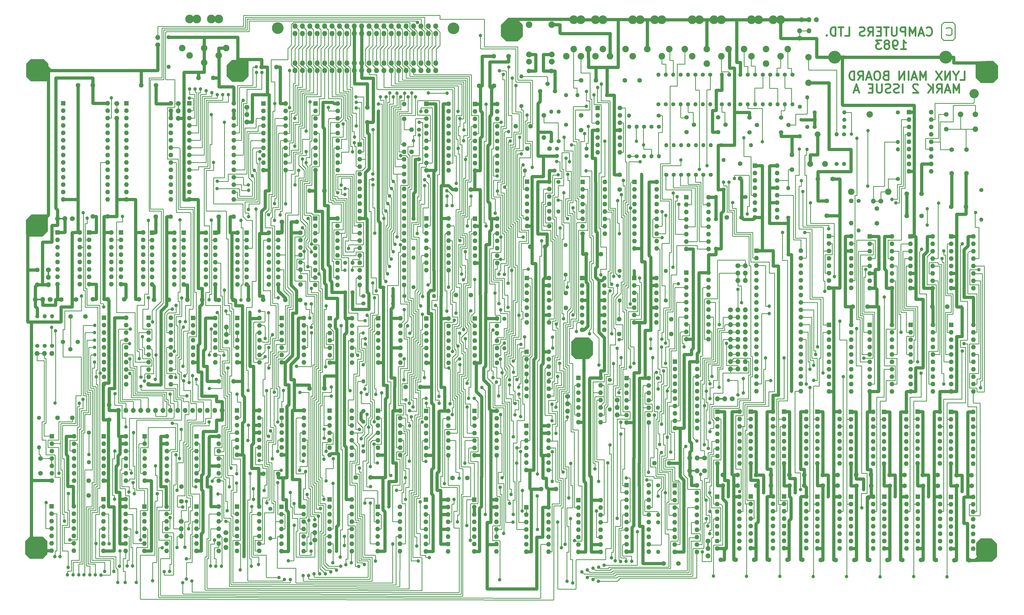
<source format=gbr>
%TF.GenerationSoftware,KiCad,Pcbnew,7.0.11*%
%TF.CreationDate,2025-07-15T19:22:36+01:00*%
%TF.ProjectId,lynx128,6c796e78-3132-4382-9e6b-696361645f70,rev?*%
%TF.SameCoordinates,Original*%
%TF.FileFunction,Copper,L2,Bot*%
%TF.FilePolarity,Positive*%
%FSLAX46Y46*%
G04 Gerber Fmt 4.6, Leading zero omitted, Abs format (unit mm)*
G04 Created by KiCad (PCBNEW 7.0.11) date 2025-07-15 19:22:36*
%MOMM*%
%LPD*%
G01*
G04 APERTURE LIST*
G04 Aperture macros list*
%AMOutline5P*
0 Free polygon, 5 corners , with rotation*
0 The origin of the aperture is its center*
0 number of corners: always 5*
0 $1 to $10 corner X, Y*
0 $11 Rotation angle, in degrees counterclockwise*
0 create outline with 5 corners*
4,1,5,$1,$2,$3,$4,$5,$6,$7,$8,$9,$10,$1,$2,$11*%
%AMOutline6P*
0 Free polygon, 6 corners , with rotation*
0 The origin of the aperture is its center*
0 number of corners: always 6*
0 $1 to $12 corner X, Y*
0 $13 Rotation angle, in degrees counterclockwise*
0 create outline with 6 corners*
4,1,6,$1,$2,$3,$4,$5,$6,$7,$8,$9,$10,$11,$12,$1,$2,$13*%
%AMOutline7P*
0 Free polygon, 7 corners , with rotation*
0 The origin of the aperture is its center*
0 number of corners: always 7*
0 $1 to $14 corner X, Y*
0 $15 Rotation angle, in degrees counterclockwise*
0 create outline with 7 corners*
4,1,7,$1,$2,$3,$4,$5,$6,$7,$8,$9,$10,$11,$12,$13,$14,$1,$2,$15*%
%AMOutline8P*
0 Free polygon, 8 corners , with rotation*
0 The origin of the aperture is its center*
0 number of corners: always 8*
0 $1 to $16 corner X, Y*
0 $17 Rotation angle, in degrees counterclockwise*
0 create outline with 8 corners*
4,1,8,$1,$2,$3,$4,$5,$6,$7,$8,$9,$10,$11,$12,$13,$14,$15,$16,$1,$2,$17*%
G04 Aperture macros list end*
%TA.AperFunction,NonConductor*%
%ADD10C,0.300000*%
%TD*%
%ADD11C,0.600000*%
%TA.AperFunction,NonConductor*%
%ADD12C,0.600000*%
%TD*%
%TA.AperFunction,ComponentPad*%
%ADD13C,1.400000*%
%TD*%
%TA.AperFunction,ComponentPad*%
%ADD14O,1.400000X1.400000*%
%TD*%
%TA.AperFunction,ComponentPad*%
%ADD15C,1.600000*%
%TD*%
%TA.AperFunction,ComponentPad*%
%ADD16C,2.250000*%
%TD*%
%TA.AperFunction,ComponentPad*%
%ADD17C,3.000000*%
%TD*%
%TA.AperFunction,ComponentPad*%
%ADD18R,1.600000X1.600000*%
%TD*%
%TA.AperFunction,ComponentPad*%
%ADD19O,1.600000X1.600000*%
%TD*%
%TA.AperFunction,ComponentPad*%
%ADD20Outline8P,-3.500000X2.100000X-2.100000X3.500000X2.100000X3.500000X3.500000X2.100000X3.500000X-2.100000X2.100000X-3.500000X-2.100000X-3.500000X-3.500000X-2.100000X270.000000*%
%TD*%
%TA.AperFunction,ComponentPad*%
%ADD21Outline8P,-3.750000X2.250000X-2.250000X3.750000X2.250000X3.750000X3.750000X2.250000X3.750000X-2.250000X2.250000X-3.750000X-2.250000X-3.750000X-3.750000X-2.250000X270.000000*%
%TD*%
%TA.AperFunction,ComponentPad*%
%ADD22C,1.700000*%
%TD*%
%TA.AperFunction,ComponentPad*%
%ADD23O,1.700000X1.700000*%
%TD*%
%TA.AperFunction,ComponentPad*%
%ADD24O,1.800000X1.800000*%
%TD*%
%TA.AperFunction,ComponentPad*%
%ADD25C,1.500000*%
%TD*%
%TA.AperFunction,ComponentPad*%
%ADD26Outline8P,-3.450000X2.070000X-2.070000X3.450000X2.070000X3.450000X3.450000X2.070000X3.450000X-2.070000X2.070000X-3.450000X-2.070000X-3.450000X-3.450000X-2.070000X270.000000*%
%TD*%
%TA.AperFunction,ComponentPad*%
%ADD27C,4.000000*%
%TD*%
%TA.AperFunction,ComponentPad*%
%ADD28Outline8P,-3.800000X2.280000X-2.280000X3.800000X2.280000X3.800000X3.800000X2.280000X3.800000X-2.280000X2.280000X-3.800000X-2.280000X-3.800000X-3.800000X-2.280000X270.000000*%
%TD*%
%TA.AperFunction,ComponentPad*%
%ADD29O,1.900000X1.900000*%
%TD*%
%TA.AperFunction,ComponentPad*%
%ADD30C,1.900000*%
%TD*%
%TA.AperFunction,ComponentPad*%
%ADD31O,2.000000X2.000000*%
%TD*%
%TA.AperFunction,ComponentPad*%
%ADD32Outline8P,-2.800000X1.680000X-1.680000X2.800000X1.680000X2.800000X2.800000X1.680000X2.800000X-1.680000X1.680000X-2.800000X-1.680000X-2.800000X-2.800000X-1.680000X270.000000*%
%TD*%
%TA.AperFunction,ComponentPad*%
%ADD33C,3.200000*%
%TD*%
%TA.AperFunction,ComponentPad*%
%ADD34Outline8P,-3.700000X2.220000X-2.220000X3.700000X2.220000X3.700000X3.700000X2.220000X3.700000X-2.220000X2.220000X-3.700000X-2.220000X-3.700000X-3.700000X-2.220000X270.000000*%
%TD*%
%TA.AperFunction,ComponentPad*%
%ADD35C,2.200000*%
%TD*%
%TA.AperFunction,ComponentPad*%
%ADD36C,4.400000*%
%TD*%
%TA.AperFunction,ComponentPad*%
%ADD37C,2.000000*%
%TD*%
%TA.AperFunction,ComponentPad*%
%ADD38O,2.200000X2.200000*%
%TD*%
%TA.AperFunction,ViaPad*%
%ADD39C,1.200000*%
%TD*%
%TA.AperFunction,Conductor*%
%ADD40C,1.100000*%
%TD*%
%TA.AperFunction,Conductor*%
%ADD41C,0.250000*%
%TD*%
%TA.AperFunction,Conductor*%
%ADD42C,0.500000*%
%TD*%
G04 APERTURE END LIST*
D10*
X356616000Y-39116000D02*
X356616000Y-39116000D01*
X359664000Y-37719000D02*
X359664000Y-37719000D01*
X359664000Y-37719000D02*
X359664000Y-42418000D01*
X358140000Y-41402000D02*
X356870000Y-41402000D01*
X358521000Y-39243000D02*
X358521000Y-41021000D01*
X356870000Y-38862000D02*
X358140000Y-38862000D01*
X356616000Y-39116000D02*
X356870000Y-38862000D01*
X359664000Y-37719000D02*
X358902000Y-36957000D01*
X354965000Y-42418000D02*
X354965000Y-37846000D01*
X359664000Y-42418000D02*
X358902000Y-43180000D01*
X355854000Y-36957000D02*
X354965000Y-37846000D01*
X358140000Y-38862000D02*
X358521000Y-39243000D01*
X355727000Y-43180000D02*
X354965000Y-42418000D01*
X358902000Y-36957000D02*
X355854000Y-36957000D01*
X358902000Y-43180000D02*
X355727000Y-43180000D01*
X356870000Y-41402000D02*
X356616000Y-41148000D01*
X358521000Y-41021000D02*
X358140000Y-41402000D01*
D11*
D12*
X361452406Y-56711657D02*
X362880978Y-56711657D01*
X362880978Y-56711657D02*
X362880978Y-53711657D01*
X359880978Y-55283085D02*
X359880978Y-56711657D01*
X360880978Y-53711657D02*
X359880978Y-55283085D01*
X359880978Y-55283085D02*
X358880978Y-53711657D01*
X357880978Y-56711657D02*
X357880978Y-53711657D01*
X357880978Y-53711657D02*
X356166692Y-56711657D01*
X356166692Y-56711657D02*
X356166692Y-53711657D01*
X355023835Y-53711657D02*
X353023835Y-56711657D01*
X353023835Y-53711657D02*
X355023835Y-56711657D01*
X349595264Y-56711657D02*
X349595264Y-53711657D01*
X349595264Y-53711657D02*
X348595264Y-55854514D01*
X348595264Y-55854514D02*
X347595264Y-53711657D01*
X347595264Y-53711657D02*
X347595264Y-56711657D01*
X346309550Y-55854514D02*
X344880979Y-55854514D01*
X346595264Y-56711657D02*
X345595264Y-53711657D01*
X345595264Y-53711657D02*
X344595264Y-56711657D01*
X343595264Y-56711657D02*
X343595264Y-53711657D01*
X342166693Y-56711657D02*
X342166693Y-53711657D01*
X342166693Y-53711657D02*
X340452407Y-56711657D01*
X340452407Y-56711657D02*
X340452407Y-53711657D01*
X335738122Y-55140228D02*
X335309550Y-55283085D01*
X335309550Y-55283085D02*
X335166693Y-55425942D01*
X335166693Y-55425942D02*
X335023836Y-55711657D01*
X335023836Y-55711657D02*
X335023836Y-56140228D01*
X335023836Y-56140228D02*
X335166693Y-56425942D01*
X335166693Y-56425942D02*
X335309550Y-56568800D01*
X335309550Y-56568800D02*
X335595265Y-56711657D01*
X335595265Y-56711657D02*
X336738122Y-56711657D01*
X336738122Y-56711657D02*
X336738122Y-53711657D01*
X336738122Y-53711657D02*
X335738122Y-53711657D01*
X335738122Y-53711657D02*
X335452408Y-53854514D01*
X335452408Y-53854514D02*
X335309550Y-53997371D01*
X335309550Y-53997371D02*
X335166693Y-54283085D01*
X335166693Y-54283085D02*
X335166693Y-54568800D01*
X335166693Y-54568800D02*
X335309550Y-54854514D01*
X335309550Y-54854514D02*
X335452408Y-54997371D01*
X335452408Y-54997371D02*
X335738122Y-55140228D01*
X335738122Y-55140228D02*
X336738122Y-55140228D01*
X333166693Y-53711657D02*
X332595265Y-53711657D01*
X332595265Y-53711657D02*
X332309550Y-53854514D01*
X332309550Y-53854514D02*
X332023836Y-54140228D01*
X332023836Y-54140228D02*
X331880979Y-54711657D01*
X331880979Y-54711657D02*
X331880979Y-55711657D01*
X331880979Y-55711657D02*
X332023836Y-56283085D01*
X332023836Y-56283085D02*
X332309550Y-56568800D01*
X332309550Y-56568800D02*
X332595265Y-56711657D01*
X332595265Y-56711657D02*
X333166693Y-56711657D01*
X333166693Y-56711657D02*
X333452408Y-56568800D01*
X333452408Y-56568800D02*
X333738122Y-56283085D01*
X333738122Y-56283085D02*
X333880979Y-55711657D01*
X333880979Y-55711657D02*
X333880979Y-54711657D01*
X333880979Y-54711657D02*
X333738122Y-54140228D01*
X333738122Y-54140228D02*
X333452408Y-53854514D01*
X333452408Y-53854514D02*
X333166693Y-53711657D01*
X330738122Y-55854514D02*
X329309551Y-55854514D01*
X331023836Y-56711657D02*
X330023836Y-53711657D01*
X330023836Y-53711657D02*
X329023836Y-56711657D01*
X326309550Y-56711657D02*
X327309550Y-55283085D01*
X328023836Y-56711657D02*
X328023836Y-53711657D01*
X328023836Y-53711657D02*
X326880979Y-53711657D01*
X326880979Y-53711657D02*
X326595264Y-53854514D01*
X326595264Y-53854514D02*
X326452407Y-53997371D01*
X326452407Y-53997371D02*
X326309550Y-54283085D01*
X326309550Y-54283085D02*
X326309550Y-54711657D01*
X326309550Y-54711657D02*
X326452407Y-54997371D01*
X326452407Y-54997371D02*
X326595264Y-55140228D01*
X326595264Y-55140228D02*
X326880979Y-55283085D01*
X326880979Y-55283085D02*
X328023836Y-55283085D01*
X325023836Y-56711657D02*
X325023836Y-53711657D01*
X325023836Y-53711657D02*
X324309550Y-53711657D01*
X324309550Y-53711657D02*
X323880979Y-53854514D01*
X323880979Y-53854514D02*
X323595264Y-54140228D01*
X323595264Y-54140228D02*
X323452407Y-54425942D01*
X323452407Y-54425942D02*
X323309550Y-54997371D01*
X323309550Y-54997371D02*
X323309550Y-55425942D01*
X323309550Y-55425942D02*
X323452407Y-55997371D01*
X323452407Y-55997371D02*
X323595264Y-56283085D01*
X323595264Y-56283085D02*
X323880979Y-56568800D01*
X323880979Y-56568800D02*
X324309550Y-56711657D01*
X324309550Y-56711657D02*
X325023836Y-56711657D01*
D11*
D12*
X361020978Y-61131657D02*
X361020978Y-58131657D01*
X361020978Y-58131657D02*
X360020978Y-60274514D01*
X360020978Y-60274514D02*
X359020978Y-58131657D01*
X359020978Y-58131657D02*
X359020978Y-61131657D01*
X357735264Y-60274514D02*
X356306693Y-60274514D01*
X358020978Y-61131657D02*
X357020978Y-58131657D01*
X357020978Y-58131657D02*
X356020978Y-61131657D01*
X353306692Y-61131657D02*
X354306692Y-59703085D01*
X355020978Y-61131657D02*
X355020978Y-58131657D01*
X355020978Y-58131657D02*
X353878121Y-58131657D01*
X353878121Y-58131657D02*
X353592406Y-58274514D01*
X353592406Y-58274514D02*
X353449549Y-58417371D01*
X353449549Y-58417371D02*
X353306692Y-58703085D01*
X353306692Y-58703085D02*
X353306692Y-59131657D01*
X353306692Y-59131657D02*
X353449549Y-59417371D01*
X353449549Y-59417371D02*
X353592406Y-59560228D01*
X353592406Y-59560228D02*
X353878121Y-59703085D01*
X353878121Y-59703085D02*
X355020978Y-59703085D01*
X352020978Y-61131657D02*
X352020978Y-58131657D01*
X350306692Y-61131657D02*
X351592406Y-59417371D01*
X350306692Y-58131657D02*
X352020978Y-59845942D01*
X346878121Y-58417371D02*
X346735264Y-58274514D01*
X346735264Y-58274514D02*
X346449550Y-58131657D01*
X346449550Y-58131657D02*
X345735264Y-58131657D01*
X345735264Y-58131657D02*
X345449550Y-58274514D01*
X345449550Y-58274514D02*
X345306692Y-58417371D01*
X345306692Y-58417371D02*
X345163835Y-58703085D01*
X345163835Y-58703085D02*
X345163835Y-58988800D01*
X345163835Y-58988800D02*
X345306692Y-59417371D01*
X345306692Y-59417371D02*
X347020978Y-61131657D01*
X347020978Y-61131657D02*
X345163835Y-61131657D01*
X341592407Y-61131657D02*
X341592407Y-58131657D01*
X340306693Y-60988800D02*
X339878122Y-61131657D01*
X339878122Y-61131657D02*
X339163836Y-61131657D01*
X339163836Y-61131657D02*
X338878122Y-60988800D01*
X338878122Y-60988800D02*
X338735264Y-60845942D01*
X338735264Y-60845942D02*
X338592407Y-60560228D01*
X338592407Y-60560228D02*
X338592407Y-60274514D01*
X338592407Y-60274514D02*
X338735264Y-59988800D01*
X338735264Y-59988800D02*
X338878122Y-59845942D01*
X338878122Y-59845942D02*
X339163836Y-59703085D01*
X339163836Y-59703085D02*
X339735264Y-59560228D01*
X339735264Y-59560228D02*
X340020979Y-59417371D01*
X340020979Y-59417371D02*
X340163836Y-59274514D01*
X340163836Y-59274514D02*
X340306693Y-58988800D01*
X340306693Y-58988800D02*
X340306693Y-58703085D01*
X340306693Y-58703085D02*
X340163836Y-58417371D01*
X340163836Y-58417371D02*
X340020979Y-58274514D01*
X340020979Y-58274514D02*
X339735264Y-58131657D01*
X339735264Y-58131657D02*
X339020979Y-58131657D01*
X339020979Y-58131657D02*
X338592407Y-58274514D01*
X337449550Y-60988800D02*
X337020979Y-61131657D01*
X337020979Y-61131657D02*
X336306693Y-61131657D01*
X336306693Y-61131657D02*
X336020979Y-60988800D01*
X336020979Y-60988800D02*
X335878121Y-60845942D01*
X335878121Y-60845942D02*
X335735264Y-60560228D01*
X335735264Y-60560228D02*
X335735264Y-60274514D01*
X335735264Y-60274514D02*
X335878121Y-59988800D01*
X335878121Y-59988800D02*
X336020979Y-59845942D01*
X336020979Y-59845942D02*
X336306693Y-59703085D01*
X336306693Y-59703085D02*
X336878121Y-59560228D01*
X336878121Y-59560228D02*
X337163836Y-59417371D01*
X337163836Y-59417371D02*
X337306693Y-59274514D01*
X337306693Y-59274514D02*
X337449550Y-58988800D01*
X337449550Y-58988800D02*
X337449550Y-58703085D01*
X337449550Y-58703085D02*
X337306693Y-58417371D01*
X337306693Y-58417371D02*
X337163836Y-58274514D01*
X337163836Y-58274514D02*
X336878121Y-58131657D01*
X336878121Y-58131657D02*
X336163836Y-58131657D01*
X336163836Y-58131657D02*
X335735264Y-58274514D01*
X334449550Y-58131657D02*
X334449550Y-60560228D01*
X334449550Y-60560228D02*
X334306693Y-60845942D01*
X334306693Y-60845942D02*
X334163836Y-60988800D01*
X334163836Y-60988800D02*
X333878121Y-61131657D01*
X333878121Y-61131657D02*
X333306693Y-61131657D01*
X333306693Y-61131657D02*
X333020978Y-60988800D01*
X333020978Y-60988800D02*
X332878121Y-60845942D01*
X332878121Y-60845942D02*
X332735264Y-60560228D01*
X332735264Y-60560228D02*
X332735264Y-58131657D01*
X331306693Y-59560228D02*
X330306693Y-59560228D01*
X329878121Y-61131657D02*
X331306693Y-61131657D01*
X331306693Y-61131657D02*
X331306693Y-58131657D01*
X331306693Y-58131657D02*
X329878121Y-58131657D01*
X326449550Y-60274514D02*
X325020979Y-60274514D01*
X326735264Y-61131657D02*
X325735264Y-58131657D01*
X325735264Y-58131657D02*
X324735264Y-61131657D01*
D11*
D12*
X341039549Y-46101657D02*
X342753835Y-46101657D01*
X341896692Y-46101657D02*
X341896692Y-43101657D01*
X341896692Y-43101657D02*
X342182406Y-43530228D01*
X342182406Y-43530228D02*
X342468121Y-43815942D01*
X342468121Y-43815942D02*
X342753835Y-43958800D01*
X339610978Y-46101657D02*
X339039549Y-46101657D01*
X339039549Y-46101657D02*
X338753835Y-45958800D01*
X338753835Y-45958800D02*
X338610978Y-45815942D01*
X338610978Y-45815942D02*
X338325263Y-45387371D01*
X338325263Y-45387371D02*
X338182406Y-44815942D01*
X338182406Y-44815942D02*
X338182406Y-43673085D01*
X338182406Y-43673085D02*
X338325263Y-43387371D01*
X338325263Y-43387371D02*
X338468121Y-43244514D01*
X338468121Y-43244514D02*
X338753835Y-43101657D01*
X338753835Y-43101657D02*
X339325263Y-43101657D01*
X339325263Y-43101657D02*
X339610978Y-43244514D01*
X339610978Y-43244514D02*
X339753835Y-43387371D01*
X339753835Y-43387371D02*
X339896692Y-43673085D01*
X339896692Y-43673085D02*
X339896692Y-44387371D01*
X339896692Y-44387371D02*
X339753835Y-44673085D01*
X339753835Y-44673085D02*
X339610978Y-44815942D01*
X339610978Y-44815942D02*
X339325263Y-44958800D01*
X339325263Y-44958800D02*
X338753835Y-44958800D01*
X338753835Y-44958800D02*
X338468121Y-44815942D01*
X338468121Y-44815942D02*
X338325263Y-44673085D01*
X338325263Y-44673085D02*
X338182406Y-44387371D01*
X336468120Y-44387371D02*
X336753835Y-44244514D01*
X336753835Y-44244514D02*
X336896692Y-44101657D01*
X336896692Y-44101657D02*
X337039549Y-43815942D01*
X337039549Y-43815942D02*
X337039549Y-43673085D01*
X337039549Y-43673085D02*
X336896692Y-43387371D01*
X336896692Y-43387371D02*
X336753835Y-43244514D01*
X336753835Y-43244514D02*
X336468120Y-43101657D01*
X336468120Y-43101657D02*
X335896692Y-43101657D01*
X335896692Y-43101657D02*
X335610978Y-43244514D01*
X335610978Y-43244514D02*
X335468120Y-43387371D01*
X335468120Y-43387371D02*
X335325263Y-43673085D01*
X335325263Y-43673085D02*
X335325263Y-43815942D01*
X335325263Y-43815942D02*
X335468120Y-44101657D01*
X335468120Y-44101657D02*
X335610978Y-44244514D01*
X335610978Y-44244514D02*
X335896692Y-44387371D01*
X335896692Y-44387371D02*
X336468120Y-44387371D01*
X336468120Y-44387371D02*
X336753835Y-44530228D01*
X336753835Y-44530228D02*
X336896692Y-44673085D01*
X336896692Y-44673085D02*
X337039549Y-44958800D01*
X337039549Y-44958800D02*
X337039549Y-45530228D01*
X337039549Y-45530228D02*
X336896692Y-45815942D01*
X336896692Y-45815942D02*
X336753835Y-45958800D01*
X336753835Y-45958800D02*
X336468120Y-46101657D01*
X336468120Y-46101657D02*
X335896692Y-46101657D01*
X335896692Y-46101657D02*
X335610978Y-45958800D01*
X335610978Y-45958800D02*
X335468120Y-45815942D01*
X335468120Y-45815942D02*
X335325263Y-45530228D01*
X335325263Y-45530228D02*
X335325263Y-44958800D01*
X335325263Y-44958800D02*
X335468120Y-44673085D01*
X335468120Y-44673085D02*
X335610978Y-44530228D01*
X335610978Y-44530228D02*
X335896692Y-44387371D01*
X334325263Y-43101657D02*
X332468120Y-43101657D01*
X332468120Y-43101657D02*
X333468120Y-44244514D01*
X333468120Y-44244514D02*
X333039549Y-44244514D01*
X333039549Y-44244514D02*
X332753835Y-44387371D01*
X332753835Y-44387371D02*
X332610977Y-44530228D01*
X332610977Y-44530228D02*
X332468120Y-44815942D01*
X332468120Y-44815942D02*
X332468120Y-45530228D01*
X332468120Y-45530228D02*
X332610977Y-45815942D01*
X332610977Y-45815942D02*
X332753835Y-45958800D01*
X332753835Y-45958800D02*
X333039549Y-46101657D01*
X333039549Y-46101657D02*
X333896692Y-46101657D01*
X333896692Y-46101657D02*
X334182406Y-45958800D01*
X334182406Y-45958800D02*
X334325263Y-45815942D01*
D11*
D12*
X349846692Y-41285942D02*
X349989549Y-41428800D01*
X349989549Y-41428800D02*
X350418121Y-41571657D01*
X350418121Y-41571657D02*
X350703835Y-41571657D01*
X350703835Y-41571657D02*
X351132406Y-41428800D01*
X351132406Y-41428800D02*
X351418121Y-41143085D01*
X351418121Y-41143085D02*
X351560978Y-40857371D01*
X351560978Y-40857371D02*
X351703835Y-40285942D01*
X351703835Y-40285942D02*
X351703835Y-39857371D01*
X351703835Y-39857371D02*
X351560978Y-39285942D01*
X351560978Y-39285942D02*
X351418121Y-39000228D01*
X351418121Y-39000228D02*
X351132406Y-38714514D01*
X351132406Y-38714514D02*
X350703835Y-38571657D01*
X350703835Y-38571657D02*
X350418121Y-38571657D01*
X350418121Y-38571657D02*
X349989549Y-38714514D01*
X349989549Y-38714514D02*
X349846692Y-38857371D01*
X348703835Y-40714514D02*
X347275264Y-40714514D01*
X348989549Y-41571657D02*
X347989549Y-38571657D01*
X347989549Y-38571657D02*
X346989549Y-41571657D01*
X345989549Y-41571657D02*
X345989549Y-38571657D01*
X345989549Y-38571657D02*
X344989549Y-40714514D01*
X344989549Y-40714514D02*
X343989549Y-38571657D01*
X343989549Y-38571657D02*
X343989549Y-41571657D01*
X342560978Y-41571657D02*
X342560978Y-38571657D01*
X342560978Y-38571657D02*
X341418121Y-38571657D01*
X341418121Y-38571657D02*
X341132406Y-38714514D01*
X341132406Y-38714514D02*
X340989549Y-38857371D01*
X340989549Y-38857371D02*
X340846692Y-39143085D01*
X340846692Y-39143085D02*
X340846692Y-39571657D01*
X340846692Y-39571657D02*
X340989549Y-39857371D01*
X340989549Y-39857371D02*
X341132406Y-40000228D01*
X341132406Y-40000228D02*
X341418121Y-40143085D01*
X341418121Y-40143085D02*
X342560978Y-40143085D01*
X339560978Y-38571657D02*
X339560978Y-41000228D01*
X339560978Y-41000228D02*
X339418121Y-41285942D01*
X339418121Y-41285942D02*
X339275264Y-41428800D01*
X339275264Y-41428800D02*
X338989549Y-41571657D01*
X338989549Y-41571657D02*
X338418121Y-41571657D01*
X338418121Y-41571657D02*
X338132406Y-41428800D01*
X338132406Y-41428800D02*
X337989549Y-41285942D01*
X337989549Y-41285942D02*
X337846692Y-41000228D01*
X337846692Y-41000228D02*
X337846692Y-38571657D01*
X336846692Y-38571657D02*
X335132407Y-38571657D01*
X335989549Y-41571657D02*
X335989549Y-38571657D01*
X334132407Y-40000228D02*
X333132407Y-40000228D01*
X332703835Y-41571657D02*
X334132407Y-41571657D01*
X334132407Y-41571657D02*
X334132407Y-38571657D01*
X334132407Y-38571657D02*
X332703835Y-38571657D01*
X329703835Y-41571657D02*
X330703835Y-40143085D01*
X331418121Y-41571657D02*
X331418121Y-38571657D01*
X331418121Y-38571657D02*
X330275264Y-38571657D01*
X330275264Y-38571657D02*
X329989549Y-38714514D01*
X329989549Y-38714514D02*
X329846692Y-38857371D01*
X329846692Y-38857371D02*
X329703835Y-39143085D01*
X329703835Y-39143085D02*
X329703835Y-39571657D01*
X329703835Y-39571657D02*
X329846692Y-39857371D01*
X329846692Y-39857371D02*
X329989549Y-40000228D01*
X329989549Y-40000228D02*
X330275264Y-40143085D01*
X330275264Y-40143085D02*
X331418121Y-40143085D01*
X328560978Y-41428800D02*
X328132407Y-41571657D01*
X328132407Y-41571657D02*
X327418121Y-41571657D01*
X327418121Y-41571657D02*
X327132407Y-41428800D01*
X327132407Y-41428800D02*
X326989549Y-41285942D01*
X326989549Y-41285942D02*
X326846692Y-41000228D01*
X326846692Y-41000228D02*
X326846692Y-40714514D01*
X326846692Y-40714514D02*
X326989549Y-40428800D01*
X326989549Y-40428800D02*
X327132407Y-40285942D01*
X327132407Y-40285942D02*
X327418121Y-40143085D01*
X327418121Y-40143085D02*
X327989549Y-40000228D01*
X327989549Y-40000228D02*
X328275264Y-39857371D01*
X328275264Y-39857371D02*
X328418121Y-39714514D01*
X328418121Y-39714514D02*
X328560978Y-39428800D01*
X328560978Y-39428800D02*
X328560978Y-39143085D01*
X328560978Y-39143085D02*
X328418121Y-38857371D01*
X328418121Y-38857371D02*
X328275264Y-38714514D01*
X328275264Y-38714514D02*
X327989549Y-38571657D01*
X327989549Y-38571657D02*
X327275264Y-38571657D01*
X327275264Y-38571657D02*
X326846692Y-38714514D01*
X321846692Y-41571657D02*
X323275264Y-41571657D01*
X323275264Y-41571657D02*
X323275264Y-38571657D01*
X321275264Y-38571657D02*
X319560979Y-38571657D01*
X320418121Y-41571657D02*
X320418121Y-38571657D01*
X318560979Y-41571657D02*
X318560979Y-38571657D01*
X318560979Y-38571657D02*
X317846693Y-38571657D01*
X317846693Y-38571657D02*
X317418122Y-38714514D01*
X317418122Y-38714514D02*
X317132407Y-39000228D01*
X317132407Y-39000228D02*
X316989550Y-39285942D01*
X316989550Y-39285942D02*
X316846693Y-39857371D01*
X316846693Y-39857371D02*
X316846693Y-40285942D01*
X316846693Y-40285942D02*
X316989550Y-40857371D01*
X316989550Y-40857371D02*
X317132407Y-41143085D01*
X317132407Y-41143085D02*
X317418122Y-41428800D01*
X317418122Y-41428800D02*
X317846693Y-41571657D01*
X317846693Y-41571657D02*
X318560979Y-41571657D01*
X315560979Y-41285942D02*
X315418122Y-41428800D01*
X315418122Y-41428800D02*
X315560979Y-41571657D01*
X315560979Y-41571657D02*
X315703836Y-41428800D01*
X315703836Y-41428800D02*
X315560979Y-41285942D01*
X315560979Y-41285942D02*
X315560979Y-41571657D01*
D13*
%TO.P,R17,1*%
%TO.N,Net-(IC9D--)*%
X257890000Y-65120000D03*
D14*
%TO.P,R17,2*%
%TO.N,A{slash}D I{slash}P*%
X257890000Y-54960000D03*
%TD*%
D15*
%TO.P,C74,1*%
%TO.N,+5V*%
X302170000Y-221580000D03*
%TO.P,C74,2*%
%TO.N,GND*%
X307250000Y-221580000D03*
%TD*%
D16*
%TO.P,SKT1,1,Pin_1*%
%TO.N,+12V*%
X94570000Y-45820000D03*
%TO.P,SKT1,2,Pin_2*%
%TO.N,-5V*%
X97070000Y-48320000D03*
%TO.P,SKT1,3,Pin_3*%
%TO.N,GND*%
X102070000Y-45820000D03*
%TO.P,SKT1,4,Pin_4*%
%TO.N,+5V*%
X107070000Y-48320000D03*
%TO.P,SKT1,5,Pin_5*%
X109570000Y-45820000D03*
%TO.P,SKT1,6,Pin_6*%
%TO.N,GND*%
X102070000Y-50820000D03*
D17*
%TO.P,SKT1,S,SHIELD*%
X97070000Y-35820000D03*
X99570000Y-35820000D03*
X104570000Y-35820000D03*
X107070000Y-35820000D03*
%TD*%
D15*
%TO.P,C14,1*%
%TO.N,+5V*%
X244570000Y-94350000D03*
%TO.P,C14,2*%
%TO.N,GND*%
X244570000Y-89270000D03*
%TD*%
D18*
%TO.P,IC26,1,Cx*%
%TO.N,GND*%
X290960000Y-86210000D03*
D19*
%TO.P,IC26,2,RxCx*%
%TO.N,Net-(IC26A-RxCx)*%
X290960000Y-88750000D03*
%TO.P,IC26,3,R*%
%TO.N,+5V*%
X290960000Y-91290000D03*
%TO.P,IC26,4,Clk+*%
%TO.N,Net-(IC26A-Clk+)*%
X290960000Y-93830000D03*
%TO.P,IC26,5,Clk-*%
%TO.N,1MHz*%
X290960000Y-96370000D03*
%TO.P,IC26,6,Q*%
%TO.N,Net-(IC10-CBF)*%
X290960000Y-98910000D03*
%TO.P,IC26,7,~{Q}*%
%TO.N,unconnected-(IC26A-~{Q}-Pad7)*%
X290960000Y-101450000D03*
%TO.P,IC26,8,VSS*%
%TO.N,GND*%
X290960000Y-103990000D03*
%TO.P,IC26,9,~{Q}*%
%TO.N,unconnected-(IC26B-~{Q}-Pad9)*%
X298580000Y-103990000D03*
%TO.P,IC26,10,Q*%
%TO.N,Net-(IC26B-Q)*%
X298580000Y-101450000D03*
%TO.P,IC26,11,Clk-*%
%TO.N,+5V*%
X298580000Y-98910000D03*
%TO.P,IC26,12,Clk+*%
%TO.N,VSYNC*%
X298580000Y-96370000D03*
%TO.P,IC26,13,R*%
%TO.N,+5V*%
X298580000Y-93830000D03*
%TO.P,IC26,14,RxCx*%
%TO.N,Net-(IC26B-RxCx)*%
X298580000Y-91290000D03*
%TO.P,IC26,15,Cx*%
%TO.N,GND*%
X298580000Y-88750000D03*
%TO.P,IC26,16,VDD*%
%TO.N,+5V*%
X298580000Y-86210000D03*
%TD*%
D15*
%TO.P,C5,1*%
%TO.N,+5V*%
X158070000Y-71250000D03*
%TO.P,C5,2*%
%TO.N,GND*%
X158070000Y-66170000D03*
%TD*%
D13*
%TO.P,R61,1*%
%TO.N,+5V*%
X173890000Y-104380000D03*
D14*
%TO.P,R61,2*%
%TO.N,~{RESET}*%
X173890000Y-114540000D03*
%TD*%
D15*
%TO.P,C18,1*%
%TO.N,Net-(D5-K)*%
X312580000Y-90710000D03*
%TO.P,C18,2*%
%TO.N,GND*%
X317660000Y-90710000D03*
%TD*%
D13*
%TO.P,R72,1*%
%TO.N,Net-(IC53-Pad9)*%
X62540000Y-177860000D03*
D14*
%TO.P,R72,2*%
%TO.N,Net-(C46-Pad1)*%
X62540000Y-188020000D03*
%TD*%
D13*
%TO.P,R33,1*%
%TO.N,RED*%
X301250000Y-54960000D03*
D14*
%TO.P,R33,2*%
%TO.N,Net-(TR5-C)*%
X301250000Y-65120000D03*
%TD*%
D20*
%TO.P,,0,GND*%
%TO.N,GND*%
X44700000Y-106760000D03*
%TD*%
D15*
%TO.P,C15,1*%
%TO.N,Net-(IC25-VCC)*%
X281350000Y-103980000D03*
%TO.P,C15,2*%
%TO.N,GND*%
X286430000Y-103980000D03*
%TD*%
D13*
%TO.P,R25,1*%
%TO.N,Net-(TR4-B)*%
X279640000Y-65120000D03*
D14*
%TO.P,R25,2*%
%TO.N,+12V*%
X279640000Y-54960000D03*
%TD*%
D15*
%TO.P,C43,1*%
%TO.N,+5V*%
X262240000Y-138910000D03*
%TO.P,C43,2*%
%TO.N,GND*%
X262240000Y-143990000D03*
%TD*%
%TO.P,C32,1*%
%TO.N,+5V*%
X96300000Y-132270000D03*
%TO.P,C32,2*%
%TO.N,GND*%
X101380000Y-132270000D03*
%TD*%
D13*
%TO.P,R70,1*%
%TO.N,6MHz*%
X49890000Y-148110000D03*
D14*
%TO.P,R70,2*%
%TO.N,Net-(TR1-B)*%
X49890000Y-137950000D03*
%TD*%
D21*
%TO.P,,0,GND*%
%TO.N,GND*%
X231730000Y-148900000D03*
%TD*%
D13*
%TO.P,R57,1*%
%TO.N,+5V*%
X150410000Y-129700000D03*
D14*
%TO.P,R57,2*%
%TO.N,~{NMI}*%
X150410000Y-119540000D03*
%TD*%
D18*
%TO.P,IC69,1,VBB*%
%TO.N,+5V*%
X335245000Y-170720000D03*
D19*
%TO.P,IC69,2,Din*%
%TO.N,/Bank Switching Decoding/RD2*%
X335245000Y-173260000D03*
%TO.P,IC69,3,~{WRITE}*%
%TO.N,~{VEWR}*%
X335245000Y-175800000D03*
%TO.P,IC69,4,~{RAS}*%
%TO.N,~{VRAS}*%
X335245000Y-178340000D03*
%TO.P,IC69,5,A0*%
%TO.N,/CRTC\u002C Buffers and Shift Registers/VA0*%
X335245000Y-180880000D03*
%TO.P,IC69,6,A2*%
%TO.N,/CRTC\u002C Buffers and Shift Registers/VA2*%
X335245000Y-183420000D03*
%TO.P,IC69,7,A1*%
%TO.N,/CRTC\u002C Buffers and Shift Registers/VA1*%
X335245000Y-185960000D03*
%TO.P,IC69,8,VCC*%
%TO.N,+5V*%
X335245000Y-188500000D03*
%TO.P,IC69,9,A7*%
%TO.N,B2P9*%
X342865000Y-188500000D03*
%TO.P,IC69,10,A5*%
%TO.N,/CRTC\u002C Buffers and Shift Registers/VA5*%
X342865000Y-185960000D03*
%TO.P,IC69,11,A4*%
%TO.N,/CRTC\u002C Buffers and Shift Registers/VA4*%
X342865000Y-183420000D03*
%TO.P,IC69,12,A3*%
%TO.N,/CRTC\u002C Buffers and Shift Registers/VA3*%
X342865000Y-180880000D03*
%TO.P,IC69,13,A6*%
%TO.N,/CRTC\u002C Buffers and Shift Registers/VA6*%
X342865000Y-178340000D03*
%TO.P,IC69,14,Dout*%
%TO.N,/CRTC\u002C Buffers and Shift Registers/VOD2*%
X342865000Y-175800000D03*
%TO.P,IC69,15,~{CAS}*%
%TO.N,BANK2~{CAS}*%
X342865000Y-173260000D03*
%TO.P,IC69,16,GND*%
%TO.N,GND*%
X342865000Y-170720000D03*
%TD*%
D20*
%TO.P,,0,GND*%
%TO.N,GND*%
X207670000Y-39720000D03*
%TD*%
D13*
%TO.P,R18,1*%
%TO.N,Net-(IC23-Pad5)*%
X260430000Y-65120000D03*
D14*
%TO.P,R18,2*%
%TO.N,Net-(SKT3-Pin_5)*%
X260430000Y-54960000D03*
%TD*%
D15*
%TO.P,C79,1*%
%TO.N,+5V*%
X359410000Y-221700000D03*
%TO.P,C79,2*%
%TO.N,GND*%
X364490000Y-221700000D03*
%TD*%
D13*
%TO.P,R45,1*%
%TO.N,+5V*%
X302390000Y-104030000D03*
D14*
%TO.P,R45,2*%
%TO.N,Net-(IC26B-RxCx)*%
X302390000Y-93870000D03*
%TD*%
D15*
%TO.P,C70,1*%
%TO.N,+5V*%
X348640000Y-196140000D03*
%TO.P,C70,2*%
%TO.N,GND*%
X353720000Y-196140000D03*
%TD*%
D18*
%TO.P,IC86,1,VBB*%
%TO.N,+5V*%
X278055000Y-199860000D03*
D19*
%TO.P,IC86,2,Din*%
%TO.N,/Bank Switching Decoding/RD7*%
X278055000Y-202400000D03*
%TO.P,IC86,3,~{WRITE}*%
%TO.N,~{VEWR}*%
X278055000Y-204940000D03*
%TO.P,IC86,4,~{RAS}*%
%TO.N,~{VRAS}*%
X278055000Y-207480000D03*
%TO.P,IC86,5,A0*%
%TO.N,/CRTC\u002C Buffers and Shift Registers/VA0*%
X278055000Y-210020000D03*
%TO.P,IC86,6,A2*%
%TO.N,/CRTC\u002C Buffers and Shift Registers/VA2*%
X278055000Y-212560000D03*
%TO.P,IC86,7,A1*%
%TO.N,/CRTC\u002C Buffers and Shift Registers/VA1*%
X278055000Y-215100000D03*
%TO.P,IC86,8,VCC*%
%TO.N,+5V*%
X278055000Y-217640000D03*
%TO.P,IC86,9,A7*%
%TO.N,B2P9*%
X285675000Y-217640000D03*
%TO.P,IC86,10,A5*%
%TO.N,/CRTC\u002C Buffers and Shift Registers/VA5*%
X285675000Y-215100000D03*
%TO.P,IC86,11,A4*%
%TO.N,/CRTC\u002C Buffers and Shift Registers/VA4*%
X285675000Y-212560000D03*
%TO.P,IC86,12,A3*%
%TO.N,/CRTC\u002C Buffers and Shift Registers/VA3*%
X285675000Y-210020000D03*
%TO.P,IC86,13,A6*%
%TO.N,/CRTC\u002C Buffers and Shift Registers/VA6*%
X285675000Y-207480000D03*
%TO.P,IC86,14,Dout*%
%TO.N,/CRTC\u002C Buffers and Shift Registers/VOD7*%
X285675000Y-204940000D03*
%TO.P,IC86,15,~{CAS}*%
%TO.N,~{VCASII}*%
X285675000Y-202400000D03*
%TO.P,IC86,16,GND*%
%TO.N,GND*%
X285675000Y-199860000D03*
%TD*%
D18*
%TO.P,IC91,1,VBB*%
%TO.N,+5V*%
X335300000Y-199920000D03*
D19*
%TO.P,IC91,2,Din*%
%TO.N,/Bank Switching Decoding/RD2*%
X335300000Y-202460000D03*
%TO.P,IC91,3,~{WRITE}*%
%TO.N,~{VEWR}*%
X335300000Y-205000000D03*
%TO.P,IC91,4,~{RAS}*%
%TO.N,~{VRAS}*%
X335300000Y-207540000D03*
%TO.P,IC91,5,A0*%
%TO.N,/CRTC\u002C Buffers and Shift Registers/VA0*%
X335300000Y-210080000D03*
%TO.P,IC91,6,A2*%
%TO.N,/CRTC\u002C Buffers and Shift Registers/VA2*%
X335300000Y-212620000D03*
%TO.P,IC91,7,A1*%
%TO.N,/CRTC\u002C Buffers and Shift Registers/VA1*%
X335300000Y-215160000D03*
%TO.P,IC91,8,VCC*%
%TO.N,+5V*%
X335300000Y-217700000D03*
%TO.P,IC91,9,A7*%
%TO.N,B2P9*%
X342920000Y-217700000D03*
%TO.P,IC91,10,A5*%
%TO.N,/CRTC\u002C Buffers and Shift Registers/VA5*%
X342920000Y-215160000D03*
%TO.P,IC91,11,A4*%
%TO.N,/CRTC\u002C Buffers and Shift Registers/VA4*%
X342920000Y-212620000D03*
%TO.P,IC91,12,A3*%
%TO.N,/CRTC\u002C Buffers and Shift Registers/VA3*%
X342920000Y-210080000D03*
%TO.P,IC91,13,A6*%
%TO.N,/CRTC\u002C Buffers and Shift Registers/VA6*%
X342920000Y-207540000D03*
%TO.P,IC91,14,Dout*%
%TO.N,/CRTC\u002C Buffers and Shift Registers/VOD2*%
X342920000Y-205000000D03*
%TO.P,IC91,15,~{CAS}*%
%TO.N,~{VCASII}*%
X342920000Y-202460000D03*
%TO.P,IC91,16,GND*%
%TO.N,GND*%
X342920000Y-199920000D03*
%TD*%
D15*
%TO.P,C10,1*%
%TO.N,Net-(C10-Pad1)*%
X208950000Y-72630000D03*
%TO.P,C10,2*%
%TO.N,Net-(C10-Pad2)*%
X214030000Y-72630000D03*
%TD*%
%TO.P,C67,1*%
%TO.N,+5V*%
X314280000Y-196090000D03*
%TO.P,C67,2*%
%TO.N,GND*%
X319360000Y-196090000D03*
%TD*%
D18*
%TO.P,IC67,1,VBB*%
%TO.N,+5V*%
X312420000Y-170690000D03*
D19*
%TO.P,IC67,2,Din*%
%TO.N,/Bank Switching Decoding/RD4*%
X312420000Y-173230000D03*
%TO.P,IC67,3,~{WRITE}*%
%TO.N,~{VEWR}*%
X312420000Y-175770000D03*
%TO.P,IC67,4,~{RAS}*%
%TO.N,~{VRAS}*%
X312420000Y-178310000D03*
%TO.P,IC67,5,A0*%
%TO.N,/CRTC\u002C Buffers and Shift Registers/VA0*%
X312420000Y-180850000D03*
%TO.P,IC67,6,A2*%
%TO.N,/CRTC\u002C Buffers and Shift Registers/VA2*%
X312420000Y-183390000D03*
%TO.P,IC67,7,A1*%
%TO.N,/CRTC\u002C Buffers and Shift Registers/VA1*%
X312420000Y-185930000D03*
%TO.P,IC67,8,VCC*%
%TO.N,+5V*%
X312420000Y-188470000D03*
%TO.P,IC67,9,A7*%
%TO.N,B2P9*%
X320040000Y-188470000D03*
%TO.P,IC67,10,A5*%
%TO.N,/CRTC\u002C Buffers and Shift Registers/VA5*%
X320040000Y-185930000D03*
%TO.P,IC67,11,A4*%
%TO.N,/CRTC\u002C Buffers and Shift Registers/VA4*%
X320040000Y-183390000D03*
%TO.P,IC67,12,A3*%
%TO.N,/CRTC\u002C Buffers and Shift Registers/VA3*%
X320040000Y-180850000D03*
%TO.P,IC67,13,A6*%
%TO.N,/CRTC\u002C Buffers and Shift Registers/VA6*%
X320040000Y-178310000D03*
%TO.P,IC67,14,Dout*%
%TO.N,/CRTC\u002C Buffers and Shift Registers/VOD4*%
X320040000Y-175770000D03*
%TO.P,IC67,15,~{CAS}*%
%TO.N,BANK2~{CAS}*%
X320040000Y-173230000D03*
%TO.P,IC67,16,GND*%
%TO.N,GND*%
X320040000Y-170690000D03*
%TD*%
D22*
%TO.P,LK18,1,Pin_1*%
%TO.N,\u00D81*%
X109550000Y-212210000D03*
D23*
%TO.P,LK18,2,Pin_2*%
%TO.N,6845E*%
X109550000Y-214750000D03*
%TO.P,LK18,3,Pin_3*%
X109550000Y-217290000D03*
%TD*%
D15*
%TO.P,C59,1*%
%TO.N,+5V*%
X314260000Y-192440000D03*
%TO.P,C59,2*%
%TO.N,GND*%
X319340000Y-192440000D03*
%TD*%
%TO.P,C20,1*%
%TO.N,Net-(IC10-CHROMA)*%
X348140000Y-95800000D03*
%TO.P,C20,2*%
%TO.N,Net-(C20-Pad2)*%
X343060000Y-95800000D03*
%TD*%
D18*
%TO.P,IC6,1,A11*%
%TO.N,/Bank Switching Decoding/A11*%
X155420000Y-78910000D03*
D19*
%TO.P,IC6,2,A12*%
%TO.N,/Bank Switching Decoding/A12*%
X155420000Y-81450000D03*
%TO.P,IC6,3,A13*%
%TO.N,/Bank Switching Decoding/A13*%
X155420000Y-83990000D03*
%TO.P,IC6,4,A14*%
%TO.N,/Bank Switching Decoding/A14*%
X155420000Y-86530000D03*
%TO.P,IC6,5,A15*%
%TO.N,/Bank Switching Decoding/A15*%
X155420000Y-89070000D03*
%TO.P,IC6,6,~{CLK}*%
%TO.N,\u00D81*%
X155420000Y-91610000D03*
%TO.P,IC6,7,D4*%
%TO.N,/CPU and ROM/D4*%
X155420000Y-94150000D03*
%TO.P,IC6,8,D3*%
%TO.N,/CPU and ROM/D3*%
X155420000Y-96690000D03*
%TO.P,IC6,9,D5*%
%TO.N,/CPU and ROM/D5*%
X155420000Y-99230000D03*
%TO.P,IC6,10,D6*%
%TO.N,/CPU and ROM/D6*%
X155420000Y-101770000D03*
%TO.P,IC6,11,VCC*%
%TO.N,+5V*%
X155420000Y-104310000D03*
%TO.P,IC6,12,D2*%
%TO.N,/CPU and ROM/D2*%
X155420000Y-106850000D03*
%TO.P,IC6,13,D7*%
%TO.N,/CPU and ROM/D7*%
X155420000Y-109390000D03*
%TO.P,IC6,14,D0*%
%TO.N,/CPU and ROM/D0*%
X155420000Y-111930000D03*
%TO.P,IC6,15,D1*%
%TO.N,/CPU and ROM/D1*%
X155420000Y-114470000D03*
%TO.P,IC6,16,~{INT}*%
%TO.N,~{INT}*%
X155420000Y-117010000D03*
%TO.P,IC6,17,~{NMI}*%
%TO.N,~{NMI}*%
X155420000Y-119550000D03*
%TO.P,IC6,18,~{HALT}*%
%TO.N,unconnected-(IC6-~{HALT}-Pad18)*%
X155420000Y-122090000D03*
%TO.P,IC6,19,~{MREQ}*%
%TO.N,~{UMREQ}*%
X155420000Y-124630000D03*
%TO.P,IC6,20,~{IORQ}*%
%TO.N,~{UIORQ}*%
X155420000Y-127170000D03*
%TO.P,IC6,21,~{RD}*%
%TO.N,~{URD}*%
X170660000Y-127170000D03*
%TO.P,IC6,22,~{WR}*%
%TO.N,~{UWR}*%
X170660000Y-124630000D03*
%TO.P,IC6,23,~{BUSACK}*%
%TO.N,unconnected-(IC6-~{BUSACK}-Pad23)*%
X170660000Y-122090000D03*
%TO.P,IC6,24,~{WAIT}*%
%TO.N,~{WAIT}*%
X170660000Y-119550000D03*
%TO.P,IC6,25,~{BUSRQ}*%
%TO.N,~{BUSRQ}*%
X170660000Y-117010000D03*
%TO.P,IC6,26,~{RESET}*%
%TO.N,~{RESET}*%
X170660000Y-114470000D03*
%TO.P,IC6,27,~{M1}*%
%TO.N,Net-(IC6-~{M1})*%
X170660000Y-111930000D03*
%TO.P,IC6,28,~{RFSH}*%
%TO.N,Net-(IC6-~{RFSH})*%
X170660000Y-109390000D03*
%TO.P,IC6,29,GND*%
%TO.N,GND*%
X170660000Y-106850000D03*
%TO.P,IC6,30,A0*%
%TO.N,/Bank Switching Decoding/A0*%
X170660000Y-104310000D03*
%TO.P,IC6,31,A1*%
%TO.N,/Bank Switching Decoding/A1*%
X170660000Y-101770000D03*
%TO.P,IC6,32,A2*%
%TO.N,/Bank Switching Decoding/A2*%
X170660000Y-99230000D03*
%TO.P,IC6,33,A3*%
%TO.N,/Bank Switching Decoding/A3*%
X170660000Y-96690000D03*
%TO.P,IC6,34,A4*%
%TO.N,/Bank Switching Decoding/A4*%
X170660000Y-94150000D03*
%TO.P,IC6,35,A5*%
%TO.N,/Bank Switching Decoding/A5*%
X170660000Y-91610000D03*
%TO.P,IC6,36,A6*%
%TO.N,/Bank Switching Decoding/A6*%
X170660000Y-89070000D03*
%TO.P,IC6,37,A7*%
%TO.N,/Bank Switching Decoding/A7*%
X170660000Y-86530000D03*
%TO.P,IC6,38,A8*%
%TO.N,/Bank Switching Decoding/A8*%
X170660000Y-83990000D03*
%TO.P,IC6,39,A9*%
%TO.N,/Bank Switching Decoding/A9*%
X170660000Y-81450000D03*
%TO.P,IC6,40,A10*%
%TO.N,/Bank Switching Decoding/A10*%
X170660000Y-78910000D03*
%TD*%
D13*
%TO.P,R55,1*%
%TO.N,Net-(IC10-LUMin)*%
X340020000Y-90760000D03*
D14*
%TO.P,R55,2*%
%TO.N,Net-(IC10-LUMout)*%
X340020000Y-80600000D03*
%TD*%
D22*
%TO.P,LK1,1,Pin_1*%
%TO.N,+12V*%
X49240000Y-132140000D03*
D23*
%TO.P,LK1,2,Pin_2*%
%TO.N,+5V*%
X46700000Y-132140000D03*
%TO.P,LK1,3,Pin_3*%
X44160000Y-132140000D03*
%TD*%
D24*
%TO.P,PL2,1,Pin_1*%
%TO.N,/Bank Switching Decoding/RD0*%
X133230000Y-40790000D03*
%TO.P,PL2,2,Pin_2*%
%TO.N,/Bank Switching Decoding/RD1*%
X133230000Y-38250000D03*
%TO.P,PL2,3,Pin_3*%
%TO.N,/Bank Switching Decoding/RD2*%
X135770000Y-40790000D03*
%TO.P,PL2,4,Pin_4*%
%TO.N,/Bank Switching Decoding/RD3*%
X135770000Y-38250000D03*
%TO.P,PL2,5,Pin_5*%
%TO.N,/Bank Switching Decoding/RD4*%
X138310000Y-40790000D03*
%TO.P,PL2,6,Pin_6*%
%TO.N,/Bank Switching Decoding/RD5*%
X138310000Y-38250000D03*
%TO.P,PL2,7,Pin_7*%
%TO.N,/Bank Switching Decoding/RD6*%
X140850000Y-40790000D03*
%TO.P,PL2,8,Pin_8*%
%TO.N,/Bank Switching Decoding/RD7*%
X140850000Y-38250000D03*
%TO.P,PL2,9,Pin_9*%
%TO.N,/Bank Switching Decoding/RA0*%
X143390000Y-40790000D03*
%TO.P,PL2,10,Pin_10*%
%TO.N,/Bank Switching Decoding/RA1*%
X143390000Y-38250000D03*
%TO.P,PL2,11,Pin_11*%
%TO.N,/Bank Switching Decoding/RA2*%
X145930000Y-40790000D03*
%TO.P,PL2,12,Pin_12*%
%TO.N,/Bank Switching Decoding/RA3*%
X145930000Y-38250000D03*
%TO.P,PL2,13,Pin_13*%
%TO.N,/Bank Switching Decoding/RA4*%
X148470000Y-40790000D03*
%TO.P,PL2,14,Pin_14*%
%TO.N,/Bank Switching Decoding/RA5*%
X148470000Y-38250000D03*
%TO.P,PL2,15,Pin_15*%
%TO.N,/Bank Switching Decoding/RA6*%
X151010000Y-40790000D03*
%TO.P,PL2,16,Pin_16*%
%TO.N,/Bank Switching Decoding/RA7*%
X151010000Y-38250000D03*
%TO.P,PL2,17,Pin_17*%
%TO.N,GND*%
X153550000Y-40790000D03*
%TO.P,PL2,18,Pin_18*%
X153550000Y-38250000D03*
%TO.P,PL2,19,Pin_19*%
%TO.N,+5V*%
X156090000Y-40790000D03*
%TO.P,PL2,20,Pin_20*%
X156090000Y-38250000D03*
%TO.P,PL2,21,Pin_21*%
%TO.N,~{BEWR}*%
X158630000Y-40790000D03*
%TO.P,PL2,22,Pin_22*%
%TO.N,~{NMI}*%
X158630000Y-38250000D03*
%TO.P,PL2,23,Pin_23*%
%TO.N,~{INT}*%
X161170000Y-40790000D03*
%TO.P,PL2,24,Pin_24*%
%TO.N,~{RESET}*%
X161170000Y-38250000D03*
%TO.P,PL2,25,Pin_25*%
%TO.N,\u00D81*%
X163710000Y-40790000D03*
%TO.P,PL2,26,Pin_26*%
%TO.N,~{WAIT}*%
X163710000Y-38250000D03*
%TO.P,PL2,27,Pin_27*%
%TO.N,8MHz*%
X166250000Y-40790000D03*
%TO.P,PL2,28,Pin_28*%
%TO.N,~{RFSH}*%
X166250000Y-38250000D03*
%TO.P,PL2,29,Pin_29*%
%TO.N,~{MREQ}*%
X168790000Y-40790000D03*
%TO.P,PL2,30,Pin_30*%
%TO.N,~{WR}*%
X168790000Y-38250000D03*
%TO.P,PL2,31,Pin_31*%
%TO.N,~{IORQ}*%
X171330000Y-40790000D03*
%TO.P,PL2,32,Pin_32*%
%TO.N,~{M1}*%
X171330000Y-38250000D03*
%TO.P,PL2,33,Pin_33*%
%TO.N,~{RD}*%
X173870000Y-40790000D03*
%TO.P,PL2,34,Pin_34*%
%TO.N,XROMII*%
X173870000Y-38250000D03*
%TO.P,PL2,35,Pin_35*%
%TO.N,~{XPRES}*%
X176410000Y-40790000D03*
%TO.P,PL2,36,Pin_36*%
%TO.N,~{WREN4}*%
X176410000Y-38250000D03*
%TO.P,PL2,37,Pin_37*%
%TO.N,~{RDEN4}*%
X178950000Y-40790000D03*
%TO.P,PL2,38,Pin_38*%
%TO.N,XROMI*%
X178950000Y-38250000D03*
%TO.P,PL2,39,Pin_39*%
%TO.N,~{RAS}*%
X181490000Y-40790000D03*
%TO.P,PL2,40,Pin_40*%
%TO.N,BANK4~{CAS}*%
X181490000Y-38250000D03*
%TD*%
D13*
%TO.P,R2,1*%
%TO.N,Net-(IC24-Q4)*%
X210890000Y-65670000D03*
D14*
%TO.P,R2,2*%
%TO.N,Net-(TR3-B)*%
X210890000Y-55510000D03*
%TD*%
D15*
%TO.P,C41,1*%
%TO.N,+5V*%
X238110000Y-116580000D03*
%TO.P,C41,2*%
%TO.N,GND*%
X233030000Y-116580000D03*
%TD*%
D18*
%TO.P,IC12,1,VBB*%
%TO.N,+5V*%
X62640000Y-109160000D03*
D19*
%TO.P,IC12,2,Din*%
%TO.N,/Bank Switching Decoding/RD6*%
X62640000Y-111700000D03*
%TO.P,IC12,3,~{WRITE}*%
%TO.N,~{BEWR}*%
X62640000Y-114240000D03*
%TO.P,IC12,4,~{RAS}*%
%TO.N,~{RAS}*%
X62640000Y-116780000D03*
%TO.P,IC12,5,A0*%
%TO.N,/Bank Switching Decoding/RA0*%
X62640000Y-119320000D03*
%TO.P,IC12,6,A2*%
%TO.N,/Bank Switching Decoding/RA2*%
X62640000Y-121860000D03*
%TO.P,IC12,7,A1*%
%TO.N,/Bank Switching Decoding/RA1*%
X62640000Y-124400000D03*
%TO.P,IC12,8,VCC*%
%TO.N,+5V*%
X62640000Y-126940000D03*
%TO.P,IC12,9,A7*%
%TO.N,/Bank Switching Decoding/RA7*%
X70260000Y-126940000D03*
%TO.P,IC12,10,A5*%
%TO.N,/Bank Switching Decoding/RA5*%
X70260000Y-124400000D03*
%TO.P,IC12,11,A4*%
%TO.N,/Bank Switching Decoding/RA4*%
X70260000Y-121860000D03*
%TO.P,IC12,12,A3*%
%TO.N,/Bank Switching Decoding/RA3*%
X70260000Y-119320000D03*
%TO.P,IC12,13,A6*%
%TO.N,/Bank Switching Decoding/RA6*%
X70260000Y-116780000D03*
%TO.P,IC12,14,Dout*%
%TO.N,/Bank Switching Decoding/RD6*%
X70260000Y-114240000D03*
%TO.P,IC12,15,~{CAS}*%
%TO.N,~{ICAS}*%
X70260000Y-111700000D03*
%TO.P,IC12,16,GND*%
%TO.N,GND*%
X70260000Y-109160000D03*
%TD*%
D15*
%TO.P,L1,1,1*%
%TO.N,Net-(IC10-Vp)*%
X332790000Y-106000000D03*
%TO.P,L1,2,2*%
%TO.N,Net-(C20-Pad2)*%
X332790000Y-100920000D03*
%TD*%
D25*
%TO.P,TR6,1,C*%
%TO.N,+5V*%
X289072500Y-69660000D03*
%TO.P,TR6,2,B*%
%TO.N,Net-(TR5-C)*%
X291612500Y-72200000D03*
%TO.P,TR6,3,E*%
%TO.N,Net-(TR6-E)*%
X289072500Y-74740000D03*
%TD*%
D18*
%TO.P,IC28,1,~{Mr}*%
%TO.N,~{RESET}*%
X83030000Y-138450000D03*
D19*
%TO.P,IC28,2,Q0*%
%TO.N,/Bank Switching Decoding/~{WREN1}*%
X83030000Y-140990000D03*
%TO.P,IC28,3,D0*%
%TO.N,/Bank Switching Decoding/RD7*%
X83030000Y-143530000D03*
%TO.P,IC28,4,D1*%
%TO.N,/Bank Switching Decoding/RD1*%
X83030000Y-146070000D03*
%TO.P,IC28,5,Q1*%
%TO.N,/Bank Switching Decoding/~{RDEN2}*%
X83030000Y-148610000D03*
%TO.P,IC28,6,Q2*%
%TO.N,COLSEL*%
X83030000Y-151150000D03*
%TO.P,IC28,7,D2*%
%TO.N,/Bank Switching Decoding/RD5*%
X83030000Y-153690000D03*
%TO.P,IC28,8,D3*%
%TO.N,/Bank Switching Decoding/RD3*%
X83030000Y-156230000D03*
%TO.P,IC28,9,Q3*%
%TO.N,~{RDEN0}*%
X83030000Y-158770000D03*
%TO.P,IC28,10,GND*%
%TO.N,GND*%
X83030000Y-161310000D03*
%TO.P,IC28,11,Cp*%
%TO.N,BANKLATCH*%
X90650000Y-161310000D03*
%TO.P,IC28,12,Q4*%
%TO.N,/Bank Switching Decoding/~{RDEN1}*%
X90650000Y-158770000D03*
%TO.P,IC28,13,D4*%
%TO.N,/Bank Switching Decoding/RD2*%
X90650000Y-156230000D03*
%TO.P,IC28,14,D5*%
%TO.N,/Bank Switching Decoding/RD4*%
X90650000Y-153690000D03*
%TO.P,IC28,15,Q5*%
%TO.N,~{WREN4}*%
X90650000Y-151150000D03*
%TO.P,IC28,16,Q6*%
%TO.N,/Bank Switching Decoding/~{WREN2}*%
X90650000Y-148610000D03*
%TO.P,IC28,17,D6*%
%TO.N,/Bank Switching Decoding/RD6*%
X90650000Y-146070000D03*
%TO.P,IC28,18,D7*%
%TO.N,/Bank Switching Decoding/RD0*%
X90650000Y-143530000D03*
%TO.P,IC28,19,Q7*%
%TO.N,~{RDEN4}*%
X90650000Y-140990000D03*
%TO.P,IC28,20,VCC*%
%TO.N,+5V*%
X90650000Y-138450000D03*
%TD*%
D22*
%TO.P,LK16,1,Pin_1*%
%TO.N,Net-(IC46A-C)*%
X226700000Y-165400000D03*
D23*
%TO.P,LK16,2,Pin_2*%
X226700000Y-167940000D03*
%TO.P,LK16,3,Pin_3*%
%TO.N,Net-(IC46A-D)*%
X226700000Y-170480000D03*
%TD*%
D18*
%TO.P,IC68,1,VBB*%
%TO.N,+5V*%
X323890000Y-170720000D03*
D19*
%TO.P,IC68,2,Din*%
%TO.N,/Bank Switching Decoding/RD3*%
X323890000Y-173260000D03*
%TO.P,IC68,3,~{WRITE}*%
%TO.N,~{VEWR}*%
X323890000Y-175800000D03*
%TO.P,IC68,4,~{RAS}*%
%TO.N,~{VRAS}*%
X323890000Y-178340000D03*
%TO.P,IC68,5,A0*%
%TO.N,/CRTC\u002C Buffers and Shift Registers/VA0*%
X323890000Y-180880000D03*
%TO.P,IC68,6,A2*%
%TO.N,/CRTC\u002C Buffers and Shift Registers/VA2*%
X323890000Y-183420000D03*
%TO.P,IC68,7,A1*%
%TO.N,/CRTC\u002C Buffers and Shift Registers/VA1*%
X323890000Y-185960000D03*
%TO.P,IC68,8,VCC*%
%TO.N,+5V*%
X323890000Y-188500000D03*
%TO.P,IC68,9,A7*%
%TO.N,B2P9*%
X331510000Y-188500000D03*
%TO.P,IC68,10,A5*%
%TO.N,/CRTC\u002C Buffers and Shift Registers/VA5*%
X331510000Y-185960000D03*
%TO.P,IC68,11,A4*%
%TO.N,/CRTC\u002C Buffers and Shift Registers/VA4*%
X331510000Y-183420000D03*
%TO.P,IC68,12,A3*%
%TO.N,/CRTC\u002C Buffers and Shift Registers/VA3*%
X331510000Y-180880000D03*
%TO.P,IC68,13,A6*%
%TO.N,/CRTC\u002C Buffers and Shift Registers/VA6*%
X331510000Y-178340000D03*
%TO.P,IC68,14,Dout*%
%TO.N,/CRTC\u002C Buffers and Shift Registers/VOD3*%
X331510000Y-175800000D03*
%TO.P,IC68,15,~{CAS}*%
%TO.N,BANK2~{CAS}*%
X331510000Y-173260000D03*
%TO.P,IC68,16,GND*%
%TO.N,GND*%
X331510000Y-170720000D03*
%TD*%
D15*
%TO.P,C28,1*%
%TO.N,+5V*%
X63880000Y-132080000D03*
%TO.P,C28,2*%
%TO.N,GND*%
X68960000Y-132080000D03*
%TD*%
D18*
%TO.P,IC43,1,Ds*%
%TO.N,GND*%
X344320000Y-110460000D03*
D19*
%TO.P,IC43,2,A*%
%TO.N,Net-(IC43-A)*%
X344320000Y-113000000D03*
%TO.P,IC43,3,B*%
%TO.N,Net-(IC43-B)*%
X344320000Y-115540000D03*
%TO.P,IC43,4,C*%
%TO.N,Net-(IC43-C)*%
X344320000Y-118080000D03*
%TO.P,IC43,5,D*%
%TO.N,Net-(IC43-D)*%
X344320000Y-120620000D03*
%TO.P,IC43,6,CE*%
%TO.N,GND*%
X344320000Y-123160000D03*
%TO.P,IC43,7,Clk*%
%TO.N,DOTCLK*%
X344320000Y-125700000D03*
%TO.P,IC43,8,GND*%
%TO.N,GND*%
X344320000Y-128240000D03*
%TO.P,IC43,9,Clr*%
%TO.N,+5V*%
X351940000Y-128240000D03*
%TO.P,IC43,10,E*%
%TO.N,Net-(IC43-E)*%
X351940000Y-125700000D03*
%TO.P,IC43,11,F*%
%TO.N,Net-(IC43-F)*%
X351940000Y-123160000D03*
%TO.P,IC43,12,G*%
%TO.N,Net-(IC43-G)*%
X351940000Y-120620000D03*
%TO.P,IC43,13,Qh*%
%TO.N,GREEN*%
X351940000Y-118080000D03*
%TO.P,IC43,14,H*%
%TO.N,Net-(IC43-H)*%
X351940000Y-115540000D03*
%TO.P,IC43,15,PE*%
%TO.N,~{LOAD}*%
X351940000Y-113000000D03*
%TO.P,IC43,16,VCC*%
%TO.N,+5V*%
X351940000Y-110460000D03*
%TD*%
D18*
%TO.P,IC72,1*%
%TO.N,~{M1}*%
X49780000Y-203180000D03*
D19*
%TO.P,IC72,2*%
%TO.N,Net-(LK17-Pin_3)*%
X49780000Y-205720000D03*
%TO.P,IC72,3*%
%TO.N,\u00D81*%
X49780000Y-208260000D03*
%TO.P,IC72,4*%
%TO.N,Net-(IC73A-C)*%
X49780000Y-210800000D03*
%TO.P,IC72,5*%
%TO.N,~{UMREQ}*%
X49780000Y-213340000D03*
%TO.P,IC72,6*%
%TO.N,Net-(IC33B-~{R})*%
X49780000Y-215880000D03*
%TO.P,IC72,7,GND*%
%TO.N,GND*%
X49780000Y-218420000D03*
%TO.P,IC72,8*%
%TO.N,Net-(IC72-Pad8)*%
X57400000Y-218420000D03*
%TO.P,IC72,9*%
%TO.N,Net-(IC55A-~{Q})*%
X57400000Y-215880000D03*
%TO.P,IC72,10*%
%TO.N,unconnected-(IC72-Pad10)*%
X57400000Y-213340000D03*
%TO.P,IC72,11*%
%TO.N,unconnected-(IC72-Pad11)*%
X57400000Y-210800000D03*
%TO.P,IC72,12*%
%TO.N,unconnected-(IC72-Pad12)*%
X57400000Y-208260000D03*
%TO.P,IC72,13*%
%TO.N,unconnected-(IC72-Pad13)*%
X57400000Y-205720000D03*
%TO.P,IC72,14,VCC*%
%TO.N,+5V*%
X57400000Y-203180000D03*
%TD*%
D22*
%TO.P,LK19,1,Pin_1*%
%TO.N,Net-(LK19-Pin_1)*%
X109690000Y-146720000D03*
D23*
%TO.P,LK19,2,Pin_2*%
%TO.N,~{ROM1}*%
X109690000Y-144180000D03*
%TO.P,LK19,3,Pin_3*%
X109690000Y-141640000D03*
%TD*%
D15*
%TO.P,C12,1*%
%TO.N,GND*%
X231330000Y-68900000D03*
%TO.P,C12,2*%
%TO.N,Net-(IC9B-+)*%
X231330000Y-73980000D03*
%TD*%
%TO.P,C54,1*%
%TO.N,+5V*%
X187210000Y-193410000D03*
%TO.P,C54,2*%
%TO.N,GND*%
X192290000Y-193410000D03*
%TD*%
D18*
%TO.P,IC70,1,VBB*%
%TO.N,+5V*%
X346790000Y-170700000D03*
D19*
%TO.P,IC70,2,Din*%
%TO.N,/Bank Switching Decoding/RD1*%
X346790000Y-173240000D03*
%TO.P,IC70,3,~{WRITE}*%
%TO.N,~{VEWR}*%
X346790000Y-175780000D03*
%TO.P,IC70,4,~{RAS}*%
%TO.N,~{VRAS}*%
X346790000Y-178320000D03*
%TO.P,IC70,5,A0*%
%TO.N,/CRTC\u002C Buffers and Shift Registers/VA0*%
X346790000Y-180860000D03*
%TO.P,IC70,6,A2*%
%TO.N,/CRTC\u002C Buffers and Shift Registers/VA2*%
X346790000Y-183400000D03*
%TO.P,IC70,7,A1*%
%TO.N,/CRTC\u002C Buffers and Shift Registers/VA1*%
X346790000Y-185940000D03*
%TO.P,IC70,8,VCC*%
%TO.N,+5V*%
X346790000Y-188480000D03*
%TO.P,IC70,9,A7*%
%TO.N,B2P9*%
X354410000Y-188480000D03*
%TO.P,IC70,10,A5*%
%TO.N,/CRTC\u002C Buffers and Shift Registers/VA5*%
X354410000Y-185940000D03*
%TO.P,IC70,11,A4*%
%TO.N,/CRTC\u002C Buffers and Shift Registers/VA4*%
X354410000Y-183400000D03*
%TO.P,IC70,12,A3*%
%TO.N,/CRTC\u002C Buffers and Shift Registers/VA3*%
X354410000Y-180860000D03*
%TO.P,IC70,13,A6*%
%TO.N,/CRTC\u002C Buffers and Shift Registers/VA6*%
X354410000Y-178320000D03*
%TO.P,IC70,14,Dout*%
%TO.N,/CRTC\u002C Buffers and Shift Registers/VOD1*%
X354410000Y-175780000D03*
%TO.P,IC70,15,~{CAS}*%
%TO.N,BANK2~{CAS}*%
X354410000Y-173240000D03*
%TO.P,IC70,16,GND*%
%TO.N,GND*%
X354410000Y-170700000D03*
%TD*%
D18*
%TO.P,IC35,1*%
%TO.N,Net-(IC21B-Q3)*%
X194880000Y-138660000D03*
D19*
%TO.P,IC35,2*%
%TO.N,Net-(IC21B-Q2)*%
X194880000Y-141200000D03*
%TO.P,IC35,3*%
%TO.N,CAS*%
X194880000Y-143740000D03*
%TO.P,IC35,4*%
%TO.N,~{XPRES}*%
X194880000Y-146280000D03*
%TO.P,IC35,5*%
%TO.N,Net-(IC30-Pad6)*%
X194880000Y-148820000D03*
%TO.P,IC35,6*%
%TO.N,~{CAS}*%
X194880000Y-151360000D03*
%TO.P,IC35,7,GND*%
%TO.N,GND*%
X194880000Y-153900000D03*
%TO.P,IC35,8*%
%TO.N,~{EXTDBE}*%
X202500000Y-153900000D03*
%TO.P,IC35,9*%
%TO.N,~{VIDEOREADENABLE}*%
X202500000Y-151360000D03*
%TO.P,IC35,10*%
%TO.N,Net-(IC78B-O3)*%
X202500000Y-148820000D03*
%TO.P,IC35,11*%
%TO.N,Net-(IC30-Pad6)*%
X202500000Y-146280000D03*
%TO.P,IC35,12*%
%TO.N,Net-(IC23-Pad11)*%
X202500000Y-143740000D03*
%TO.P,IC35,13*%
%TO.N,Net-(IC21B-Q0)*%
X202500000Y-141200000D03*
%TO.P,IC35,14,VCC*%
%TO.N,+5V*%
X202500000Y-138660000D03*
%TD*%
D23*
%TO.P,LK21,1,Pin_1*%
%TO.N,GND*%
X306310000Y-39880000D03*
D22*
%TO.P,LK21,2,Pin_2*%
X306310000Y-42420000D03*
D23*
%TO.P,LK21,3,Pin_3*%
X309470000Y-39880000D03*
%TD*%
D13*
%TO.P,R19,1*%
%TO.N,Net-(IC23-Pad3)*%
X262970000Y-65120000D03*
D14*
%TO.P,R19,2*%
%TO.N,Net-(SKT3-Pin_3)*%
X262970000Y-54960000D03*
%TD*%
D18*
%TO.P,IC75,1*%
%TO.N,Net-(IC58-Pad4)*%
X99430000Y-203310000D03*
D19*
%TO.P,IC75,2*%
%TO.N,+5V*%
X99430000Y-205850000D03*
%TO.P,IC75,3*%
%TO.N,6MHz*%
X99430000Y-208390000D03*
%TO.P,IC75,4*%
%TO.N,~{D}*%
X99430000Y-210930000D03*
%TO.P,IC75,5*%
%TO.N,DOTCLK*%
X99430000Y-213470000D03*
%TO.P,IC75,6*%
%TO.N,ACCLK*%
X99430000Y-216010000D03*
%TO.P,IC75,7,GND*%
%TO.N,GND*%
X99430000Y-218550000D03*
%TO.P,IC75,8*%
%TO.N,~{CRTCSEL}*%
X107050000Y-218550000D03*
%TO.P,IC75,9*%
%TO.N,Net-(IC78A-O3)*%
X107050000Y-216010000D03*
%TO.P,IC75,10*%
%TO.N,Net-(IC78B-O3)*%
X107050000Y-213470000D03*
%TO.P,IC75,11*%
%TO.N,Net-(IC34-Pad1)*%
X107050000Y-210930000D03*
%TO.P,IC75,12*%
%TO.N,CPUACC*%
X107050000Y-208390000D03*
%TO.P,IC75,13*%
%TO.N,Net-(IC34-Pad3)*%
X107050000Y-205850000D03*
%TO.P,IC75,14,VCC*%
%TO.N,+5V*%
X107050000Y-203310000D03*
%TD*%
D18*
%TO.P,IC46,1,~{R}*%
%TO.N,+5V*%
X230460000Y-159080000D03*
D19*
%TO.P,IC46,2,D*%
%TO.N,Net-(IC46A-D)*%
X230460000Y-161620000D03*
%TO.P,IC46,3,C*%
%TO.N,Net-(IC46A-C)*%
X230460000Y-164160000D03*
%TO.P,IC46,4,~{S}*%
%TO.N,+5V*%
X230460000Y-166700000D03*
%TO.P,IC46,5,Q*%
%TO.N,unconnected-(IC46A-Q-Pad5)*%
X230460000Y-169240000D03*
%TO.P,IC46,6,~{Q}*%
%TO.N,Net-(IC46A-D)*%
X230460000Y-171780000D03*
%TO.P,IC46,7,GND*%
%TO.N,GND*%
X230460000Y-174320000D03*
%TO.P,IC46,8,~{Q}*%
%TO.N,~{VCMUX}*%
X238080000Y-174320000D03*
%TO.P,IC46,9,Q*%
%TO.N,~{VRMUX}*%
X238080000Y-171780000D03*
%TO.P,IC46,10,~{S}*%
%TO.N,~{SYNCCPUACC}*%
X238080000Y-169240000D03*
%TO.P,IC46,11,C*%
%TO.N,DOTCLK*%
X238080000Y-166700000D03*
%TO.P,IC46,12,D*%
%TO.N,CCLK*%
X238080000Y-164160000D03*
%TO.P,IC46,13,~{R}*%
%TO.N,~{SYNCCPUACC}*%
X238080000Y-161620000D03*
%TO.P,IC46,14,VCC*%
%TO.N,+5V*%
X238080000Y-159080000D03*
%TD*%
D15*
%TO.P,C73,1*%
%TO.N,+5V*%
X290740000Y-221580000D03*
%TO.P,C73,2*%
%TO.N,GND*%
X295820000Y-221580000D03*
%TD*%
D13*
%TO.P,R10,1*%
%TO.N,GND*%
X240260000Y-61990000D03*
D14*
%TO.P,R10,2*%
%TO.N,Net-(SKT2-Pin_1)*%
X230100000Y-61990000D03*
%TD*%
D15*
%TO.P,XL1,1,1*%
%TO.N,Net-(IC53-Pad9)*%
X45960000Y-191860000D03*
%TO.P,XL1,2,2*%
%TO.N,Net-(IC53-Pad4)*%
X45960000Y-186780000D03*
%TD*%
%TO.P,C21,1*%
%TO.N,Net-(C20-Pad2)*%
X343060000Y-103440000D03*
%TO.P,C21,2*%
%TO.N,Net-(IC10-Vp)*%
X348140000Y-103440000D03*
%TD*%
D26*
%TO.P,,0,GND*%
%TO.N,GND*%
X370290000Y-217910000D03*
%TD*%
D18*
%TO.P,IC15,1,VBB*%
%TO.N,+5V*%
X95050000Y-109220000D03*
D19*
%TO.P,IC15,2,Din*%
%TO.N,/Bank Switching Decoding/RD3*%
X95050000Y-111760000D03*
%TO.P,IC15,3,~{WRITE}*%
%TO.N,~{BEWR}*%
X95050000Y-114300000D03*
%TO.P,IC15,4,~{RAS}*%
%TO.N,~{RAS}*%
X95050000Y-116840000D03*
%TO.P,IC15,5,A0*%
%TO.N,/Bank Switching Decoding/RA0*%
X95050000Y-119380000D03*
%TO.P,IC15,6,A2*%
%TO.N,/Bank Switching Decoding/RA2*%
X95050000Y-121920000D03*
%TO.P,IC15,7,A1*%
%TO.N,/Bank Switching Decoding/RA1*%
X95050000Y-124460000D03*
%TO.P,IC15,8,VCC*%
%TO.N,+5V*%
X95050000Y-127000000D03*
%TO.P,IC15,9,A7*%
%TO.N,/Bank Switching Decoding/RA7*%
X102670000Y-127000000D03*
%TO.P,IC15,10,A5*%
%TO.N,/Bank Switching Decoding/RA5*%
X102670000Y-124460000D03*
%TO.P,IC15,11,A4*%
%TO.N,/Bank Switching Decoding/RA4*%
X102670000Y-121920000D03*
%TO.P,IC15,12,A3*%
%TO.N,/Bank Switching Decoding/RA3*%
X102670000Y-119380000D03*
%TO.P,IC15,13,A6*%
%TO.N,/Bank Switching Decoding/RA6*%
X102670000Y-116840000D03*
%TO.P,IC15,14,Dout*%
%TO.N,/Bank Switching Decoding/RD3*%
X102670000Y-114300000D03*
%TO.P,IC15,15,~{CAS}*%
%TO.N,~{ICAS}*%
X102670000Y-111760000D03*
%TO.P,IC15,16,GND*%
%TO.N,GND*%
X102670000Y-109220000D03*
%TD*%
D13*
%TO.P,R68,1*%
%TO.N,Net-(TR1-E)*%
X44810000Y-148110000D03*
D14*
%TO.P,R68,2*%
%TO.N,+5V*%
X44810000Y-137950000D03*
%TD*%
D15*
%TO.P,C50,1*%
%TO.N,+5V*%
X62480000Y-199420000D03*
%TO.P,C50,2*%
%TO.N,GND*%
X62480000Y-194340000D03*
%TD*%
D13*
%TO.P,R24,1*%
%TO.N,Net-(IC22-Pad6)*%
X275670000Y-54960000D03*
D14*
%TO.P,R24,2*%
%TO.N,Net-(TR4-B)*%
X275670000Y-65120000D03*
%TD*%
D13*
%TO.P,R69,1*%
%TO.N,Net-(TR1-E)*%
X47350000Y-148110000D03*
D14*
%TO.P,R69,2*%
%TO.N,Net-(TR1-B)*%
X47350000Y-137950000D03*
%TD*%
D18*
%TO.P,IC23,1,VCC*%
%TO.N,+5V*%
X231875000Y-91770000D03*
D19*
%TO.P,IC23,2*%
%TO.N,Net-(IC23-Pad2)*%
X231875000Y-94310000D03*
%TO.P,IC23,3*%
%TO.N,Net-(IC23-Pad3)*%
X231875000Y-96850000D03*
%TO.P,IC23,4*%
%TO.N,Net-(IC23-Pad4)*%
X231875000Y-99390000D03*
%TO.P,IC23,5*%
%TO.N,Net-(IC23-Pad5)*%
X231875000Y-101930000D03*
%TO.P,IC23,6*%
%TO.N,Net-(D3-A)*%
X231875000Y-104470000D03*
%TO.P,IC23,7*%
%TO.N,Net-(IC24-Q5)*%
X231875000Y-107010000D03*
%TO.P,IC23,8,VSS*%
%TO.N,GND*%
X231875000Y-109550000D03*
%TO.P,IC23,9*%
%TO.N,Net-(IC24-Q7)*%
X239495000Y-109550000D03*
%TO.P,IC23,10*%
%TO.N,Net-(D4-A)*%
X239495000Y-107010000D03*
%TO.P,IC23,11*%
%TO.N,Net-(IC23-Pad11)*%
X239495000Y-104470000D03*
%TO.P,IC23,12*%
%TO.N,Net-(IC21B-MR)*%
X239495000Y-101930000D03*
%TO.P,IC23,13*%
%TO.N,N/C*%
X239495000Y-99390000D03*
%TO.P,IC23,14*%
%TO.N,unconnected-(IC23-Pad14)*%
X239495000Y-96850000D03*
%TO.P,IC23,15*%
%TO.N,unconnected-(IC23-Pad15)*%
X239495000Y-94310000D03*
%TO.P,IC23,16*%
%TO.N,N/C*%
X239495000Y-91770000D03*
%TD*%
D18*
%TO.P,IC52,1,~{Mr}*%
%TO.N,VCLR*%
X358260000Y-140880000D03*
D19*
%TO.P,IC52,2,Q0*%
%TO.N,Net-(IC44-A)*%
X358260000Y-143420000D03*
%TO.P,IC52,3,D0*%
%TO.N,/CRTC\u002C Buffers and Shift Registers/VOD0*%
X358260000Y-145960000D03*
%TO.P,IC52,4,D1*%
%TO.N,/CRTC\u002C Buffers and Shift Registers/VOD1*%
X358260000Y-148500000D03*
%TO.P,IC52,5,Q1*%
%TO.N,Net-(IC44-B)*%
X358260000Y-151040000D03*
%TO.P,IC52,6,Q2*%
%TO.N,Net-(IC44-C)*%
X358260000Y-153580000D03*
%TO.P,IC52,7,D2*%
%TO.N,/CRTC\u002C Buffers and Shift Registers/VOD2*%
X358260000Y-156120000D03*
%TO.P,IC52,8,D3*%
%TO.N,/CRTC\u002C Buffers and Shift Registers/VOD5*%
X358260000Y-158660000D03*
%TO.P,IC52,9,Q3*%
%TO.N,Net-(IC44-F)*%
X358260000Y-161200000D03*
%TO.P,IC52,10,GND*%
%TO.N,GND*%
X358260000Y-163740000D03*
%TO.P,IC52,11,Cp*%
%TO.N,~{VCASII}*%
X365880000Y-163740000D03*
%TO.P,IC52,12,Q4*%
%TO.N,Net-(IC44-E)*%
X365880000Y-161200000D03*
%TO.P,IC52,13,D4*%
%TO.N,/CRTC\u002C Buffers and Shift Registers/VOD4*%
X365880000Y-158660000D03*
%TO.P,IC52,14,D5*%
%TO.N,/CRTC\u002C Buffers and Shift Registers/VOD3*%
X365880000Y-156120000D03*
%TO.P,IC52,15,Q5*%
%TO.N,Net-(IC44-D)*%
X365880000Y-153580000D03*
%TO.P,IC52,16,Q6*%
%TO.N,Net-(IC44-G)*%
X365880000Y-151040000D03*
%TO.P,IC52,17,D6*%
%TO.N,/CRTC\u002C Buffers and Shift Registers/VOD6*%
X365880000Y-148500000D03*
%TO.P,IC52,18,D7*%
%TO.N,/CRTC\u002C Buffers and Shift Registers/VOD7*%
X365880000Y-145960000D03*
%TO.P,IC52,19,Q7*%
%TO.N,Net-(IC44-H)*%
X365880000Y-143420000D03*
%TO.P,IC52,20,VCC*%
%TO.N,+5V*%
X365880000Y-140880000D03*
%TD*%
D15*
%TO.P,C76,1*%
%TO.N,+5V*%
X325080000Y-221640000D03*
%TO.P,C76,2*%
%TO.N,GND*%
X330160000Y-221640000D03*
%TD*%
D22*
%TO.P,LK5,1,Pin_1*%
%TO.N,+5V*%
X72120000Y-64805000D03*
D23*
%TO.P,LK5,2,Pin_2*%
X72120000Y-67345000D03*
%TO.P,LK5,3,Pin_3*%
%TO.N,GND*%
X72120000Y-69885000D03*
%TD*%
D25*
%TO.P,TR3,1,E*%
%TO.N,GND*%
X217300000Y-60567500D03*
%TO.P,TR3,2,B*%
%TO.N,Net-(TR3-B)*%
X219840000Y-58027500D03*
%TO.P,TR3,3,C*%
%TO.N,Net-(D8-A)*%
X222380000Y-60567500D03*
%TD*%
D27*
%TO.P,,0,GND*%
%TO.N,N/C*%
X127330000Y-38940000D03*
%TD*%
D13*
%TO.P,R35,1*%
%TO.N,Net-(IC25-Q0)*%
X260540000Y-89330000D03*
D14*
%TO.P,R35,2*%
%TO.N,Net-(IC9C-+)*%
X260540000Y-79170000D03*
%TD*%
D15*
%TO.P,C75,1*%
%TO.N,+5V*%
X313570000Y-221610000D03*
%TO.P,C75,2*%
%TO.N,GND*%
X318650000Y-221610000D03*
%TD*%
%TO.P,C51,1*%
%TO.N,+5V*%
X94320000Y-201520000D03*
%TO.P,C51,2*%
%TO.N,GND*%
X94320000Y-196440000D03*
%TD*%
%TO.P,C8,1*%
%TO.N,+5V*%
X201450000Y-58760000D03*
%TO.P,C8,2*%
%TO.N,GND*%
X196370000Y-58760000D03*
%TD*%
D22*
%TO.P,LK3,1,Pin_1*%
%TO.N,6MHz*%
X44780000Y-150680000D03*
D23*
%TO.P,LK3,2,Pin_2*%
X47320000Y-150680000D03*
%TO.P,LK3,3,Pin_3*%
%TO.N,4MHz*%
X49860000Y-150680000D03*
%TD*%
D18*
%TO.P,IC22,1*%
%TO.N,Net-(IC22-Pad1)*%
X212800000Y-91690000D03*
D19*
%TO.P,IC22,2*%
%TO.N,COLB*%
X212800000Y-94230000D03*
%TO.P,IC22,3*%
%TO.N,Net-(IC37B-Q)*%
X212800000Y-96770000D03*
%TO.P,IC22,4*%
%TO.N,~{INT}*%
X212800000Y-99310000D03*
%TO.P,IC22,5*%
%TO.N,Net-(IC24-Q6)*%
X212800000Y-101850000D03*
%TO.P,IC22,6*%
%TO.N,Net-(IC22-Pad6)*%
X212800000Y-104390000D03*
%TO.P,IC22,7,GND*%
%TO.N,GND*%
X212800000Y-106930000D03*
%TO.P,IC22,8*%
%TO.N,Net-(IC22-Pad8)*%
X220420000Y-106930000D03*
%TO.P,IC22,9*%
%TO.N,Net-(IC24-Q0)*%
X220420000Y-104390000D03*
%TO.P,IC22,10*%
%TO.N,Net-(IC56B-~{R})*%
X220420000Y-101850000D03*
%TO.P,IC22,11*%
%TO.N,Net-(IC22-Pad11)*%
X220420000Y-99310000D03*
%TO.P,IC22,12*%
%TO.N,~{NMI}*%
X220420000Y-96770000D03*
%TO.P,IC22,13*%
%TO.N,Net-(IC22-Pad13)*%
X220420000Y-94230000D03*
%TO.P,IC22,14,VCC*%
%TO.N,+5V*%
X220420000Y-91690000D03*
%TD*%
D18*
%TO.P,IC5,1,OEa*%
%TO.N,~{CMUX}*%
X140220000Y-64840000D03*
D19*
%TO.P,IC5,2,I0a*%
%TO.N,/CPU and ROM/KBA0*%
X140220000Y-67380000D03*
%TO.P,IC5,3,O3b*%
%TO.N,/Bank Switching Decoding/RA7*%
X140220000Y-69920000D03*
%TO.P,IC5,4,I1a*%
%TO.N,/CPU and ROM/KBA1*%
X140220000Y-72460000D03*
%TO.P,IC5,5,O2b*%
%TO.N,/Bank Switching Decoding/RA6*%
X140220000Y-75000000D03*
%TO.P,IC5,6,I2a*%
%TO.N,/CPU and ROM/KBA2*%
X140220000Y-77540000D03*
%TO.P,IC5,7,O1b*%
%TO.N,/Bank Switching Decoding/RA5*%
X140220000Y-80080000D03*
%TO.P,IC5,8,I3a*%
%TO.N,/CPU and ROM/KBA3*%
X140220000Y-82620000D03*
%TO.P,IC5,9,O0b*%
%TO.N,/Bank Switching Decoding/RA0*%
X140220000Y-85160000D03*
%TO.P,IC5,10,GND*%
%TO.N,GND*%
X140220000Y-87700000D03*
%TO.P,IC5,11,I0b*%
%TO.N,/Bank Switching Decoding/A7*%
X147840000Y-87700000D03*
%TO.P,IC5,12,O3a*%
%TO.N,/Bank Switching Decoding/RA4*%
X147840000Y-85160000D03*
%TO.P,IC5,13,I1b*%
%TO.N,/Bank Switching Decoding/A12*%
X147840000Y-82620000D03*
%TO.P,IC5,14,O2a*%
%TO.N,/Bank Switching Decoding/RA3*%
X147840000Y-80080000D03*
%TO.P,IC5,15,I2b*%
%TO.N,/Bank Switching Decoding/A14*%
X147840000Y-77540000D03*
%TO.P,IC5,16,O1a*%
%TO.N,/Bank Switching Decoding/RA2*%
X147840000Y-75000000D03*
%TO.P,IC5,17,I3b*%
%TO.N,/Bank Switching Decoding/A15*%
X147840000Y-72460000D03*
%TO.P,IC5,18,O0a*%
%TO.N,/Bank Switching Decoding/RA1*%
X147840000Y-69920000D03*
%TO.P,IC5,19,OEb*%
%TO.N,~{CMUX}*%
X147840000Y-67380000D03*
%TO.P,IC5,20,VCC*%
%TO.N,+5V*%
X147840000Y-64840000D03*
%TD*%
D18*
%TO.P,IC4,1,A->B*%
%TO.N,~{RD}*%
X122410000Y-64850000D03*
D19*
%TO.P,IC4,2,A0*%
%TO.N,/CPU and ROM/D2*%
X122410000Y-67390000D03*
%TO.P,IC4,3,A1*%
%TO.N,/CPU and ROM/D7*%
X122410000Y-69930000D03*
%TO.P,IC4,4,A2*%
%TO.N,/CPU and ROM/D0*%
X122410000Y-72470000D03*
%TO.P,IC4,5,A3*%
%TO.N,/CPU and ROM/D1*%
X122410000Y-75010000D03*
%TO.P,IC4,6,A4*%
%TO.N,/CPU and ROM/D4*%
X122410000Y-77550000D03*
%TO.P,IC4,7,A5*%
%TO.N,/CPU and ROM/D3*%
X122410000Y-80090000D03*
%TO.P,IC4,8,A6*%
%TO.N,/CPU and ROM/D5*%
X122410000Y-82630000D03*
%TO.P,IC4,9,A7*%
%TO.N,/CPU and ROM/D6*%
X122410000Y-85170000D03*
%TO.P,IC4,10,GND*%
%TO.N,GND*%
X122410000Y-87710000D03*
%TO.P,IC4,11,B7*%
%TO.N,/Bank Switching Decoding/RD6*%
X130030000Y-87710000D03*
%TO.P,IC4,12,B6*%
%TO.N,/Bank Switching Decoding/RD5*%
X130030000Y-85170000D03*
%TO.P,IC4,13,B5*%
%TO.N,/Bank Switching Decoding/RD3*%
X130030000Y-82630000D03*
%TO.P,IC4,14,B4*%
%TO.N,/Bank Switching Decoding/RD4*%
X130030000Y-80090000D03*
%TO.P,IC4,15,B3*%
%TO.N,/Bank Switching Decoding/RD1*%
X130030000Y-77550000D03*
%TO.P,IC4,16,B2*%
%TO.N,/Bank Switching Decoding/RD0*%
X130030000Y-75010000D03*
%TO.P,IC4,17,B1*%
%TO.N,/Bank Switching Decoding/RD7*%
X130030000Y-72470000D03*
%TO.P,IC4,18,B0*%
%TO.N,/Bank Switching Decoding/RD2*%
X130030000Y-69930000D03*
%TO.P,IC4,19,CE*%
%TO.N,~{EXTDBE}*%
X130030000Y-67390000D03*
%TO.P,IC4,20,VCC*%
%TO.N,+5V*%
X130030000Y-64850000D03*
%TD*%
D22*
%TO.P,LK10,1,Pin_1*%
%TO.N,B2P9*%
X273705000Y-186550000D03*
D23*
%TO.P,LK10,2,Pin_2*%
X271165000Y-186550000D03*
%TO.P,LK10,3,Pin_3*%
%TO.N,+5V*%
X268625000Y-186550000D03*
%TD*%
D18*
%TO.P,IC54,1,~{R}*%
%TO.N,Net-(IC54A-~{R})*%
X67620000Y-179110000D03*
D19*
%TO.P,IC54,2,D*%
%TO.N,+5V*%
X67620000Y-181650000D03*
%TO.P,IC54,3,C*%
%TO.N,~{M1}*%
X67620000Y-184190000D03*
%TO.P,IC54,4,~{S}*%
%TO.N,+5V*%
X67620000Y-186730000D03*
%TO.P,IC54,5,Q*%
%TO.N,SYNCLK*%
X67620000Y-189270000D03*
%TO.P,IC54,6,~{Q}*%
%TO.N,Net-(IC54A-~{Q})*%
X67620000Y-191810000D03*
%TO.P,IC54,7,GND*%
%TO.N,GND*%
X67620000Y-194350000D03*
%TO.P,IC54,8,~{Q}*%
%TO.N,Net-(IC54A-~{R})*%
X75240000Y-194350000D03*
%TO.P,IC54,9,Q*%
%TO.N,SSCLK*%
X75240000Y-191810000D03*
%TO.P,IC54,10,~{S}*%
%TO.N,+5V*%
X75240000Y-189270000D03*
%TO.P,IC54,11,C*%
%TO.N,\u00D81*%
X75240000Y-186730000D03*
%TO.P,IC54,12,D*%
%TO.N,SYNCLK*%
X75240000Y-184190000D03*
%TO.P,IC54,13,~{R}*%
%TO.N,+5V*%
X75240000Y-181650000D03*
%TO.P,IC54,14,VCC*%
X75240000Y-179110000D03*
%TD*%
D18*
%TO.P,IC59,1*%
%TO.N,+5V*%
X145110000Y-170340000D03*
D19*
%TO.P,IC59,2*%
%TO.N,Net-(IC59-Pad2)*%
X145110000Y-172880000D03*
%TO.P,IC59,3*%
%TO.N,~{RESET}*%
X145110000Y-175420000D03*
%TO.P,IC59,4*%
%TO.N,Net-(IC58-Pad5)*%
X145110000Y-177960000D03*
%TO.P,IC59,5*%
%TO.N,Net-(IC58-Pad8)*%
X145110000Y-180500000D03*
%TO.P,IC59,6*%
%TO.N,Net-(IC47-Pad1)*%
X145110000Y-183040000D03*
%TO.P,IC59,7,GND*%
%TO.N,GND*%
X145110000Y-185580000D03*
%TO.P,IC59,8*%
%TO.N,Net-(IC59-Pad8)*%
X152730000Y-185580000D03*
%TO.P,IC59,9*%
%TO.N,Net-(IC73A-Q)*%
X152730000Y-183040000D03*
%TO.P,IC59,10*%
%TO.N,Net-(IC73B-Q)*%
X152730000Y-180500000D03*
%TO.P,IC59,11*%
%TO.N,Net-(IC55B-~{S})*%
X152730000Y-177960000D03*
%TO.P,IC59,12*%
%TO.N,Net-(IC33B-~{R})*%
X152730000Y-175420000D03*
%TO.P,IC59,13*%
%TO.N,~{RFSH}*%
X152730000Y-172880000D03*
%TO.P,IC59,14,VCC*%
%TO.N,+5V*%
X152730000Y-170340000D03*
%TD*%
D13*
%TO.P,R15,1*%
%TO.N,GND*%
X255460000Y-72760000D03*
D14*
%TO.P,R15,2*%
%TO.N,Net-(IC9C--)*%
X255460000Y-82920000D03*
%TD*%
D28*
%TO.P,,0,GND*%
%TO.N,GND*%
X44820000Y-53440000D03*
%TD*%
D13*
%TO.P,R12,1*%
%TO.N,Net-(IC9A-+)*%
X247840000Y-82920000D03*
D14*
%TO.P,R12,2*%
%TO.N,Net-(IC9B-+)*%
X247840000Y-72760000D03*
%TD*%
D18*
%TO.P,IC40,1,Vss*%
%TO.N,GND*%
X291500000Y-115420000D03*
D19*
%TO.P,IC40,2,~{RESET}*%
%TO.N,~{RESET}*%
X291500000Y-117960000D03*
%TO.P,IC40,3,LPSTB*%
%TO.N,LPSTB*%
X291500000Y-120500000D03*
%TO.P,IC40,4,MA0*%
%TO.N,Net-(IC39-I0a)*%
X291500000Y-123040000D03*
%TO.P,IC40,5,MA1*%
%TO.N,Net-(IC39-I3b)*%
X291500000Y-125580000D03*
%TO.P,IC40,6,MA2*%
%TO.N,Net-(IC39-I1a)*%
X291500000Y-128120000D03*
%TO.P,IC40,7,MA3*%
%TO.N,Net-(IC39-I2b)*%
X291500000Y-130660000D03*
%TO.P,IC40,8,MA4*%
%TO.N,Net-(IC39-I2a)*%
X291500000Y-133200000D03*
%TO.P,IC40,9,MA5*%
%TO.N,Net-(IC39-I1b)*%
X291500000Y-135740000D03*
%TO.P,IC40,10,MA6*%
%TO.N,Net-(IC40-MA6)*%
X291500000Y-138280000D03*
%TO.P,IC40,11,MA7*%
%TO.N,Net-(IC40-MA7)*%
X291500000Y-140820000D03*
%TO.P,IC40,12,MA8*%
%TO.N,Net-(IC40-MA8)*%
X291500000Y-143360000D03*
%TO.P,IC40,13,MA9*%
%TO.N,Net-(IC40-MA9)*%
X291500000Y-145900000D03*
%TO.P,IC40,14,MA10*%
%TO.N,Net-(IC40-MA10)*%
X291500000Y-148440000D03*
%TO.P,IC40,15,MA11*%
%TO.N,Net-(IC39-I3a)*%
X291500000Y-150980000D03*
%TO.P,IC40,16,MA12*%
%TO.N,unconnected-(IC40-MA12-Pad16)*%
X291500000Y-153520000D03*
%TO.P,IC40,17,MA13*%
%TO.N,unconnected-(IC40-MA13-Pad17)*%
X291500000Y-156060000D03*
%TO.P,IC40,18,DISPEN*%
%TO.N,Net-(IC40-DISPEN)*%
X291500000Y-158600000D03*
%TO.P,IC40,19,CURSOR*%
%TO.N,CURSOR*%
X291500000Y-161140000D03*
%TO.P,IC40,20,Vcc*%
%TO.N,+5V*%
X291500000Y-163680000D03*
%TO.P,IC40,21,CLK*%
%TO.N,CCLK*%
X306740000Y-163680000D03*
%TO.P,IC40,22,R/~{W}*%
%TO.N,~{WR}*%
X306740000Y-161140000D03*
%TO.P,IC40,23,E*%
%TO.N,6845E*%
X306740000Y-158600000D03*
%TO.P,IC40,24,RS*%
%TO.N,/Bank Switching Decoding/RA0*%
X306740000Y-156060000D03*
%TO.P,IC40,25,~{CS}*%
%TO.N,~{CRTCSEL}*%
X306740000Y-153520000D03*
%TO.P,IC40,26,D7*%
%TO.N,/CPU and ROM/D7*%
X306740000Y-150980000D03*
%TO.P,IC40,27,D6*%
%TO.N,/CPU and ROM/D6*%
X306740000Y-148440000D03*
%TO.P,IC40,28,D5*%
%TO.N,/CPU and ROM/D5*%
X306740000Y-145900000D03*
%TO.P,IC40,29,D4*%
%TO.N,/CPU and ROM/D4*%
X306740000Y-143360000D03*
%TO.P,IC40,30,D3*%
%TO.N,/CPU and ROM/D3*%
X306740000Y-140820000D03*
%TO.P,IC40,31,D2*%
%TO.N,/CPU and ROM/D2*%
X306740000Y-138280000D03*
%TO.P,IC40,32,D1*%
%TO.N,/CPU and ROM/D1*%
X306740000Y-135740000D03*
%TO.P,IC40,33,D0*%
%TO.N,/CPU and ROM/D0*%
X306740000Y-133200000D03*
%TO.P,IC40,34,RA4*%
%TO.N,unconnected-(IC40-RA4-Pad34)*%
X306740000Y-130660000D03*
%TO.P,IC40,35,RA3*%
%TO.N,unconnected-(IC40-RA3-Pad35)*%
X306740000Y-128120000D03*
%TO.P,IC40,36,RA2*%
%TO.N,Net-(IC40-RA2)*%
X306740000Y-125580000D03*
%TO.P,IC40,37,RA1*%
%TO.N,Net-(IC40-RA1)*%
X306740000Y-123040000D03*
%TO.P,IC40,38,RA0*%
%TO.N,Net-(IC39-I0b)*%
X306740000Y-120500000D03*
%TO.P,IC40,39,HSYNC*%
%TO.N,HSYNC*%
X306740000Y-117960000D03*
%TO.P,IC40,40,VSYNC*%
%TO.N,VSYNC*%
X306740000Y-115420000D03*
%TD*%
D18*
%TO.P,IC71,1,VBB*%
%TO.N,+5V*%
X358230000Y-170730000D03*
D19*
%TO.P,IC71,2,Din*%
%TO.N,/Bank Switching Decoding/RD0*%
X358230000Y-173270000D03*
%TO.P,IC71,3,~{WRITE}*%
%TO.N,~{VEWR}*%
X358230000Y-175810000D03*
%TO.P,IC71,4,~{RAS}*%
%TO.N,~{VRAS}*%
X358230000Y-178350000D03*
%TO.P,IC71,5,A0*%
%TO.N,/CRTC\u002C Buffers and Shift Registers/VA0*%
X358230000Y-180890000D03*
%TO.P,IC71,6,A2*%
%TO.N,/CRTC\u002C Buffers and Shift Registers/VA2*%
X358230000Y-183430000D03*
%TO.P,IC71,7,A1*%
%TO.N,/CRTC\u002C Buffers and Shift Registers/VA1*%
X358230000Y-185970000D03*
%TO.P,IC71,8,VCC*%
%TO.N,+5V*%
X358230000Y-188510000D03*
%TO.P,IC71,9,A7*%
%TO.N,B2P9*%
X365850000Y-188510000D03*
%TO.P,IC71,10,A5*%
%TO.N,/CRTC\u002C Buffers and Shift Registers/VA5*%
X365850000Y-185970000D03*
%TO.P,IC71,11,A4*%
%TO.N,/CRTC\u002C Buffers and Shift Registers/VA4*%
X365850000Y-183430000D03*
%TO.P,IC71,12,A3*%
%TO.N,/CRTC\u002C Buffers and Shift Registers/VA3*%
X365850000Y-180890000D03*
%TO.P,IC71,13,A6*%
%TO.N,/CRTC\u002C Buffers and Shift Registers/VA6*%
X365850000Y-178350000D03*
%TO.P,IC71,14,Dout*%
%TO.N,/CRTC\u002C Buffers and Shift Registers/VOD0*%
X365850000Y-175810000D03*
%TO.P,IC71,15,~{CAS}*%
%TO.N,BANK2~{CAS}*%
X365850000Y-173270000D03*
%TO.P,IC71,16,GND*%
%TO.N,GND*%
X365850000Y-170730000D03*
%TD*%
D15*
%TO.P,C1,1*%
%TO.N,+5V*%
X63920000Y-58560000D03*
%TO.P,C1,2*%
%TO.N,GND*%
X58840000Y-58560000D03*
%TD*%
%TO.P,C81,1*%
%TO.N,+5V*%
X222760000Y-197280000D03*
%TO.P,C81,2*%
%TO.N,GND*%
X217680000Y-197280000D03*
%TD*%
D13*
%TO.P,R4,1*%
%TO.N,Net-(D4-K)*%
X223700000Y-77770000D03*
D14*
%TO.P,R4,2*%
%TO.N,Net-(C10-Pad1)*%
X223700000Y-67610000D03*
%TD*%
D18*
%TO.P,IC45,1*%
%TO.N,VIDEOLATCH*%
X212640000Y-150130000D03*
D19*
%TO.P,IC45,2*%
%TO.N,Net-(IC45-Pad2)*%
X212640000Y-152670000D03*
%TO.P,IC45,3*%
X212640000Y-155210000D03*
%TO.P,IC45,4*%
%TO.N,Net-(IC45-Pad4)*%
X212640000Y-157750000D03*
%TO.P,IC45,5*%
X212640000Y-160290000D03*
%TO.P,IC45,6*%
%TO.N,Net-(IC24-Cp)*%
X212640000Y-162830000D03*
%TO.P,IC45,7,GND*%
%TO.N,GND*%
X212640000Y-165370000D03*
%TO.P,IC45,8*%
%TO.N,Net-(IC38A-C)*%
X220260000Y-165370000D03*
%TO.P,IC45,9*%
%TO.N,HSYNC*%
X220260000Y-162830000D03*
%TO.P,IC45,10*%
%TO.N,Net-(IC10-~{CSYNC})*%
X220260000Y-160290000D03*
%TO.P,IC45,11*%
%TO.N,Net-(IC36-Pad6)*%
X220260000Y-157750000D03*
%TO.P,IC45,12*%
%TO.N,Net-(IC45-Pad12)*%
X220260000Y-155210000D03*
%TO.P,IC45,13*%
%TO.N,Net-(IC34-Pad1)*%
X220260000Y-152670000D03*
%TO.P,IC45,14,VCC*%
%TO.N,+5V*%
X220260000Y-150130000D03*
%TD*%
D15*
%TO.P,C2,1*%
%TO.N,+5V*%
X85600000Y-58570000D03*
%TO.P,C2,2*%
%TO.N,GND*%
X80520000Y-58570000D03*
%TD*%
D13*
%TO.P,R78,1*%
%TO.N,+5V*%
X257780000Y-196000000D03*
D14*
%TO.P,R78,2*%
%TO.N,~{VEWR}*%
X257780000Y-206160000D03*
%TD*%
D18*
%TO.P,IC79,1*%
%TO.N,~{UWR}*%
X161620000Y-203350000D03*
D19*
%TO.P,IC79,2*%
%TO.N,Net-(IC79-Pad11)*%
X161620000Y-205890000D03*
%TO.P,IC79,3*%
%TO.N,Net-(IC78A-E)*%
X161620000Y-208430000D03*
%TO.P,IC79,4*%
%TO.N,Net-(IC79-Pad11)*%
X161620000Y-210970000D03*
%TO.P,IC79,5*%
%TO.N,~{RD}*%
X161620000Y-213510000D03*
%TO.P,IC79,6*%
%TO.N,Net-(IC78B-E)*%
X161620000Y-216050000D03*
%TO.P,IC79,7,GND*%
%TO.N,GND*%
X161620000Y-218590000D03*
%TO.P,IC79,8*%
%TO.N,Net-(IC36-Pad12)*%
X169240000Y-218590000D03*
%TO.P,IC79,9*%
%TO.N,~{M1}*%
X169240000Y-216050000D03*
%TO.P,IC79,10*%
%TO.N,Net-(IC56B-~{Q})*%
X169240000Y-213510000D03*
%TO.P,IC79,11*%
%TO.N,Net-(IC79-Pad11)*%
X169240000Y-210970000D03*
%TO.P,IC79,12*%
%TO.N,~{IORQ}*%
X169240000Y-208430000D03*
%TO.P,IC79,13*%
%TO.N,/Bank Switching Decoding/RA6*%
X169240000Y-205890000D03*
%TO.P,IC79,14,VCC*%
%TO.N,+5V*%
X169240000Y-203350000D03*
%TD*%
D15*
%TO.P,C7,1*%
%TO.N,+5V*%
X188450000Y-94370000D03*
%TO.P,C7,2*%
%TO.N,GND*%
X193530000Y-94370000D03*
%TD*%
D29*
%TO.P,CV1,1*%
%TO.N,Net-(IC10-Cout)*%
X366602500Y-68562500D03*
D30*
%TO.P,CV1,2*%
%TO.N,Net-(C22-Pad1)*%
X366602500Y-73642500D03*
D29*
X361522500Y-68562500D03*
%TD*%
D18*
%TO.P,IC33,1,~{R}*%
%TO.N,INTERLINE*%
X161740000Y-138585000D03*
D19*
%TO.P,IC33,2,D*%
%TO.N,+5V*%
X161740000Y-141125000D03*
%TO.P,IC33,3,C*%
%TO.N,Net-(IC33A-C)*%
X161740000Y-143665000D03*
%TO.P,IC33,4,~{S}*%
%TO.N,Net-(IC33A-~{S})*%
X161740000Y-146205000D03*
%TO.P,IC33,5,Q*%
%TO.N,Net-(IC33A-Q)*%
X161740000Y-148745000D03*
%TO.P,IC33,6,~{Q}*%
%TO.N,unconnected-(IC33A-~{Q}-Pad6)*%
X161740000Y-151285000D03*
%TO.P,IC33,7,GND*%
%TO.N,GND*%
X161740000Y-153825000D03*
%TO.P,IC33,8,~{Q}*%
%TO.N,~{EWR}*%
X169360000Y-153825000D03*
%TO.P,IC33,9,Q*%
%TO.N,unconnected-(IC33B-Q-Pad9)*%
X169360000Y-151285000D03*
%TO.P,IC33,10,~{S}*%
%TO.N,+5V*%
X169360000Y-148745000D03*
%TO.P,IC33,11,C*%
%TO.N,Net-(IC33B-C)*%
X169360000Y-146205000D03*
%TO.P,IC33,12,D*%
%TO.N,~{URD}*%
X169360000Y-143665000D03*
%TO.P,IC33,13,~{R}*%
%TO.N,Net-(IC33B-~{R})*%
X169360000Y-141125000D03*
%TO.P,IC33,14,VCC*%
%TO.N,+5V*%
X169360000Y-138585000D03*
%TD*%
D18*
%TO.P,IC88,1,VBB*%
%TO.N,+5V*%
X300960000Y-199830000D03*
D19*
%TO.P,IC88,2,Din*%
%TO.N,/Bank Switching Decoding/RD5*%
X300960000Y-202370000D03*
%TO.P,IC88,3,~{WRITE}*%
%TO.N,~{VEWR}*%
X300960000Y-204910000D03*
%TO.P,IC88,4,~{RAS}*%
%TO.N,~{VRAS}*%
X300960000Y-207450000D03*
%TO.P,IC88,5,A0*%
%TO.N,/CRTC\u002C Buffers and Shift Registers/VA0*%
X300960000Y-209990000D03*
%TO.P,IC88,6,A2*%
%TO.N,/CRTC\u002C Buffers and Shift Registers/VA2*%
X300960000Y-212530000D03*
%TO.P,IC88,7,A1*%
%TO.N,/CRTC\u002C Buffers and Shift Registers/VA1*%
X300960000Y-215070000D03*
%TO.P,IC88,8,VCC*%
%TO.N,+5V*%
X300960000Y-217610000D03*
%TO.P,IC88,9,A7*%
%TO.N,B2P9*%
X308580000Y-217610000D03*
%TO.P,IC88,10,A5*%
%TO.N,/CRTC\u002C Buffers and Shift Registers/VA5*%
X308580000Y-215070000D03*
%TO.P,IC88,11,A4*%
%TO.N,/CRTC\u002C Buffers and Shift Registers/VA4*%
X308580000Y-212530000D03*
%TO.P,IC88,12,A3*%
%TO.N,/CRTC\u002C Buffers and Shift Registers/VA3*%
X308580000Y-209990000D03*
%TO.P,IC88,13,A6*%
%TO.N,/CRTC\u002C Buffers and Shift Registers/VA6*%
X308580000Y-207450000D03*
%TO.P,IC88,14,Dout*%
%TO.N,/CRTC\u002C Buffers and Shift Registers/VOD5*%
X308580000Y-204910000D03*
%TO.P,IC88,15,~{CAS}*%
%TO.N,~{VCASII}*%
X308580000Y-202370000D03*
%TO.P,IC88,16,GND*%
%TO.N,GND*%
X308580000Y-199830000D03*
%TD*%
D18*
%TO.P,IC14,1,VBB*%
%TO.N,+5V*%
X84240000Y-109190000D03*
D19*
%TO.P,IC14,2,Din*%
%TO.N,/Bank Switching Decoding/RD4*%
X84240000Y-111730000D03*
%TO.P,IC14,3,~{WRITE}*%
%TO.N,~{BEWR}*%
X84240000Y-114270000D03*
%TO.P,IC14,4,~{RAS}*%
%TO.N,~{RAS}*%
X84240000Y-116810000D03*
%TO.P,IC14,5,A0*%
%TO.N,/Bank Switching Decoding/RA0*%
X84240000Y-119350000D03*
%TO.P,IC14,6,A2*%
%TO.N,/Bank Switching Decoding/RA2*%
X84240000Y-121890000D03*
%TO.P,IC14,7,A1*%
%TO.N,/Bank Switching Decoding/RA1*%
X84240000Y-124430000D03*
%TO.P,IC14,8,VCC*%
%TO.N,+5V*%
X84240000Y-126970000D03*
%TO.P,IC14,9,A7*%
%TO.N,/Bank Switching Decoding/RA7*%
X91860000Y-126970000D03*
%TO.P,IC14,10,A5*%
%TO.N,/Bank Switching Decoding/RA5*%
X91860000Y-124430000D03*
%TO.P,IC14,11,A4*%
%TO.N,/Bank Switching Decoding/RA4*%
X91860000Y-121890000D03*
%TO.P,IC14,12,A3*%
%TO.N,/Bank Switching Decoding/RA3*%
X91860000Y-119350000D03*
%TO.P,IC14,13,A6*%
%TO.N,/Bank Switching Decoding/RA6*%
X91860000Y-116810000D03*
%TO.P,IC14,14,Dout*%
%TO.N,/Bank Switching Decoding/RD4*%
X91860000Y-114270000D03*
%TO.P,IC14,15,~{CAS}*%
%TO.N,~{ICAS}*%
X91860000Y-111730000D03*
%TO.P,IC14,16,GND*%
%TO.N,GND*%
X91860000Y-109190000D03*
%TD*%
D18*
%TO.P,IC48,1,OEa*%
%TO.N,~{VCMUX}*%
X263520000Y-153500000D03*
D19*
%TO.P,IC48,2,I0a*%
%TO.N,Net-(IC40-RA1)*%
X263520000Y-156040000D03*
%TO.P,IC48,3,O3b*%
%TO.N,/CRTC\u002C Buffers and Shift Registers/VA1*%
X263520000Y-158580000D03*
%TO.P,IC48,4,I1a*%
%TO.N,Net-(IC40-MA7)*%
X263520000Y-161120000D03*
%TO.P,IC48,5,O2b*%
%TO.N,/CRTC\u002C Buffers and Shift Registers/VA3*%
X263520000Y-163660000D03*
%TO.P,IC48,6,I2a*%
%TO.N,Net-(IC40-MA9)*%
X263520000Y-166200000D03*
%TO.P,IC48,7,O1b*%
%TO.N,/CRTC\u002C Buffers and Shift Registers/VA5*%
X263520000Y-168740000D03*
%TO.P,IC48,8,I3a*%
%TO.N,COLB*%
X263520000Y-171280000D03*
%TO.P,IC48,9,O0b*%
%TO.N,/CRTC\u002C Buffers and Shift Registers/VA6*%
X263520000Y-173820000D03*
%TO.P,IC48,10,GND*%
%TO.N,GND*%
X263520000Y-176360000D03*
%TO.P,IC48,11,I0b*%
%TO.N,COLA*%
X271140000Y-176360000D03*
%TO.P,IC48,12,O3a*%
%TO.N,B2P9*%
X271140000Y-173820000D03*
%TO.P,IC48,13,I1b*%
%TO.N,Net-(IC40-MA10)*%
X271140000Y-171280000D03*
%TO.P,IC48,14,O2a*%
%TO.N,/CRTC\u002C Buffers and Shift Registers/VA4*%
X271140000Y-168740000D03*
%TO.P,IC48,15,I2b*%
%TO.N,Net-(IC40-MA8)*%
X271140000Y-166200000D03*
%TO.P,IC48,16,O1a*%
%TO.N,/CRTC\u002C Buffers and Shift Registers/VA2*%
X271140000Y-163660000D03*
%TO.P,IC48,17,I3b*%
%TO.N,Net-(IC40-MA6)*%
X271140000Y-161120000D03*
%TO.P,IC48,18,O0a*%
%TO.N,/CRTC\u002C Buffers and Shift Registers/VA0*%
X271140000Y-158580000D03*
%TO.P,IC48,19,OEb*%
%TO.N,~{VCMUX}*%
X271140000Y-156040000D03*
%TO.P,IC48,20,VCC*%
%TO.N,+5V*%
X271140000Y-153500000D03*
%TD*%
D15*
%TO.P,C9,1*%
%TO.N,GND*%
X201370000Y-48590000D03*
%TO.P,C9,2*%
%TO.N,+5V*%
X206450000Y-48590000D03*
%TD*%
D13*
%TO.P,R31,1*%
%TO.N,GREEN*%
X296180000Y-54960000D03*
D14*
%TO.P,R31,2*%
%TO.N,Net-(TR5-C)*%
X296180000Y-65120000D03*
%TD*%
D15*
%TO.P,D3,1,K*%
%TO.N,Net-(D3-K)*%
X220500000Y-80310000D03*
D19*
%TO.P,D3,2,A*%
%TO.N,Net-(D3-A)*%
X212880000Y-80310000D03*
%TD*%
D13*
%TO.P,R9,1*%
%TO.N,+5V*%
X223590000Y-91730000D03*
D14*
%TO.P,R9,2*%
%TO.N,Net-(IC56B-~{R})*%
X223590000Y-101890000D03*
%TD*%
D13*
%TO.P,R14,1*%
%TO.N,Net-(IC9C--)*%
X252920000Y-72760000D03*
D14*
%TO.P,R14,2*%
%TO.N,Net-(IC9A-+)*%
X252920000Y-82920000D03*
%TD*%
D15*
%TO.P,C60,1*%
%TO.N,+5V*%
X325700000Y-192340000D03*
%TO.P,C60,2*%
%TO.N,GND*%
X330780000Y-192340000D03*
%TD*%
%TO.P,C34,1*%
%TO.N,+5V*%
X107050000Y-132300000D03*
%TO.P,C34,2*%
%TO.N,GND*%
X112130000Y-132300000D03*
%TD*%
D22*
%TO.P,LK6,1,Pin_1*%
%TO.N,+5V*%
X93150000Y-64825000D03*
D23*
%TO.P,LK6,2,Pin_2*%
X93150000Y-67365000D03*
%TO.P,LK6,3,Pin_3*%
%TO.N,GND*%
X93150000Y-69905000D03*
%TD*%
D13*
%TO.P,R8,1*%
%TO.N,Net-(IC9-Pad7)*%
X233210000Y-82850000D03*
D14*
%TO.P,R8,2*%
%TO.N,GND*%
X223050000Y-82850000D03*
%TD*%
D28*
%TO.P,,0,GND*%
%TO.N,GND*%
X44520000Y-217370000D03*
%TD*%
D18*
%TO.P,IC87,1,VBB*%
%TO.N,+5V*%
X289520000Y-199830000D03*
D19*
%TO.P,IC87,2,Din*%
%TO.N,/Bank Switching Decoding/RD6*%
X289520000Y-202370000D03*
%TO.P,IC87,3,~{WRITE}*%
%TO.N,~{VEWR}*%
X289520000Y-204910000D03*
%TO.P,IC87,4,~{RAS}*%
%TO.N,~{VRAS}*%
X289520000Y-207450000D03*
%TO.P,IC87,5,A0*%
%TO.N,/CRTC\u002C Buffers and Shift Registers/VA0*%
X289520000Y-209990000D03*
%TO.P,IC87,6,A2*%
%TO.N,/CRTC\u002C Buffers and Shift Registers/VA2*%
X289520000Y-212530000D03*
%TO.P,IC87,7,A1*%
%TO.N,/CRTC\u002C Buffers and Shift Registers/VA1*%
X289520000Y-215070000D03*
%TO.P,IC87,8,VCC*%
%TO.N,+5V*%
X289520000Y-217610000D03*
%TO.P,IC87,9,A7*%
%TO.N,B2P9*%
X297140000Y-217610000D03*
%TO.P,IC87,10,A5*%
%TO.N,/CRTC\u002C Buffers and Shift Registers/VA5*%
X297140000Y-215070000D03*
%TO.P,IC87,11,A4*%
%TO.N,/CRTC\u002C Buffers and Shift Registers/VA4*%
X297140000Y-212530000D03*
%TO.P,IC87,12,A3*%
%TO.N,/CRTC\u002C Buffers and Shift Registers/VA3*%
X297140000Y-209990000D03*
%TO.P,IC87,13,A6*%
%TO.N,/CRTC\u002C Buffers and Shift Registers/VA6*%
X297140000Y-207450000D03*
%TO.P,IC87,14,Dout*%
%TO.N,/CRTC\u002C Buffers and Shift Registers/VOD6*%
X297140000Y-204910000D03*
%TO.P,IC87,15,~{CAS}*%
%TO.N,~{VCASII}*%
X297140000Y-202370000D03*
%TO.P,IC87,16,GND*%
%TO.N,GND*%
X297140000Y-199830000D03*
%TD*%
D13*
%TO.P,R5,1*%
%TO.N,Net-(IC9-Pad7)*%
X226240000Y-72150000D03*
D14*
%TO.P,R5,2*%
%TO.N,Net-(SKT2-Pin_1)*%
X226240000Y-61990000D03*
%TD*%
D16*
%TO.P,SKT2,1,Pin_1*%
%TO.N,Net-(SKT2-Pin_1)*%
X228810000Y-46090000D03*
%TO.P,SKT2,2,Pin_2*%
%TO.N,GND*%
X233810000Y-46090000D03*
%TO.P,SKT2,3,Pin_3*%
%TO.N,Net-(SKT2-Pin_3)*%
X238810000Y-46090000D03*
%TO.P,SKT2,4,Pin_4*%
%TO.N,Net-(IC9A-+)*%
X231310000Y-48590000D03*
%TO.P,SKT2,5,Pin_5*%
%TO.N,unconnected-(SKT2-Pin_5-Pad5)*%
X236310000Y-48590000D03*
%TO.P,SKT2,6,Pin_6*%
%TO.N,Net-(SKT2-Pin_6)*%
X226310000Y-48590000D03*
%TO.P,SKT2,7,Pin_7*%
%TO.N,Net-(SKT2-Pin_7)*%
X241310000Y-48590000D03*
D17*
%TO.P,SKT2,S,SHIELD*%
%TO.N,GND*%
X228810000Y-36090000D03*
X231310000Y-36090000D03*
X236310000Y-36090000D03*
X238810000Y-36090000D03*
%TD*%
D13*
%TO.P,R39,1*%
%TO.N,Net-(IC25-Q4)*%
X270700000Y-89330000D03*
D14*
%TO.P,R39,2*%
%TO.N,Net-(IC9C-+)*%
X270700000Y-79170000D03*
%TD*%
D13*
%TO.P,R22,1*%
%TO.N,Net-(IC22-Pad8)*%
X270590000Y-54960000D03*
D14*
%TO.P,R22,2*%
%TO.N,Net-(TR2-B)*%
X270590000Y-65120000D03*
%TD*%
D13*
%TO.P,R64,1*%
%TO.N,Net-(IC37A-RxCx)*%
X226020000Y-123620000D03*
D14*
%TO.P,R64,2*%
%TO.N,+5V*%
X226020000Y-113460000D03*
%TD*%
D13*
%TO.P,R59,1*%
%TO.N,~{UIORQ}*%
X156710000Y-130940000D03*
D14*
%TO.P,R59,2*%
%TO.N,+5V*%
X166870000Y-130940000D03*
%TD*%
D25*
%TO.P,TR1,1,E*%
%TO.N,Net-(TR1-E)*%
X58750000Y-146672500D03*
%TO.P,TR1,2,B*%
%TO.N,Net-(TR1-B)*%
X56210000Y-149212500D03*
%TO.P,TR1,3,C*%
%TO.N,\u00D81*%
X53670000Y-146672500D03*
%TD*%
D18*
%TO.P,IC16,1,VBB*%
%TO.N,+5V*%
X105860000Y-109190000D03*
D19*
%TO.P,IC16,2,Din*%
%TO.N,/Bank Switching Decoding/RD2*%
X105860000Y-111730000D03*
%TO.P,IC16,3,~{WRITE}*%
%TO.N,~{BEWR}*%
X105860000Y-114270000D03*
%TO.P,IC16,4,~{RAS}*%
%TO.N,~{RAS}*%
X105860000Y-116810000D03*
%TO.P,IC16,5,A0*%
%TO.N,/Bank Switching Decoding/RA0*%
X105860000Y-119350000D03*
%TO.P,IC16,6,A2*%
%TO.N,/Bank Switching Decoding/RA2*%
X105860000Y-121890000D03*
%TO.P,IC16,7,A1*%
%TO.N,/Bank Switching Decoding/RA1*%
X105860000Y-124430000D03*
%TO.P,IC16,8,VCC*%
%TO.N,+5V*%
X105860000Y-126970000D03*
%TO.P,IC16,9,A7*%
%TO.N,/Bank Switching Decoding/RA7*%
X113480000Y-126970000D03*
%TO.P,IC16,10,A5*%
%TO.N,/Bank Switching Decoding/RA5*%
X113480000Y-124430000D03*
%TO.P,IC16,11,A4*%
%TO.N,/Bank Switching Decoding/RA4*%
X113480000Y-121890000D03*
%TO.P,IC16,12,A3*%
%TO.N,/Bank Switching Decoding/RA3*%
X113480000Y-119350000D03*
%TO.P,IC16,13,A6*%
%TO.N,/Bank Switching Decoding/RA6*%
X113480000Y-116810000D03*
%TO.P,IC16,14,Dout*%
%TO.N,/Bank Switching Decoding/RD2*%
X113480000Y-114270000D03*
%TO.P,IC16,15,~{CAS}*%
%TO.N,~{ICAS}*%
X113480000Y-111730000D03*
%TO.P,IC16,16,GND*%
%TO.N,GND*%
X113480000Y-109190000D03*
%TD*%
D18*
%TO.P,IC76,1*%
%TO.N,Net-(IC73B-K)*%
X113340000Y-203280000D03*
D19*
%TO.P,IC76,2*%
%TO.N,Net-(IC59-Pad8)*%
X113340000Y-205820000D03*
%TO.P,IC76,3*%
%TO.N,Net-(IC73A-~{Q})*%
X113340000Y-208360000D03*
%TO.P,IC76,4*%
%TO.N,6845E*%
X113340000Y-210900000D03*
%TO.P,IC76,5*%
%TO.N,~{UIORQ}*%
X113340000Y-213440000D03*
%TO.P,IC76,6*%
%TO.N,Net-(IC73A-K)*%
X113340000Y-215980000D03*
%TO.P,IC76,7,GND*%
%TO.N,GND*%
X113340000Y-218520000D03*
%TO.P,IC76,8*%
%TO.N,~{CAS}*%
X120960000Y-218520000D03*
%TO.P,IC76,9*%
%TO.N,~{RD}*%
X120960000Y-215980000D03*
%TO.P,IC76,10*%
%TO.N,Net-(IC61-Pad13)*%
X120960000Y-213440000D03*
%TO.P,IC76,11*%
%TO.N,Net-(IC36-Pad12)*%
X120960000Y-210900000D03*
%TO.P,IC76,12*%
%TO.N,~{WAIT}*%
X120960000Y-208360000D03*
%TO.P,IC76,13*%
%TO.N,Net-(IC32-Pad13)*%
X120960000Y-205820000D03*
%TO.P,IC76,14,VCC*%
%TO.N,+5V*%
X120960000Y-203280000D03*
%TD*%
D15*
%TO.P,C3,1*%
%TO.N,+5V*%
X105220000Y-56070000D03*
%TO.P,C3,2*%
%TO.N,GND*%
X100140000Y-56070000D03*
%TD*%
D18*
%TO.P,IC61,1*%
%TO.N,Net-(IC61-Pad1)*%
X178190000Y-170390000D03*
D19*
%TO.P,IC61,2*%
%TO.N,INTERLINE*%
X178190000Y-172930000D03*
%TO.P,IC61,3*%
%TO.N,~{BUSRQ}*%
X178190000Y-175470000D03*
%TO.P,IC61,4*%
%TO.N,DECLK*%
X178190000Y-178010000D03*
%TO.P,IC61,5*%
%TO.N,Net-(IC60-Pad13)*%
X178190000Y-180550000D03*
%TO.P,IC61,6*%
%TO.N,CCLK*%
X178190000Y-183090000D03*
%TO.P,IC61,7,GND*%
%TO.N,GND*%
X178190000Y-185630000D03*
%TO.P,IC61,8*%
%TO.N,~{LOAD}*%
X185810000Y-185630000D03*
%TO.P,IC61,9*%
%TO.N,Net-(IC83-Q1)*%
X185810000Y-183090000D03*
%TO.P,IC61,10*%
%TO.N,~{VRAS}*%
X185810000Y-180550000D03*
%TO.P,IC61,11*%
%TO.N,~{VIDEOREADENABLE}*%
X185810000Y-178010000D03*
%TO.P,IC61,12*%
%TO.N,/Bank Switching Decoding/~{RDEN2}*%
X185810000Y-175470000D03*
%TO.P,IC61,13*%
%TO.N,Net-(IC61-Pad13)*%
X185810000Y-172930000D03*
%TO.P,IC61,14,VCC*%
%TO.N,+5V*%
X185810000Y-170390000D03*
%TD*%
D15*
%TO.P,C57,1*%
%TO.N,+5V*%
X291380000Y-192440000D03*
%TO.P,C57,2*%
%TO.N,GND*%
X296460000Y-192440000D03*
%TD*%
D13*
%TO.P,R1,1*%
%TO.N,Net-(D1-A)*%
X175760000Y-73840000D03*
D14*
%TO.P,R1,2*%
%TO.N,+5V*%
X175760000Y-84000000D03*
%TD*%
D18*
%TO.P,IC29,1*%
%TO.N,~{RDEN0}*%
X98240000Y-138475000D03*
D19*
%TO.P,IC29,2*%
%TO.N,Net-(IC20-E3)*%
X98240000Y-141015000D03*
%TO.P,IC29,3*%
%TO.N,/Bank Switching Decoding/~{WREN2}*%
X98240000Y-143555000D03*
%TO.P,IC29,4*%
%TO.N,Net-(IC29-Pad4)*%
X98240000Y-146095000D03*
%TO.P,IC29,5*%
%TO.N,Net-(IC29-Pad5)*%
X98240000Y-148635000D03*
%TO.P,IC29,6*%
%TO.N,Net-(IC29-Pad6)*%
X98240000Y-151175000D03*
%TO.P,IC29,7,GND*%
%TO.N,GND*%
X98240000Y-153715000D03*
%TO.P,IC29,8*%
%TO.N,Net-(IC29-Pad8)*%
X105860000Y-153715000D03*
%TO.P,IC29,9*%
%TO.N,~{WREN4}*%
X105860000Y-151175000D03*
%TO.P,IC29,10*%
%TO.N,unconnected-(IC29-Pad10)*%
X105860000Y-148635000D03*
%TO.P,IC29,11*%
%TO.N,unconnected-(IC29-Pad11)*%
X105860000Y-146095000D03*
%TO.P,IC29,12*%
%TO.N,unconnected-(IC29-Pad12)*%
X105860000Y-143555000D03*
%TO.P,IC29,13*%
%TO.N,unconnected-(IC29-Pad13)*%
X105860000Y-141015000D03*
%TO.P,IC29,14,VCC*%
%TO.N,+5V*%
X105860000Y-138475000D03*
%TD*%
D18*
%TO.P,IC64,1,VBB*%
%TO.N,+5V*%
X278100000Y-170690000D03*
D19*
%TO.P,IC64,2,Din*%
%TO.N,/Bank Switching Decoding/RD7*%
X278100000Y-173230000D03*
%TO.P,IC64,3,~{WRITE}*%
%TO.N,~{VEWR}*%
X278100000Y-175770000D03*
%TO.P,IC64,4,~{RAS}*%
%TO.N,~{VRAS}*%
X278100000Y-178310000D03*
%TO.P,IC64,5,A0*%
%TO.N,/CRTC\u002C Buffers and Shift Registers/VA0*%
X278100000Y-180850000D03*
%TO.P,IC64,6,A2*%
%TO.N,/CRTC\u002C Buffers and Shift Registers/VA2*%
X278100000Y-183390000D03*
%TO.P,IC64,7,A1*%
%TO.N,/CRTC\u002C Buffers and Shift Registers/VA1*%
X278100000Y-185930000D03*
%TO.P,IC64,8,VCC*%
%TO.N,+5V*%
X278100000Y-188470000D03*
%TO.P,IC64,9,A7*%
%TO.N,B2P9*%
X285720000Y-188470000D03*
%TO.P,IC64,10,A5*%
%TO.N,/CRTC\u002C Buffers and Shift Registers/VA5*%
X285720000Y-185930000D03*
%TO.P,IC64,11,A4*%
%TO.N,/CRTC\u002C Buffers and Shift Registers/VA4*%
X285720000Y-183390000D03*
%TO.P,IC64,12,A3*%
%TO.N,/CRTC\u002C Buffers and Shift Registers/VA3*%
X285720000Y-180850000D03*
%TO.P,IC64,13,A6*%
%TO.N,/CRTC\u002C Buffers and Shift Registers/VA6*%
X285720000Y-178310000D03*
%TO.P,IC64,14,Dout*%
%TO.N,/CRTC\u002C Buffers and Shift Registers/VOD7*%
X285720000Y-175770000D03*
%TO.P,IC64,15,~{CAS}*%
%TO.N,BANK2~{CAS}*%
X285720000Y-173230000D03*
%TO.P,IC64,16,GND*%
%TO.N,GND*%
X285720000Y-170690000D03*
%TD*%
D18*
%TO.P,IC92,1,VBB*%
%TO.N,+5V*%
X346810000Y-199920000D03*
D19*
%TO.P,IC92,2,Din*%
%TO.N,/Bank Switching Decoding/RD1*%
X346810000Y-202460000D03*
%TO.P,IC92,3,~{WRITE}*%
%TO.N,~{VEWR}*%
X346810000Y-205000000D03*
%TO.P,IC92,4,~{RAS}*%
%TO.N,~{VRAS}*%
X346810000Y-207540000D03*
%TO.P,IC92,5,A0*%
%TO.N,/CRTC\u002C Buffers and Shift Registers/VA0*%
X346810000Y-210080000D03*
%TO.P,IC92,6,A2*%
%TO.N,/CRTC\u002C Buffers and Shift Registers/VA2*%
X346810000Y-212620000D03*
%TO.P,IC92,7,A1*%
%TO.N,/CRTC\u002C Buffers and Shift Registers/VA1*%
X346810000Y-215160000D03*
%TO.P,IC92,8,VCC*%
%TO.N,+5V*%
X346810000Y-217700000D03*
%TO.P,IC92,9,A7*%
%TO.N,B2P9*%
X354430000Y-217700000D03*
%TO.P,IC92,10,A5*%
%TO.N,/CRTC\u002C Buffers and Shift Registers/VA5*%
X354430000Y-215160000D03*
%TO.P,IC92,11,A4*%
%TO.N,/CRTC\u002C Buffers and Shift Registers/VA4*%
X354430000Y-212620000D03*
%TO.P,IC92,12,A3*%
%TO.N,/CRTC\u002C Buffers and Shift Registers/VA3*%
X354430000Y-210080000D03*
%TO.P,IC92,13,A6*%
%TO.N,/CRTC\u002C Buffers and Shift Registers/VA6*%
X354430000Y-207540000D03*
%TO.P,IC92,14,Dout*%
%TO.N,/CRTC\u002C Buffers and Shift Registers/VOD1*%
X354430000Y-205000000D03*
%TO.P,IC92,15,~{CAS}*%
%TO.N,~{VCASII}*%
X354430000Y-202460000D03*
%TO.P,IC92,16,GND*%
%TO.N,GND*%
X354430000Y-199920000D03*
%TD*%
D18*
%TO.P,IC81,1,C*%
%TO.N,Net-(IC81A-C)*%
X194670000Y-200880000D03*
D19*
%TO.P,IC81,2,K*%
%TO.N,+5V*%
X194670000Y-203420000D03*
%TO.P,IC81,3,J*%
X194670000Y-205960000D03*
%TO.P,IC81,4,~{S}*%
%TO.N,~{LOAD}*%
X194670000Y-208500000D03*
%TO.P,IC81,5,Q*%
%TO.N,Net-(IC81A-Q)*%
X194670000Y-211040000D03*
%TO.P,IC81,6,~{Q}*%
%TO.N,unconnected-(IC81A-~{Q}-Pad6)*%
X194670000Y-213580000D03*
%TO.P,IC81,7,~{Q}*%
%TO.N,Net-(IC81B-~{Q})*%
X194670000Y-216120000D03*
%TO.P,IC81,8,GND*%
%TO.N,GND*%
X194670000Y-218660000D03*
%TO.P,IC81,9,Q*%
%TO.N,unconnected-(IC81B-Q-Pad9)*%
X202290000Y-218660000D03*
%TO.P,IC81,10,~{S}*%
%TO.N,+5V*%
X202290000Y-216120000D03*
%TO.P,IC81,11,J*%
%TO.N,Net-(IC81A-Q)*%
X202290000Y-213580000D03*
%TO.P,IC81,12,K*%
X202290000Y-211040000D03*
%TO.P,IC81,13,C*%
%TO.N,Net-(IC81A-C)*%
X202290000Y-208500000D03*
%TO.P,IC81,14,~{R}*%
%TO.N,~{LOAD}*%
X202290000Y-205960000D03*
%TO.P,IC81,15,~{R}*%
%TO.N,+5V*%
X202290000Y-203420000D03*
%TO.P,IC81,16,VCC*%
X202290000Y-200880000D03*
%TD*%
D15*
%TO.P,C66,1*%
%TO.N,+5V*%
X302860000Y-196060000D03*
%TO.P,C66,2*%
%TO.N,GND*%
X307940000Y-196060000D03*
%TD*%
%TO.P,C65,1*%
%TO.N,+5V*%
X291350000Y-196060000D03*
%TO.P,C65,2*%
%TO.N,GND*%
X296430000Y-196060000D03*
%TD*%
%TO.P,C82,1*%
%TO.N,+5V*%
X143290000Y-94850000D03*
%TO.P,C82,2*%
%TO.N,GND*%
X138210000Y-94850000D03*
%TD*%
D18*
%TO.P,IC17,1,VBB*%
%TO.N,+5V*%
X116660000Y-109220000D03*
D19*
%TO.P,IC17,2,Din*%
%TO.N,/Bank Switching Decoding/RD1*%
X116660000Y-111760000D03*
%TO.P,IC17,3,~{WRITE}*%
%TO.N,~{BEWR}*%
X116660000Y-114300000D03*
%TO.P,IC17,4,~{RAS}*%
%TO.N,~{RAS}*%
X116660000Y-116840000D03*
%TO.P,IC17,5,A0*%
%TO.N,/Bank Switching Decoding/RA0*%
X116660000Y-119380000D03*
%TO.P,IC17,6,A2*%
%TO.N,/Bank Switching Decoding/RA2*%
X116660000Y-121920000D03*
%TO.P,IC17,7,A1*%
%TO.N,/Bank Switching Decoding/RA1*%
X116660000Y-124460000D03*
%TO.P,IC17,8,VCC*%
%TO.N,+5V*%
X116660000Y-127000000D03*
%TO.P,IC17,9,A7*%
%TO.N,/Bank Switching Decoding/RA7*%
X124280000Y-127000000D03*
%TO.P,IC17,10,A5*%
%TO.N,/Bank Switching Decoding/RA5*%
X124280000Y-124460000D03*
%TO.P,IC17,11,A4*%
%TO.N,/Bank Switching Decoding/RA4*%
X124280000Y-121920000D03*
%TO.P,IC17,12,A3*%
%TO.N,/Bank Switching Decoding/RA3*%
X124280000Y-119380000D03*
%TO.P,IC17,13,A6*%
%TO.N,/Bank Switching Decoding/RA6*%
X124280000Y-116840000D03*
%TO.P,IC17,14,Dout*%
%TO.N,/Bank Switching Decoding/RD1*%
X124280000Y-114300000D03*
%TO.P,IC17,15,~{CAS}*%
%TO.N,~{ICAS}*%
X124280000Y-111760000D03*
%TO.P,IC17,16,GND*%
%TO.N,GND*%
X124280000Y-109220000D03*
%TD*%
D18*
%TO.P,IC42,1,Ds*%
%TO.N,GND*%
X330340000Y-110460000D03*
D19*
%TO.P,IC42,2,A*%
%TO.N,Net-(IC42-A)*%
X330340000Y-113000000D03*
%TO.P,IC42,3,B*%
%TO.N,Net-(IC42-B)*%
X330340000Y-115540000D03*
%TO.P,IC42,4,C*%
%TO.N,Net-(IC42-C)*%
X330340000Y-118080000D03*
%TO.P,IC42,5,D*%
%TO.N,Net-(IC42-D)*%
X330340000Y-120620000D03*
%TO.P,IC42,6,CE*%
%TO.N,GND*%
X330340000Y-123160000D03*
%TO.P,IC42,7,Clk*%
%TO.N,DOTCLK*%
X330340000Y-125700000D03*
%TO.P,IC42,8,GND*%
%TO.N,GND*%
X330340000Y-128240000D03*
%TO.P,IC42,9,Clr*%
%TO.N,+5V*%
X337960000Y-128240000D03*
%TO.P,IC42,10,E*%
%TO.N,Net-(IC42-E)*%
X337960000Y-125700000D03*
%TO.P,IC42,11,F*%
%TO.N,Net-(IC42-F)*%
X337960000Y-123160000D03*
%TO.P,IC42,12,G*%
%TO.N,Net-(IC42-G)*%
X337960000Y-120620000D03*
%TO.P,IC42,13,Qh*%
%TO.N,BLUE*%
X337960000Y-118080000D03*
%TO.P,IC42,14,H*%
%TO.N,Net-(IC42-H)*%
X337960000Y-115540000D03*
%TO.P,IC42,15,PE*%
%TO.N,~{LOAD}*%
X337960000Y-113000000D03*
%TO.P,IC42,16,VCC*%
%TO.N,+5V*%
X337960000Y-110460000D03*
%TD*%
D18*
%TO.P,IC83,1,~{MR}*%
%TO.N,+5V*%
X230470000Y-201030000D03*
D19*
%TO.P,IC83,2,CP*%
%TO.N,Net-(IC46A-C)*%
X230470000Y-203570000D03*
%TO.P,IC83,3,D0*%
%TO.N,unconnected-(IC83-D0-Pad3)*%
X230470000Y-206110000D03*
%TO.P,IC83,4,D1*%
%TO.N,unconnected-(IC83-D1-Pad4)*%
X230470000Y-208650000D03*
%TO.P,IC83,5,D2*%
%TO.N,unconnected-(IC83-D2-Pad5)*%
X230470000Y-211190000D03*
%TO.P,IC83,6,D3*%
%TO.N,unconnected-(IC83-D3-Pad6)*%
X230470000Y-213730000D03*
%TO.P,IC83,7,CEP*%
%TO.N,+5V*%
X230470000Y-216270000D03*
%TO.P,IC83,8,GND*%
%TO.N,GND*%
X230470000Y-218810000D03*
%TO.P,IC83,9,~{PE}*%
%TO.N,+5V*%
X238090000Y-218810000D03*
%TO.P,IC83,10,CET*%
X238090000Y-216270000D03*
%TO.P,IC83,11,Q3*%
%TO.N,F*%
X238090000Y-213730000D03*
%TO.P,IC83,12,Q2*%
%TO.N,DECLK*%
X238090000Y-211190000D03*
%TO.P,IC83,13,Q1*%
%TO.N,Net-(IC83-Q1)*%
X238090000Y-208650000D03*
%TO.P,IC83,14,Q0*%
%TO.N,DOTCLK*%
X238090000Y-206110000D03*
%TO.P,IC83,15,TC*%
%TO.N,unconnected-(IC83-TC-Pad15)*%
X238090000Y-203570000D03*
%TO.P,IC83,16,VCC*%
%TO.N,+5V*%
X238090000Y-201030000D03*
%TD*%
D15*
%TO.P,C39,1*%
%TO.N,+5V*%
X219040000Y-114020000D03*
%TO.P,C39,2*%
%TO.N,GND*%
X213960000Y-114020000D03*
%TD*%
D13*
%TO.P,R29,1*%
%TO.N,Net-(SKT5-Pin_2)*%
X291080000Y-54950000D03*
D14*
%TO.P,R29,2*%
%TO.N,BLUE*%
X291080000Y-65110000D03*
%TD*%
D13*
%TO.P,R43,1*%
%TO.N,+5V*%
X280200000Y-94430000D03*
D14*
%TO.P,R43,2*%
%TO.N,Net-(IC26A-RxCx)*%
X280200000Y-84270000D03*
%TD*%
D13*
%TO.P,R42,1*%
%TO.N,+5V*%
X279490000Y-79160000D03*
D14*
%TO.P,R42,2*%
%TO.N,Net-(TR5-C)*%
X289650000Y-79160000D03*
%TD*%
D15*
%TO.P,C24,1*%
%TO.N,Net-(IC10-Vp)*%
X358310000Y-100320000D03*
%TO.P,C24,2*%
%TO.N,GND*%
X363390000Y-100320000D03*
%TD*%
D18*
%TO.P,IC10,1,INV*%
%TO.N,GND*%
X343800000Y-67840000D03*
D19*
%TO.P,IC10,2,R*%
%TO.N,RED*%
X343800000Y-70380000D03*
%TO.P,IC10,3,G*%
%TO.N,GREEN*%
X343800000Y-72920000D03*
%TO.P,IC10,4,B*%
%TO.N,BLUE*%
X343800000Y-75460000D03*
%TO.P,IC10,5,~{CSYNC}*%
%TO.N,Net-(IC10-~{CSYNC})*%
X343800000Y-78000000D03*
%TO.P,IC10,6,LUMout*%
%TO.N,Net-(IC10-LUMout)*%
X343800000Y-80540000D03*
%TO.P,IC10,7,LUMin*%
%TO.N,Net-(IC10-LUMin)*%
X343800000Y-83080000D03*
%TO.P,IC10,8,COMP*%
%TO.N,Net-(IC10-COMP)*%
X343800000Y-85620000D03*
%TO.P,IC10,9,ADJ*%
%TO.N,GND*%
X343800000Y-88160000D03*
%TO.P,IC10,10,Vp*%
%TO.N,Net-(IC10-Vp)*%
X351420000Y-88160000D03*
%TO.P,IC10,11,CHROMA*%
%TO.N,Net-(IC10-CHROMA)*%
X351420000Y-85620000D03*
%TO.P,IC10,12,PAL*%
%TO.N,Net-(IC10-PAL)*%
X351420000Y-83080000D03*
%TO.P,IC10,13,Cin*%
%TO.N,Net-(IC10-Cin)*%
X351420000Y-80540000D03*
%TO.P,IC10,14,Cout*%
%TO.N,Net-(IC10-Cout)*%
X351420000Y-78000000D03*
%TO.P,IC10,15,CBF*%
%TO.N,Net-(IC10-CBF)*%
X351420000Y-75460000D03*
%TO.P,IC10,16,GND*%
%TO.N,GND*%
X351420000Y-72920000D03*
%TO.P,IC10,17,OSC*%
%TO.N,Net-(IC10-OSC)*%
X351420000Y-70380000D03*
%TO.P,IC10,18,CBLNK*%
%TO.N,GND*%
X351420000Y-67840000D03*
%TD*%
D18*
%TO.P,IC47,1*%
%TO.N,Net-(IC47-Pad1)*%
X246970000Y-159130000D03*
D19*
%TO.P,IC47,2*%
%TO.N,GND*%
X246970000Y-161670000D03*
%TO.P,IC47,3*%
%TO.N,BANK2~{CAS}*%
X246970000Y-164210000D03*
%TO.P,IC47,4*%
%TO.N,Net-(IC47-Pad1)*%
X246970000Y-166750000D03*
%TO.P,IC47,5*%
%TO.N,/Video Timing/VCOLSEL*%
X246970000Y-169290000D03*
%TO.P,IC47,6*%
%TO.N,~{VCASI}*%
X246970000Y-171830000D03*
%TO.P,IC47,7,GND*%
%TO.N,GND*%
X246970000Y-174370000D03*
%TO.P,IC47,8*%
%TO.N,~{VCASII}*%
X254590000Y-174370000D03*
%TO.P,IC47,9*%
%TO.N,Net-(IC47-Pad9)*%
X254590000Y-171830000D03*
%TO.P,IC47,10*%
%TO.N,Net-(IC47-Pad1)*%
X254590000Y-169290000D03*
%TO.P,IC47,11*%
%TO.N,LATCHBLUE*%
X254590000Y-166750000D03*
%TO.P,IC47,12*%
%TO.N,Net-(IC81A-Q)*%
X254590000Y-164210000D03*
%TO.P,IC47,13*%
%TO.N,Net-(IC47-Pad1)*%
X254590000Y-161670000D03*
%TO.P,IC47,14,VCC*%
%TO.N,+5V*%
X254590000Y-159130000D03*
%TD*%
D18*
%TO.P,IC3,1,VPP*%
%TO.N,+5V*%
X96990000Y-64790000D03*
D19*
%TO.P,IC3,2,A12*%
%TO.N,/Bank Switching Decoding/A12*%
X96990000Y-67330000D03*
%TO.P,IC3,3,A7*%
%TO.N,/Bank Switching Decoding/A7*%
X96990000Y-69870000D03*
%TO.P,IC3,4,A6*%
%TO.N,/Bank Switching Decoding/A6*%
X96990000Y-72410000D03*
%TO.P,IC3,5,A5*%
%TO.N,/Bank Switching Decoding/A5*%
X96990000Y-74950000D03*
%TO.P,IC3,6,A4*%
%TO.N,/Bank Switching Decoding/A4*%
X96990000Y-77490000D03*
%TO.P,IC3,7,A3*%
%TO.N,/Bank Switching Decoding/A3*%
X96990000Y-80030000D03*
%TO.P,IC3,8,A2*%
%TO.N,/Bank Switching Decoding/A2*%
X96990000Y-82570000D03*
%TO.P,IC3,9,A1*%
%TO.N,/Bank Switching Decoding/A1*%
X96990000Y-85110000D03*
%TO.P,IC3,10,A0*%
%TO.N,/Bank Switching Decoding/A0*%
X96990000Y-87650000D03*
%TO.P,IC3,11,D0*%
%TO.N,/CPU and ROM/D0*%
X96990000Y-90190000D03*
%TO.P,IC3,12,D1*%
%TO.N,/CPU and ROM/D1*%
X96990000Y-92730000D03*
%TO.P,IC3,13,D2*%
%TO.N,/CPU and ROM/D2*%
X96990000Y-95270000D03*
%TO.P,IC3,14,GND*%
%TO.N,GND*%
X96990000Y-97810000D03*
%TO.P,IC3,15,D3*%
%TO.N,/CPU and ROM/D3*%
X112230000Y-97810000D03*
%TO.P,IC3,16,D4*%
%TO.N,/CPU and ROM/D4*%
X112230000Y-95270000D03*
%TO.P,IC3,17,D5*%
%TO.N,/CPU and ROM/D5*%
X112230000Y-92730000D03*
%TO.P,IC3,18,D6*%
%TO.N,/CPU and ROM/D6*%
X112230000Y-90190000D03*
%TO.P,IC3,19,D7*%
%TO.N,/CPU and ROM/D7*%
X112230000Y-87650000D03*
%TO.P,IC3,20,~{CE}*%
%TO.N,~{ROM3}*%
X112230000Y-85110000D03*
%TO.P,IC3,21,A10*%
%TO.N,/Bank Switching Decoding/A10*%
X112230000Y-82570000D03*
%TO.P,IC3,22,~{OE}*%
%TO.N,~{RDEN0}*%
X112230000Y-80030000D03*
%TO.P,IC3,23,A11*%
%TO.N,/Bank Switching Decoding/A11*%
X112230000Y-77490000D03*
%TO.P,IC3,24,A9*%
%TO.N,/Bank Switching Decoding/A9*%
X112230000Y-74950000D03*
%TO.P,IC3,25,A8*%
%TO.N,/Bank Switching Decoding/A8*%
X112230000Y-72410000D03*
%TO.P,IC3,26,A13*%
%TO.N,+5V*%
X112230000Y-69870000D03*
%TO.P,IC3,27,~{PGM}*%
X112230000Y-67330000D03*
%TO.P,IC3,28,VCC*%
X112230000Y-64790000D03*
%TD*%
D16*
%TO.P,SKT4,1,Pin_1*%
%TO.N,Net-(IC38B-D)*%
X266940000Y-46090000D03*
%TO.P,SKT4,2,Pin_2*%
%TO.N,A{slash}D I{slash}P*%
X269440000Y-48590000D03*
%TO.P,SKT4,3,Pin_3*%
%TO.N,GND*%
X274440000Y-46090000D03*
%TO.P,SKT4,4,Pin_4*%
%TO.N,Net-(SKT4-Pin_4)*%
X279440000Y-48590000D03*
%TO.P,SKT4,5,Pin_5*%
%TO.N,+5V*%
X281940000Y-46090000D03*
%TO.P,SKT4,6,Pin_6*%
%TO.N,unconnected-(SKT4-Pin_6-Pad6)*%
X274440000Y-51090000D03*
D17*
%TO.P,SKT4,S,SHIELD*%
%TO.N,GND*%
X269440000Y-36090000D03*
X271940000Y-36090000D03*
X276940000Y-36090000D03*
X279440000Y-36090000D03*
%TD*%
D13*
%TO.P,R41,1*%
%TO.N,GND*%
X275780000Y-89330000D03*
D14*
%TO.P,R41,2*%
%TO.N,Net-(IC9C-+)*%
X275780000Y-79170000D03*
%TD*%
D15*
%TO.P,C19,1*%
%TO.N,Net-(D5-K)*%
X315630000Y-98320000D03*
%TO.P,C19,2*%
%TO.N,GND*%
X315630000Y-103400000D03*
%TD*%
D13*
%TO.P,R47,1*%
%TO.N,Net-(IC36-Pad6)*%
X308890000Y-72870000D03*
D14*
%TO.P,R47,2*%
%TO.N,Net-(TR5-B)*%
X308890000Y-62710000D03*
%TD*%
D18*
%TO.P,IC77,1*%
%TO.N,Net-(IC60-Pad12)*%
X128560000Y-203320000D03*
D19*
%TO.P,IC77,2*%
%TO.N,~{SYNCCPUACC}*%
X128560000Y-205860000D03*
%TO.P,IC77,3*%
%TO.N,~{VRAS}*%
X128560000Y-208400000D03*
%TO.P,IC77,4*%
%TO.N,~{SYNCCPUACC}*%
X128560000Y-210940000D03*
%TO.P,IC77,5*%
%TO.N,Net-(IC81B-~{Q})*%
X128560000Y-213480000D03*
%TO.P,IC77,6*%
%TO.N,/Video Timing/VCOLSEL*%
X128560000Y-216020000D03*
%TO.P,IC77,7,GND*%
%TO.N,GND*%
X128560000Y-218560000D03*
%TO.P,IC77,8*%
%TO.N,~{WAIT}*%
X136180000Y-218560000D03*
%TO.P,IC77,9*%
%TO.N,Net-(LK17-Pin_1)*%
X136180000Y-216020000D03*
%TO.P,IC77,10*%
%TO.N,Net-(IC73A-~{Q})*%
X136180000Y-213480000D03*
%TO.P,IC77,11*%
%TO.N,Net-(IC56B-~{R})*%
X136180000Y-210940000D03*
%TO.P,IC77,12*%
%TO.N,~{SINGLESTEP}*%
X136180000Y-208400000D03*
%TO.P,IC77,13*%
%TO.N,Net-(IC32-Pad11)*%
X136180000Y-205860000D03*
%TO.P,IC77,14,VCC*%
%TO.N,+5V*%
X136180000Y-203320000D03*
%TD*%
D18*
%TO.P,IC24,1,~{Mr}*%
%TO.N,~{RESET}*%
X249660000Y-91780000D03*
D19*
%TO.P,IC24,2,Q0*%
%TO.N,Net-(IC24-Q0)*%
X249660000Y-94320000D03*
%TO.P,IC24,3,D0*%
%TO.N,/Bank Switching Decoding/RD7*%
X249660000Y-96860000D03*
%TO.P,IC24,4,D1*%
%TO.N,/Bank Switching Decoding/RD6*%
X249660000Y-99400000D03*
%TO.P,IC24,5,Q1*%
%TO.N,INTERLINE*%
X249660000Y-101940000D03*
%TO.P,IC24,6,Q2*%
%TO.N,CPUACC*%
X249660000Y-104480000D03*
%TO.P,IC24,7,D2*%
%TO.N,/Bank Switching Decoding/RD5*%
X249660000Y-107020000D03*
%TO.P,IC24,8,D3*%
%TO.N,/Bank Switching Decoding/RD4*%
X249660000Y-109560000D03*
%TO.P,IC24,9,Q3*%
%TO.N,GRNALTGRN*%
X249660000Y-112100000D03*
%TO.P,IC24,10,GND*%
%TO.N,GND*%
X249660000Y-114640000D03*
%TO.P,IC24,11,Cp*%
%TO.N,Net-(IC24-Cp)*%
X257280000Y-114640000D03*
%TO.P,IC24,12,Q4*%
%TO.N,Net-(IC24-Q4)*%
X257280000Y-112100000D03*
%TO.P,IC24,13,D4*%
%TO.N,/Bank Switching Decoding/RD3*%
X257280000Y-109560000D03*
%TO.P,IC24,14,D5*%
%TO.N,/Bank Switching Decoding/RD2*%
X257280000Y-107020000D03*
%TO.P,IC24,15,Q5*%
%TO.N,Net-(IC24-Q5)*%
X257280000Y-104480000D03*
%TO.P,IC24,16,Q6*%
%TO.N,Net-(IC24-Q6)*%
X257280000Y-101940000D03*
%TO.P,IC24,17,D6*%
%TO.N,/Bank Switching Decoding/RD1*%
X257280000Y-99400000D03*
%TO.P,IC24,18,D7*%
%TO.N,/Bank Switching Decoding/RD0*%
X257280000Y-96860000D03*
%TO.P,IC24,19,Q7*%
%TO.N,Net-(IC24-Q7)*%
X257280000Y-94320000D03*
%TO.P,IC24,20,VCC*%
%TO.N,+5V*%
X257280000Y-91780000D03*
%TD*%
D18*
%TO.P,IC93,1,VBB*%
%TO.N,+5V*%
X358190000Y-199950000D03*
D19*
%TO.P,IC93,2,Din*%
%TO.N,/Bank Switching Decoding/RD0*%
X358190000Y-202490000D03*
%TO.P,IC93,3,~{WRITE}*%
%TO.N,~{VEWR}*%
X358190000Y-205030000D03*
%TO.P,IC93,4,~{RAS}*%
%TO.N,~{VRAS}*%
X358190000Y-207570000D03*
%TO.P,IC93,5,A0*%
%TO.N,/CRTC\u002C Buffers and Shift Registers/VA0*%
X358190000Y-210110000D03*
%TO.P,IC93,6,A2*%
%TO.N,/CRTC\u002C Buffers and Shift Registers/VA2*%
X358190000Y-212650000D03*
%TO.P,IC93,7,A1*%
%TO.N,/CRTC\u002C Buffers and Shift Registers/VA1*%
X358190000Y-215190000D03*
%TO.P,IC93,8,VCC*%
%TO.N,+5V*%
X358190000Y-217730000D03*
%TO.P,IC93,9,A7*%
%TO.N,B2P9*%
X365810000Y-217730000D03*
%TO.P,IC93,10,A5*%
%TO.N,/CRTC\u002C Buffers and Shift Registers/VA5*%
X365810000Y-215190000D03*
%TO.P,IC93,11,A4*%
%TO.N,/CRTC\u002C Buffers and Shift Registers/VA4*%
X365810000Y-212650000D03*
%TO.P,IC93,12,A3*%
%TO.N,/CRTC\u002C Buffers and Shift Registers/VA3*%
X365810000Y-210110000D03*
%TO.P,IC93,13,A6*%
%TO.N,/CRTC\u002C Buffers and Shift Registers/VA6*%
X365810000Y-207570000D03*
%TO.P,IC93,14,Dout*%
%TO.N,/CRTC\u002C Buffers and Shift Registers/VOD0*%
X365810000Y-205030000D03*
%TO.P,IC93,15,~{CAS}*%
%TO.N,~{VCASII}*%
X365810000Y-202490000D03*
%TO.P,IC93,16,GND*%
%TO.N,GND*%
X365810000Y-199950000D03*
%TD*%
D13*
%TO.P,R30,1*%
%TO.N,BLUE*%
X293640000Y-54960000D03*
D14*
%TO.P,R30,2*%
%TO.N,Net-(TR5-C)*%
X293640000Y-65120000D03*
%TD*%
D31*
%TO.P,VR1,1*%
%TO.N,Net-(R51-Pad1)*%
X315020000Y-85600000D03*
%TO.P,VR1,2*%
%TO.N,GND*%
X309940000Y-85600000D03*
%TO.P,VR1,3,GND*%
X312470000Y-75400000D03*
%TD*%
D15*
%TO.P,C38,1*%
%TO.N,+5V*%
X188460000Y-130610000D03*
%TO.P,C38,2*%
%TO.N,GND*%
X193540000Y-130610000D03*
%TD*%
D18*
%TO.P,IC39,1,OEa*%
%TO.N,~{VRMUX}*%
X267430000Y-122960000D03*
D19*
%TO.P,IC39,2,I0a*%
%TO.N,Net-(IC39-I0a)*%
X267430000Y-125500000D03*
%TO.P,IC39,3,O3b*%
%TO.N,/CRTC\u002C Buffers and Shift Registers/VA1*%
X267430000Y-128040000D03*
%TO.P,IC39,4,I1a*%
%TO.N,Net-(IC39-I1a)*%
X267430000Y-130580000D03*
%TO.P,IC39,5,O2b*%
%TO.N,/CRTC\u002C Buffers and Shift Registers/VA3*%
X267430000Y-133120000D03*
%TO.P,IC39,6,I2a*%
%TO.N,Net-(IC39-I2a)*%
X267430000Y-135660000D03*
%TO.P,IC39,7,O1b*%
%TO.N,/CRTC\u002C Buffers and Shift Registers/VA5*%
X267430000Y-138200000D03*
%TO.P,IC39,8,I3a*%
%TO.N,Net-(IC39-I3a)*%
X267430000Y-140740000D03*
%TO.P,IC39,9,O0b*%
%TO.N,/CRTC\u002C Buffers and Shift Registers/VA6*%
X267430000Y-143280000D03*
%TO.P,IC39,10,GND*%
%TO.N,GND*%
X267430000Y-145820000D03*
%TO.P,IC39,11,I0b*%
%TO.N,Net-(IC39-I0b)*%
X275050000Y-145820000D03*
%TO.P,IC39,12,O3a*%
%TO.N,B2P9*%
X275050000Y-143280000D03*
%TO.P,IC39,13,I1b*%
%TO.N,Net-(IC39-I1b)*%
X275050000Y-140740000D03*
%TO.P,IC39,14,O2a*%
%TO.N,/CRTC\u002C Buffers and Shift Registers/VA4*%
X275050000Y-138200000D03*
%TO.P,IC39,15,I2b*%
%TO.N,Net-(IC39-I2b)*%
X275050000Y-135660000D03*
%TO.P,IC39,16,O1a*%
%TO.N,/CRTC\u002C Buffers and Shift Registers/VA2*%
X275050000Y-133120000D03*
%TO.P,IC39,17,I3b*%
%TO.N,Net-(IC39-I3b)*%
X275050000Y-130580000D03*
%TO.P,IC39,18,O0a*%
%TO.N,/CRTC\u002C Buffers and Shift Registers/VA0*%
X275050000Y-128040000D03*
%TO.P,IC39,19,OEb*%
%TO.N,~{VRMUX}*%
X275050000Y-125500000D03*
%TO.P,IC39,20,VCC*%
%TO.N,+5V*%
X275050000Y-122960000D03*
%TD*%
D13*
%TO.P,R50,1*%
%TO.N,+5V*%
X311420000Y-72870000D03*
D14*
%TO.P,R50,2*%
%TO.N,RED*%
X321580000Y-72870000D03*
%TD*%
D15*
%TO.P,C46,1*%
%TO.N,Net-(C46-Pad1)*%
X56840000Y-172780000D03*
%TO.P,C46,2*%
%TO.N,Net-(C46-Pad2)*%
X51760000Y-172780000D03*
%TD*%
%TO.P,C53,1*%
%TO.N,+5V*%
X154070000Y-193270000D03*
%TO.P,C53,2*%
%TO.N,GND*%
X159150000Y-193270000D03*
%TD*%
D18*
%TO.P,IC49,1,OEa*%
%TO.N,~{VIDEOREADENABLE}*%
X316330000Y-140880000D03*
D19*
%TO.P,IC49,2,I0a*%
%TO.N,/CRTC\u002C Buffers and Shift Registers/VOD7*%
X316330000Y-143420000D03*
%TO.P,IC49,3,O3b*%
%TO.N,/CPU and ROM/D6*%
X316330000Y-145960000D03*
%TO.P,IC49,4,I1a*%
%TO.N,/CRTC\u002C Buffers and Shift Registers/VOD0*%
X316330000Y-148500000D03*
%TO.P,IC49,5,O2b*%
%TO.N,/CPU and ROM/D1*%
X316330000Y-151040000D03*
%TO.P,IC49,6,I2a*%
%TO.N,/CRTC\u002C Buffers and Shift Registers/VOD3*%
X316330000Y-153580000D03*
%TO.P,IC49,7,O1b*%
%TO.N,/CPU and ROM/D4*%
X316330000Y-156120000D03*
%TO.P,IC49,8,I3a*%
%TO.N,/CRTC\u002C Buffers and Shift Registers/VOD2*%
X316330000Y-158660000D03*
%TO.P,IC49,9,O0b*%
%TO.N,/CPU and ROM/D5*%
X316330000Y-161200000D03*
%TO.P,IC49,10,GND*%
%TO.N,GND*%
X316330000Y-163740000D03*
%TO.P,IC49,11,I0b*%
%TO.N,/CRTC\u002C Buffers and Shift Registers/VOD5*%
X323950000Y-163740000D03*
%TO.P,IC49,12,O3a*%
%TO.N,/CPU and ROM/D2*%
X323950000Y-161200000D03*
%TO.P,IC49,13,I1b*%
%TO.N,/CRTC\u002C Buffers and Shift Registers/VOD4*%
X323950000Y-158660000D03*
%TO.P,IC49,14,O2a*%
%TO.N,/CPU and ROM/D3*%
X323950000Y-156120000D03*
%TO.P,IC49,15,I2b*%
%TO.N,/CRTC\u002C Buffers and Shift Registers/VOD1*%
X323950000Y-153580000D03*
%TO.P,IC49,16,O1a*%
%TO.N,/CPU and ROM/D0*%
X323950000Y-151040000D03*
%TO.P,IC49,17,I3b*%
%TO.N,/CRTC\u002C Buffers and Shift Registers/VOD6*%
X323950000Y-148500000D03*
%TO.P,IC49,18,O0a*%
%TO.N,/CPU and ROM/D7*%
X323950000Y-145960000D03*
%TO.P,IC49,19,OEb*%
%TO.N,~{VIDEOREADENABLE}*%
X323950000Y-143420000D03*
%TO.P,IC49,20,VCC*%
%TO.N,+5V*%
X323950000Y-140880000D03*
%TD*%
D13*
%TO.P,R65,1*%
%TO.N,+5V*%
X244530000Y-122370000D03*
D14*
%TO.P,R65,2*%
%TO.N,Net-(IC37B-RxCx)*%
X244530000Y-132530000D03*
%TD*%
D15*
%TO.P,C37,1*%
%TO.N,+5V*%
X129920000Y-132300000D03*
%TO.P,C37,2*%
%TO.N,GND*%
X135000000Y-132300000D03*
%TD*%
%TO.P,C47,1*%
%TO.N,+5V*%
X107040000Y-160250000D03*
%TO.P,C47,2*%
%TO.N,GND*%
X112120000Y-160250000D03*
%TD*%
D18*
%TO.P,IC37,1,Cx*%
%TO.N,GND*%
X231740000Y-124810000D03*
D19*
%TO.P,IC37,2,RxCx*%
%TO.N,Net-(IC37A-RxCx)*%
X231740000Y-127350000D03*
%TO.P,IC37,3,R*%
%TO.N,+5V*%
X231740000Y-129890000D03*
%TO.P,IC37,4,Clk+*%
%TO.N,GND*%
X231740000Y-132430000D03*
%TO.P,IC37,5,Clk-*%
%TO.N,CURSOR*%
X231740000Y-134970000D03*
%TO.P,IC37,6,Q*%
%TO.N,unconnected-(IC37A-Q-Pad6)*%
X231740000Y-137510000D03*
%TO.P,IC37,7,~{Q}*%
%TO.N,Net-(IC33A-~{S})*%
X231740000Y-140050000D03*
%TO.P,IC37,8,VSS*%
%TO.N,GND*%
X231740000Y-142590000D03*
%TO.P,IC37,9,~{Q}*%
%TO.N,unconnected-(IC37B-~{Q}-Pad9)*%
X239360000Y-142590000D03*
%TO.P,IC37,10,Q*%
%TO.N,Net-(IC37B-Q)*%
X239360000Y-140050000D03*
%TO.P,IC37,11,Clk-*%
%TO.N,+5V*%
X239360000Y-137510000D03*
%TO.P,IC37,12,Clk+*%
%TO.N,CURSOR*%
X239360000Y-134970000D03*
%TO.P,IC37,13,R*%
%TO.N,+5V*%
X239360000Y-132430000D03*
%TO.P,IC37,14,RxCx*%
%TO.N,Net-(IC37B-RxCx)*%
X239360000Y-129890000D03*
%TO.P,IC37,15,Cx*%
%TO.N,GND*%
X239360000Y-127350000D03*
%TO.P,IC37,16,VDD*%
%TO.N,+5V*%
X239360000Y-124810000D03*
%TD*%
D18*
%TO.P,IC19,1,OEa*%
%TO.N,~{RMUX}*%
X140190000Y-104280000D03*
D19*
%TO.P,IC19,2,I0a*%
%TO.N,/Bank Switching Decoding/A13*%
X140190000Y-106820000D03*
%TO.P,IC19,3,O3b*%
%TO.N,/Bank Switching Decoding/RA6*%
X140190000Y-109360000D03*
%TO.P,IC19,4,I1a*%
%TO.N,/Bank Switching Decoding/A5*%
X140190000Y-111900000D03*
%TO.P,IC19,5,O2b*%
%TO.N,/Bank Switching Decoding/RA4*%
X140190000Y-114440000D03*
%TO.P,IC19,6,I2a*%
%TO.N,/Bank Switching Decoding/A3*%
X140190000Y-116980000D03*
%TO.P,IC19,7,O1b*%
%TO.N,/Bank Switching Decoding/RA2*%
X140190000Y-119520000D03*
%TO.P,IC19,8,I3a*%
%TO.N,/Bank Switching Decoding/A1*%
X140190000Y-122060000D03*
%TO.P,IC19,9,O0b*%
%TO.N,/Bank Switching Decoding/RA0*%
X140190000Y-124600000D03*
%TO.P,IC19,10,GND*%
%TO.N,GND*%
X140190000Y-127140000D03*
%TO.P,IC19,11,I0b*%
%TO.N,/Bank Switching Decoding/A0*%
X147810000Y-127140000D03*
%TO.P,IC19,12,O3a*%
%TO.N,/Bank Switching Decoding/RA1*%
X147810000Y-124600000D03*
%TO.P,IC19,13,I1b*%
%TO.N,/Bank Switching Decoding/A2*%
X147810000Y-122060000D03*
%TO.P,IC19,14,O2a*%
%TO.N,/Bank Switching Decoding/RA3*%
X147810000Y-119520000D03*
%TO.P,IC19,15,I2b*%
%TO.N,/Bank Switching Decoding/A4*%
X147810000Y-116980000D03*
%TO.P,IC19,16,O1a*%
%TO.N,/Bank Switching Decoding/RA5*%
X147810000Y-114440000D03*
%TO.P,IC19,17,I3b*%
%TO.N,/Bank Switching Decoding/A6*%
X147810000Y-111900000D03*
%TO.P,IC19,18,O0a*%
%TO.N,/Bank Switching Decoding/RA7*%
X147810000Y-109360000D03*
%TO.P,IC19,19,OEb*%
%TO.N,~{RMUX}*%
X147810000Y-106820000D03*
%TO.P,IC19,20,VCC*%
%TO.N,+5V*%
X147810000Y-104280000D03*
%TD*%
D15*
%TO.P,C68,1*%
%TO.N,+5V*%
X325770000Y-196120000D03*
%TO.P,C68,2*%
%TO.N,GND*%
X330850000Y-196120000D03*
%TD*%
%TO.P,C69,1*%
%TO.N,+5V*%
X337190000Y-196150000D03*
%TO.P,C69,2*%
%TO.N,GND*%
X342270000Y-196150000D03*
%TD*%
D18*
%TO.P,IC50,1,~{Mr}*%
%TO.N,VCLR*%
X330310000Y-140880000D03*
D19*
%TO.P,IC50,2,Q0*%
%TO.N,Net-(IC42-A)*%
X330310000Y-143420000D03*
%TO.P,IC50,3,D0*%
%TO.N,/CRTC\u002C Buffers and Shift Registers/VOD0*%
X330310000Y-145960000D03*
%TO.P,IC50,4,D1*%
%TO.N,/CRTC\u002C Buffers and Shift Registers/VOD1*%
X330310000Y-148500000D03*
%TO.P,IC50,5,Q1*%
%TO.N,Net-(IC42-B)*%
X330310000Y-151040000D03*
%TO.P,IC50,6,Q2*%
%TO.N,Net-(IC42-C)*%
X330310000Y-153580000D03*
%TO.P,IC50,7,D2*%
%TO.N,/CRTC\u002C Buffers and Shift Registers/VOD2*%
X330310000Y-156120000D03*
%TO.P,IC50,8,D3*%
%TO.N,/CRTC\u002C Buffers and Shift Registers/VOD5*%
X330310000Y-158660000D03*
%TO.P,IC50,9,Q3*%
%TO.N,Net-(IC42-F)*%
X330310000Y-161200000D03*
%TO.P,IC50,10,GND*%
%TO.N,GND*%
X330310000Y-163740000D03*
%TO.P,IC50,11,Cp*%
%TO.N,LATCHBLUE*%
X337930000Y-163740000D03*
%TO.P,IC50,12,Q4*%
%TO.N,Net-(IC42-E)*%
X337930000Y-161200000D03*
%TO.P,IC50,13,D4*%
%TO.N,/CRTC\u002C Buffers and Shift Registers/VOD4*%
X337930000Y-158660000D03*
%TO.P,IC50,14,D5*%
%TO.N,/CRTC\u002C Buffers and Shift Registers/VOD3*%
X337930000Y-156120000D03*
%TO.P,IC50,15,Q5*%
%TO.N,Net-(IC42-D)*%
X337930000Y-153580000D03*
%TO.P,IC50,16,Q6*%
%TO.N,Net-(IC42-G)*%
X337930000Y-151040000D03*
%TO.P,IC50,17,D6*%
%TO.N,/CRTC\u002C Buffers and Shift Registers/VOD6*%
X337930000Y-148500000D03*
%TO.P,IC50,18,D7*%
%TO.N,/CRTC\u002C Buffers and Shift Registers/VOD7*%
X337930000Y-145960000D03*
%TO.P,IC50,19,Q7*%
%TO.N,Net-(IC42-H)*%
X337930000Y-143420000D03*
%TO.P,IC50,20,VCC*%
%TO.N,+5V*%
X337930000Y-140880000D03*
%TD*%
D18*
%TO.P,IC18,1,VBB*%
%TO.N,+5V*%
X127450000Y-109240000D03*
D19*
%TO.P,IC18,2,Din*%
%TO.N,/Bank Switching Decoding/RD0*%
X127450000Y-111780000D03*
%TO.P,IC18,3,~{WRITE}*%
%TO.N,~{BEWR}*%
X127450000Y-114320000D03*
%TO.P,IC18,4,~{RAS}*%
%TO.N,~{RAS}*%
X127450000Y-116860000D03*
%TO.P,IC18,5,A0*%
%TO.N,/Bank Switching Decoding/RA0*%
X127450000Y-119400000D03*
%TO.P,IC18,6,A2*%
%TO.N,/Bank Switching Decoding/RA2*%
X127450000Y-121940000D03*
%TO.P,IC18,7,A1*%
%TO.N,/Bank Switching Decoding/RA1*%
X127450000Y-124480000D03*
%TO.P,IC18,8,VCC*%
%TO.N,+5V*%
X127450000Y-127020000D03*
%TO.P,IC18,9,A7*%
%TO.N,/Bank Switching Decoding/RA7*%
X135070000Y-127020000D03*
%TO.P,IC18,10,A5*%
%TO.N,/Bank Switching Decoding/RA5*%
X135070000Y-124480000D03*
%TO.P,IC18,11,A4*%
%TO.N,/Bank Switching Decoding/RA4*%
X135070000Y-121940000D03*
%TO.P,IC18,12,A3*%
%TO.N,/Bank Switching Decoding/RA3*%
X135070000Y-119400000D03*
%TO.P,IC18,13,A6*%
%TO.N,/Bank Switching Decoding/RA6*%
X135070000Y-116860000D03*
%TO.P,IC18,14,Dout*%
%TO.N,/Bank Switching Decoding/RD0*%
X135070000Y-114320000D03*
%TO.P,IC18,15,~{CAS}*%
%TO.N,~{ICAS}*%
X135070000Y-111780000D03*
%TO.P,IC18,16,GND*%
%TO.N,GND*%
X135070000Y-109240000D03*
%TD*%
D18*
%TO.P,IC56,1,~{R}*%
%TO.N,+5V*%
X99420000Y-179150000D03*
D19*
%TO.P,IC56,2,D*%
%TO.N,/INPUT OUTPUT/38.4KHz*%
X99420000Y-181690000D03*
%TO.P,IC56,3,C*%
%TO.N,Net-(IC21B-MR)*%
X99420000Y-184230000D03*
%TO.P,IC56,4,~{S}*%
%TO.N,+5V*%
X99420000Y-186770000D03*
%TO.P,IC56,5,Q*%
%TO.N,unconnected-(IC56A-Q-Pad5)*%
X99420000Y-189310000D03*
%TO.P,IC56,6,~{Q}*%
%TO.N,/INPUT OUTPUT/38.4KHz*%
X99420000Y-191850000D03*
%TO.P,IC56,7,GND*%
%TO.N,GND*%
X99420000Y-194390000D03*
%TO.P,IC56,8,~{Q}*%
%TO.N,Net-(IC56B-~{Q})*%
X107040000Y-194390000D03*
%TO.P,IC56,9,Q*%
%TO.N,unconnected-(IC56B-Q-Pad9)*%
X107040000Y-191850000D03*
%TO.P,IC56,10,~{S}*%
%TO.N,+5V*%
X107040000Y-189310000D03*
%TO.P,IC56,11,C*%
%TO.N,SSCLK*%
X107040000Y-186770000D03*
%TO.P,IC56,12,D*%
%TO.N,/Bank Switching Decoding/RA0*%
X107040000Y-184230000D03*
%TO.P,IC56,13,~{R}*%
%TO.N,Net-(IC56B-~{R})*%
X107040000Y-181690000D03*
%TO.P,IC56,14,VCC*%
%TO.N,+5V*%
X107040000Y-179150000D03*
%TD*%
D18*
%TO.P,IC82,1*%
%TO.N,F*%
X212550000Y-203520000D03*
D19*
%TO.P,IC82,2*%
X212550000Y-206060000D03*
%TO.P,IC82,3*%
%TO.N,Net-(IC60-Pad13)*%
X212550000Y-208600000D03*
%TO.P,IC82,4*%
%TO.N,DECLK*%
X212550000Y-211140000D03*
%TO.P,IC82,5*%
%TO.N,Net-(IC60-Pad13)*%
X212550000Y-213680000D03*
%TO.P,IC82,6*%
%TO.N,Net-(IC82-Pad10)*%
X212550000Y-216220000D03*
%TO.P,IC82,7,GND*%
%TO.N,GND*%
X212550000Y-218760000D03*
%TO.P,IC82,8*%
%TO.N,Net-(IC63B-C)*%
X220170000Y-218760000D03*
%TO.P,IC82,9*%
%TO.N,ACCLK*%
X220170000Y-216220000D03*
%TO.P,IC82,10*%
%TO.N,Net-(IC82-Pad10)*%
X220170000Y-213680000D03*
%TO.P,IC82,11*%
%TO.N,Net-(IC29-Pad5)*%
X220170000Y-211140000D03*
%TO.P,IC82,12*%
%TO.N,~{RDEN4}*%
X220170000Y-208600000D03*
%TO.P,IC82,13*%
%TO.N,/Bank Switching Decoding/~{RDEN1}*%
X220170000Y-206060000D03*
%TO.P,IC82,14,VCC*%
%TO.N,+5V*%
X220170000Y-203520000D03*
%TD*%
D18*
%TO.P,IC9,1*%
%TO.N,Net-(C10-Pad1)*%
X237010000Y-66380000D03*
D19*
%TO.P,IC9,2,-*%
%TO.N,Net-(D4-K)*%
X237010000Y-68920000D03*
%TO.P,IC9,3,+*%
%TO.N,Net-(IC9A-+)*%
X237010000Y-71460000D03*
%TO.P,IC9,4,V+*%
%TO.N,+5V*%
X237010000Y-74000000D03*
%TO.P,IC9,5,+*%
%TO.N,Net-(IC9B-+)*%
X237010000Y-76540000D03*
%TO.P,IC9,6,-*%
%TO.N,Net-(D3-K)*%
X237010000Y-79080000D03*
%TO.P,IC9,7*%
%TO.N,Net-(IC9-Pad7)*%
X237010000Y-81620000D03*
%TO.P,IC9,8*%
%TO.N,Net-(IC9A-+)*%
X244630000Y-81620000D03*
%TO.P,IC9,9,-*%
%TO.N,Net-(IC9C--)*%
X244630000Y-79080000D03*
%TO.P,IC9,10,+*%
%TO.N,Net-(IC9C-+)*%
X244630000Y-76540000D03*
%TO.P,IC9,11,V-*%
%TO.N,GND*%
X244630000Y-74000000D03*
%TO.P,IC9,12,+*%
%TO.N,Net-(IC9A-+)*%
X244630000Y-71460000D03*
%TO.P,IC9,13,-*%
%TO.N,Net-(IC9D--)*%
X244630000Y-68920000D03*
%TO.P,IC9,14*%
%TO.N,Net-(IC84-Pad15)*%
X244630000Y-66380000D03*
%TD*%
D13*
%TO.P,R37,1*%
%TO.N,Net-(IC25-Q2)*%
X265620000Y-89330000D03*
D14*
%TO.P,R37,2*%
%TO.N,Net-(IC9C-+)*%
X265620000Y-79170000D03*
%TD*%
D18*
%TO.P,IC7,1*%
%TO.N,GND*%
X178300000Y-64960000D03*
D19*
%TO.P,IC7,2*%
%TO.N,Net-(IC21A-CP)*%
X178300000Y-67500000D03*
%TO.P,IC7,3*%
%TO.N,/CPU and ROM/KBA3*%
X178300000Y-70040000D03*
%TO.P,IC7,4*%
%TO.N,Net-(D1-A)*%
X178300000Y-72580000D03*
%TO.P,IC7,5*%
%TO.N,/CPU and ROM/KBA2*%
X178300000Y-75120000D03*
%TO.P,IC7,6*%
%TO.N,CCLK*%
X178300000Y-77660000D03*
%TO.P,IC7,7*%
%TO.N,/CPU and ROM/KBA1*%
X178300000Y-80200000D03*
%TO.P,IC7,8*%
%TO.N,~{EWR}*%
X178300000Y-82740000D03*
%TO.P,IC7,9*%
%TO.N,/CPU and ROM/KBA0*%
X178300000Y-85280000D03*
%TO.P,IC7,10,GND*%
%TO.N,GND*%
X178300000Y-87820000D03*
%TO.P,IC7,11*%
%TO.N,/Bank Switching Decoding/A8*%
X185920000Y-87820000D03*
%TO.P,IC7,12*%
%TO.N,~{BEWR}*%
X185920000Y-85280000D03*
%TO.P,IC7,13*%
%TO.N,/Bank Switching Decoding/A9*%
X185920000Y-82740000D03*
%TO.P,IC7,14*%
%TO.N,Net-(IC60-Pad5)*%
X185920000Y-80200000D03*
%TO.P,IC7,15*%
%TO.N,/Bank Switching Decoding/A10*%
X185920000Y-77660000D03*
%TO.P,IC7,16*%
%TO.N,Net-(IC59-Pad2)*%
X185920000Y-75120000D03*
%TO.P,IC7,17*%
%TO.N,/Bank Switching Decoding/A11*%
X185920000Y-72580000D03*
%TO.P,IC7,18*%
%TO.N,8MHz*%
X185920000Y-70040000D03*
%TO.P,IC7,19*%
%TO.N,GND*%
X185920000Y-67500000D03*
%TO.P,IC7,20,VCC*%
%TO.N,+5V*%
X185920000Y-64960000D03*
%TD*%
D15*
%TO.P,C58,1*%
%TO.N,+5V*%
X302820000Y-192440000D03*
%TO.P,C58,2*%
%TO.N,GND*%
X307900000Y-192440000D03*
%TD*%
D22*
%TO.P,LK17,1,Pin_1*%
%TO.N,Net-(LK17-Pin_1)*%
X140040000Y-214775000D03*
D23*
%TO.P,LK17,2,Pin_2*%
X140040000Y-212235000D03*
%TO.P,LK17,3,Pin_3*%
%TO.N,Net-(LK17-Pin_3)*%
X140040000Y-209695000D03*
%TD*%
D15*
%TO.P,C78,1*%
%TO.N,+5V*%
X347960000Y-221670000D03*
%TO.P,C78,2*%
%TO.N,GND*%
X353040000Y-221670000D03*
%TD*%
D13*
%TO.P,R7,1*%
%TO.N,Net-(D3-K)*%
X223050000Y-80310000D03*
D14*
%TO.P,R7,2*%
%TO.N,Net-(IC9-Pad7)*%
X233210000Y-80310000D03*
%TD*%
D18*
%TO.P,IC11,1,VBB*%
%TO.N,+5V*%
X51780000Y-109160000D03*
D19*
%TO.P,IC11,2,Din*%
%TO.N,/Bank Switching Decoding/RD7*%
X51780000Y-111700000D03*
%TO.P,IC11,3,~{WRITE}*%
%TO.N,~{BEWR}*%
X51780000Y-114240000D03*
%TO.P,IC11,4,~{RAS}*%
%TO.N,~{RAS}*%
X51780000Y-116780000D03*
%TO.P,IC11,5,A0*%
%TO.N,/Bank Switching Decoding/RA0*%
X51780000Y-119320000D03*
%TO.P,IC11,6,A2*%
%TO.N,/Bank Switching Decoding/RA2*%
X51780000Y-121860000D03*
%TO.P,IC11,7,A1*%
%TO.N,/Bank Switching Decoding/RA1*%
X51780000Y-124400000D03*
%TO.P,IC11,8,VCC*%
%TO.N,+5V*%
X51780000Y-126940000D03*
%TO.P,IC11,9,A7*%
%TO.N,/Bank Switching Decoding/RA7*%
X59400000Y-126940000D03*
%TO.P,IC11,10,A5*%
%TO.N,/Bank Switching Decoding/RA5*%
X59400000Y-124400000D03*
%TO.P,IC11,11,A4*%
%TO.N,/Bank Switching Decoding/RA4*%
X59400000Y-121860000D03*
%TO.P,IC11,12,A3*%
%TO.N,/Bank Switching Decoding/RA3*%
X59400000Y-119320000D03*
%TO.P,IC11,13,A6*%
%TO.N,/Bank Switching Decoding/RA6*%
X59400000Y-116780000D03*
%TO.P,IC11,14,Dout*%
%TO.N,/Bank Switching Decoding/RD7*%
X59400000Y-114240000D03*
%TO.P,IC11,15,~{CAS}*%
%TO.N,~{ICAS}*%
X59400000Y-111700000D03*
%TO.P,IC11,16,GND*%
%TO.N,GND*%
X59400000Y-109160000D03*
%TD*%
D15*
%TO.P,C62,1*%
%TO.N,+5V*%
X348580000Y-192450000D03*
%TO.P,C62,2*%
%TO.N,GND*%
X353660000Y-192450000D03*
%TD*%
D18*
%TO.P,IC57,1*%
%TO.N,+5V*%
X113370000Y-170270000D03*
D19*
%TO.P,IC57,2*%
%TO.N,F*%
X113370000Y-172810000D03*
%TO.P,IC57,3*%
%TO.N,GRNALTGRN*%
X113370000Y-175350000D03*
%TO.P,IC57,4*%
%TO.N,Net-(IC57-Pad4)*%
X113370000Y-177890000D03*
%TO.P,IC57,5*%
%TO.N,Net-(IC57-Pad5)*%
X113370000Y-180430000D03*
%TO.P,IC57,6*%
%TO.N,COLA*%
X113370000Y-182970000D03*
%TO.P,IC57,7,GND*%
%TO.N,GND*%
X113370000Y-185510000D03*
%TO.P,IC57,8*%
%TO.N,~{RAS}*%
X120990000Y-185510000D03*
%TO.P,IC57,9*%
%TO.N,Net-(IC54A-~{Q})*%
X120990000Y-182970000D03*
%TO.P,IC57,10*%
%TO.N,Net-(IC33B-~{R})*%
X120990000Y-180430000D03*
%TO.P,IC57,11*%
%TO.N,+5V*%
X120990000Y-177890000D03*
%TO.P,IC57,12*%
X120990000Y-175350000D03*
%TO.P,IC57,13*%
%TO.N,SSCLK*%
X120990000Y-172810000D03*
%TO.P,IC57,14,VCC*%
%TO.N,+5V*%
X120990000Y-170270000D03*
%TD*%
D13*
%TO.P,R71,1*%
%TO.N,Net-(C46-Pad2)*%
X45410000Y-172830000D03*
D14*
%TO.P,R71,2*%
%TO.N,Net-(IC53-Pad4)*%
X45410000Y-182990000D03*
%TD*%
D18*
%TO.P,IC32,1*%
%TO.N,Net-(IC30-Pad8)*%
X145160000Y-138555000D03*
D19*
%TO.P,IC32,2*%
%TO.N,~{CAS}*%
X145160000Y-141095000D03*
%TO.P,IC32,3*%
%TO.N,BANK4~{CAS}*%
X145160000Y-143635000D03*
%TO.P,IC32,4*%
%TO.N,~{CAS}*%
X145160000Y-146175000D03*
%TO.P,IC32,5*%
%TO.N,Net-(IC30-Pad11)*%
X145160000Y-148715000D03*
%TO.P,IC32,6*%
%TO.N,~{ICAS}*%
X145160000Y-151255000D03*
%TO.P,IC32,7,GND*%
%TO.N,GND*%
X145160000Y-153795000D03*
%TO.P,IC32,8*%
%TO.N,BANK2~{WR}*%
X152780000Y-153795000D03*
%TO.P,IC32,9*%
%TO.N,Net-(IC29-Pad4)*%
X152780000Y-151255000D03*
%TO.P,IC32,10*%
%TO.N,~{EWR}*%
X152780000Y-148715000D03*
%TO.P,IC32,11*%
%TO.N,Net-(IC32-Pad11)*%
X152780000Y-146175000D03*
%TO.P,IC32,12*%
%TO.N,Net-(IC32-Pad12)*%
X152780000Y-143635000D03*
%TO.P,IC32,13*%
%TO.N,Net-(IC32-Pad13)*%
X152780000Y-141095000D03*
%TO.P,IC32,14,VCC*%
%TO.N,+5V*%
X152780000Y-138555000D03*
%TD*%
D15*
%TO.P,C31,1*%
%TO.N,+5V*%
X84850000Y-132230000D03*
%TO.P,C31,2*%
%TO.N,GND*%
X89930000Y-132230000D03*
%TD*%
D18*
%TO.P,IC44,1,Ds*%
%TO.N,GND*%
X358290000Y-110460000D03*
D19*
%TO.P,IC44,2,A*%
%TO.N,Net-(IC44-A)*%
X358290000Y-113000000D03*
%TO.P,IC44,3,B*%
%TO.N,Net-(IC44-B)*%
X358290000Y-115540000D03*
%TO.P,IC44,4,C*%
%TO.N,Net-(IC44-C)*%
X358290000Y-118080000D03*
%TO.P,IC44,5,D*%
%TO.N,Net-(IC44-D)*%
X358290000Y-120620000D03*
%TO.P,IC44,6,CE*%
%TO.N,GND*%
X358290000Y-123160000D03*
%TO.P,IC44,7,Clk*%
%TO.N,DOTCLK*%
X358290000Y-125700000D03*
%TO.P,IC44,8,GND*%
%TO.N,GND*%
X358290000Y-128240000D03*
%TO.P,IC44,9,Clr*%
%TO.N,+5V*%
X365910000Y-128240000D03*
%TO.P,IC44,10,E*%
%TO.N,Net-(IC44-E)*%
X365910000Y-125700000D03*
%TO.P,IC44,11,F*%
%TO.N,Net-(IC44-F)*%
X365910000Y-123160000D03*
%TO.P,IC44,12,G*%
%TO.N,Net-(IC44-G)*%
X365910000Y-120620000D03*
%TO.P,IC44,13,Qh*%
%TO.N,RED*%
X365910000Y-118080000D03*
%TO.P,IC44,14,H*%
%TO.N,Net-(IC44-H)*%
X365910000Y-115540000D03*
%TO.P,IC44,15,PE*%
%TO.N,~{LOAD}*%
X365910000Y-113000000D03*
%TO.P,IC44,16,VCC*%
%TO.N,+5V*%
X365910000Y-110460000D03*
%TD*%
D13*
%TO.P,R27,1*%
%TO.N,Net-(TR6-E)*%
X286010000Y-65120000D03*
D14*
%TO.P,R27,2*%
%TO.N,GND*%
X286010000Y-54960000D03*
%TD*%
D18*
%TO.P,IC89,1,VBB*%
%TO.N,+5V*%
X312430000Y-199860000D03*
D19*
%TO.P,IC89,2,Din*%
%TO.N,/Bank Switching Decoding/RD4*%
X312430000Y-202400000D03*
%TO.P,IC89,3,~{WRITE}*%
%TO.N,~{VEWR}*%
X312430000Y-204940000D03*
%TO.P,IC89,4,~{RAS}*%
%TO.N,~{VRAS}*%
X312430000Y-207480000D03*
%TO.P,IC89,5,A0*%
%TO.N,/CRTC\u002C Buffers and Shift Registers/VA0*%
X312430000Y-210020000D03*
%TO.P,IC89,6,A2*%
%TO.N,/CRTC\u002C Buffers and Shift Registers/VA2*%
X312430000Y-212560000D03*
%TO.P,IC89,7,A1*%
%TO.N,/CRTC\u002C Buffers and Shift Registers/VA1*%
X312430000Y-215100000D03*
%TO.P,IC89,8,VCC*%
%TO.N,+5V*%
X312430000Y-217640000D03*
%TO.P,IC89,9,A7*%
%TO.N,B2P9*%
X320050000Y-217640000D03*
%TO.P,IC89,10,A5*%
%TO.N,/CRTC\u002C Buffers and Shift Registers/VA5*%
X320050000Y-215100000D03*
%TO.P,IC89,11,A4*%
%TO.N,/CRTC\u002C Buffers and Shift Registers/VA4*%
X320050000Y-212560000D03*
%TO.P,IC89,12,A3*%
%TO.N,/CRTC\u002C Buffers and Shift Registers/VA3*%
X320050000Y-210020000D03*
%TO.P,IC89,13,A6*%
%TO.N,/CRTC\u002C Buffers and Shift Registers/VA6*%
X320050000Y-207480000D03*
%TO.P,IC89,14,Dout*%
%TO.N,/CRTC\u002C Buffers and Shift Registers/VOD4*%
X320050000Y-204940000D03*
%TO.P,IC89,15,~{CAS}*%
%TO.N,~{VCASII}*%
X320050000Y-202400000D03*
%TO.P,IC89,16,GND*%
%TO.N,GND*%
X320050000Y-199860000D03*
%TD*%
D15*
%TO.P,D4,1,K*%
%TO.N,Net-(D4-K)*%
X218620000Y-68900000D03*
D19*
%TO.P,D4,2,A*%
%TO.N,Net-(D4-A)*%
X218620000Y-76520000D03*
%TD*%
D13*
%TO.P,R58,1*%
%TO.N,+5V*%
X152940000Y-129700000D03*
D14*
%TO.P,R58,2*%
%TO.N,~{INT}*%
X152940000Y-119540000D03*
%TD*%
D13*
%TO.P,R16,1*%
%TO.N,GND*%
X258000000Y-72760000D03*
D14*
%TO.P,R16,2*%
%TO.N,Net-(IC9A-+)*%
X258000000Y-82920000D03*
%TD*%
D32*
%TO.P,,0,GND*%
%TO.N,GND*%
X113600000Y-53490000D03*
%TD*%
D13*
%TO.P,R11,1*%
%TO.N,Net-(IC9A-+)*%
X257960000Y-68990000D03*
D14*
%TO.P,R11,2*%
%TO.N,Net-(IC9D--)*%
X247800000Y-68990000D03*
%TD*%
D13*
%TO.P,R32,1*%
%TO.N,Net-(SKT5-Pin_4)*%
X298720000Y-54960000D03*
D14*
%TO.P,R32,2*%
%TO.N,GREEN*%
X298720000Y-65120000D03*
%TD*%
D33*
%TO.P,TP1,1,1*%
%TO.N,Net-(IC10-OSC)*%
X366130000Y-61490000D03*
%TD*%
D22*
%TO.P,LK12,1,Pin_1*%
%TO.N,-5V*%
X283185000Y-166240000D03*
D23*
%TO.P,LK12,2,Pin_2*%
%TO.N,+5V*%
X280645000Y-166240000D03*
%TO.P,LK12,3,Pin_3*%
X278105000Y-166240000D03*
%TD*%
D13*
%TO.P,R62,1*%
%TO.N,+5V*%
X173890000Y-127940000D03*
D14*
%TO.P,R62,2*%
%TO.N,~{WAIT}*%
X173890000Y-117780000D03*
%TD*%
D25*
%TO.P,TR2,1,C*%
%TO.N,Net-(SKT3-Pin_1)*%
X267492500Y-69580000D03*
%TO.P,TR2,2,B*%
%TO.N,Net-(TR2-B)*%
X270032500Y-72120000D03*
%TO.P,TR2,3,E*%
%TO.N,+12V*%
X267492500Y-74660000D03*
%TD*%
D13*
%TO.P,R48,1*%
%TO.N,+5V*%
X311420000Y-67850000D03*
D14*
%TO.P,R48,2*%
%TO.N,BLUE*%
X321580000Y-67850000D03*
%TD*%
D18*
%TO.P,IC31,1*%
%TO.N,Net-(IC29-Pad6)*%
X128700000Y-138530000D03*
D19*
%TO.P,IC31,2*%
%TO.N,~{RD}*%
X128700000Y-141070000D03*
%TO.P,IC31,3*%
%TO.N,Net-(IC30-Pad9)*%
X128700000Y-143610000D03*
%TO.P,IC31,4*%
%TO.N,~{RD}*%
X128700000Y-146150000D03*
%TO.P,IC31,5*%
%TO.N,/Bank Switching Decoding/~{RDEN1}*%
X128700000Y-148690000D03*
%TO.P,IC31,6*%
%TO.N,Net-(IC30-Pad12)*%
X128700000Y-151230000D03*
%TO.P,IC31,7,GND*%
%TO.N,GND*%
X128700000Y-153770000D03*
%TO.P,IC31,8*%
%TO.N,Net-(IC30-Pad10)*%
X136320000Y-153770000D03*
%TO.P,IC31,9*%
%TO.N,Net-(IC29-Pad8)*%
X136320000Y-151230000D03*
%TO.P,IC31,10*%
%TO.N,~{EWR}*%
X136320000Y-148690000D03*
%TO.P,IC31,11*%
%TO.N,Net-(IC30-Pad13)*%
X136320000Y-146150000D03*
%TO.P,IC31,12*%
%TO.N,/Bank Switching Decoding/~{WREN1}*%
X136320000Y-143610000D03*
%TO.P,IC31,13*%
%TO.N,~{EWR}*%
X136320000Y-141070000D03*
%TO.P,IC31,14,VCC*%
%TO.N,+5V*%
X136320000Y-138530000D03*
%TD*%
D15*
%TO.P,D1,1,K*%
%TO.N,+5V*%
X173230000Y-81460000D03*
D19*
%TO.P,D1,2,A*%
%TO.N,Net-(D1-A)*%
X173230000Y-73840000D03*
%TD*%
D15*
%TO.P,C49,1*%
%TO.N,+5V*%
X171200000Y-162170000D03*
%TO.P,C49,2*%
%TO.N,GND*%
X176280000Y-162170000D03*
%TD*%
D13*
%TO.P,R36,1*%
%TO.N,Net-(IC25-Q1)*%
X263080000Y-89330000D03*
D14*
%TO.P,R36,2*%
%TO.N,Net-(IC9C-+)*%
X263080000Y-79170000D03*
%TD*%
D18*
%TO.P,IC20,1,A0*%
%TO.N,/Bank Switching Decoding/A13*%
X178290000Y-104320000D03*
D19*
%TO.P,IC20,2,A1*%
%TO.N,/Bank Switching Decoding/A14*%
X178290000Y-106860000D03*
%TO.P,IC20,3,A2*%
%TO.N,/Bank Switching Decoding/A15*%
X178290000Y-109400000D03*
%TO.P,IC20,4,E1*%
%TO.N,~{MREQ}*%
X178290000Y-111940000D03*
%TO.P,IC20,5,E2*%
%TO.N,~{URD}*%
X178290000Y-114480000D03*
%TO.P,IC20,6,E3*%
%TO.N,Net-(IC20-E3)*%
X178290000Y-117020000D03*
%TO.P,IC20,7,O7*%
%TO.N,XROMII*%
X178290000Y-119560000D03*
%TO.P,IC20,8,GND*%
%TO.N,GND*%
X178290000Y-122100000D03*
%TO.P,IC20,9,O6*%
%TO.N,XROMI*%
X185910000Y-122100000D03*
%TO.P,IC20,10,O5*%
%TO.N,unconnected-(IC20-O5-Pad10)*%
X185910000Y-119560000D03*
%TO.P,IC20,11,O4*%
%TO.N,unconnected-(IC20-O4-Pad11)*%
X185910000Y-117020000D03*
%TO.P,IC20,12,O3*%
%TO.N,unconnected-(IC20-O3-Pad12)*%
X185910000Y-114480000D03*
%TO.P,IC20,13,O2*%
%TO.N,~{ROM3}*%
X185910000Y-111940000D03*
%TO.P,IC20,14,O1*%
%TO.N,~{ROM2}*%
X185910000Y-109400000D03*
%TO.P,IC20,15,O0*%
%TO.N,~{ROM1}*%
X185910000Y-106860000D03*
%TO.P,IC20,16,VCC*%
%TO.N,+5V*%
X185910000Y-104320000D03*
%TD*%
D18*
%TO.P,IC74,1*%
%TO.N,~{UMREQ}*%
X81590000Y-203250000D03*
D19*
%TO.P,IC74,2*%
%TO.N,~{IORQ}*%
X81590000Y-205790000D03*
%TO.P,IC74,3*%
%TO.N,Net-(IC73A-~{S})*%
X81590000Y-208330000D03*
%TO.P,IC74,4*%
%TO.N,Net-(IC34-Pad8)*%
X81590000Y-210870000D03*
%TO.P,IC74,5*%
%TO.N,~{CRTCSEL}*%
X81590000Y-213410000D03*
%TO.P,IC74,6*%
%TO.N,Net-(IC73B-~{R})*%
X81590000Y-215950000D03*
%TO.P,IC74,7,GND*%
%TO.N,GND*%
X81590000Y-218490000D03*
%TO.P,IC74,8*%
%TO.N,Net-(IC73A-J)*%
X89210000Y-218490000D03*
%TO.P,IC74,9*%
%TO.N,Net-(IC73B-~{R})*%
X89210000Y-215950000D03*
%TO.P,IC74,10*%
%TO.N,Net-(IC73A-K)*%
X89210000Y-213410000D03*
%TO.P,IC74,11*%
%TO.N,~{CMUX}*%
X89210000Y-210870000D03*
%TO.P,IC74,12*%
%TO.N,Net-(IC72-Pad8)*%
X89210000Y-208330000D03*
%TO.P,IC74,13*%
%TO.N,~{RFSH}*%
X89210000Y-205790000D03*
%TO.P,IC74,14,VCC*%
%TO.N,+5V*%
X89210000Y-203250000D03*
%TD*%
D13*
%TO.P,R75,1*%
%TO.N,+5V*%
X241160000Y-159740000D03*
D14*
%TO.P,R75,2*%
%TO.N,/Video Timing/VCOLSEL*%
X241160000Y-169900000D03*
%TD*%
D13*
%TO.P,R60,1*%
%TO.N,~{UMREQ}*%
X156710000Y-133480000D03*
D14*
%TO.P,R60,2*%
%TO.N,+5V*%
X166870000Y-133480000D03*
%TD*%
D18*
%TO.P,IC58,1*%
%TO.N,Net-(IC83-Q1)*%
X128630000Y-170270000D03*
D19*
%TO.P,IC58,2*%
%TO.N,~{D}*%
X128630000Y-172810000D03*
%TO.P,IC58,3*%
X128630000Y-175350000D03*
%TO.P,IC58,4*%
%TO.N,Net-(IC58-Pad4)*%
X128630000Y-177890000D03*
%TO.P,IC58,5*%
%TO.N,Net-(IC58-Pad5)*%
X128630000Y-180430000D03*
%TO.P,IC58,6*%
%TO.N,Net-(IC58-Pad6)*%
X128630000Y-182970000D03*
%TO.P,IC58,7,GND*%
%TO.N,GND*%
X128630000Y-185510000D03*
%TO.P,IC58,8*%
%TO.N,Net-(IC58-Pad8)*%
X136250000Y-185510000D03*
%TO.P,IC58,9*%
%TO.N,Net-(IC58-Pad6)*%
X136250000Y-182970000D03*
%TO.P,IC58,10*%
%TO.N,Net-(IC57-Pad4)*%
X136250000Y-180430000D03*
%TO.P,IC58,11*%
%TO.N,GRNALTGRN*%
X136250000Y-177890000D03*
%TO.P,IC58,12*%
%TO.N,Net-(IC32-Pad12)*%
X136250000Y-175350000D03*
%TO.P,IC58,13*%
%TO.N,Net-(IC56B-~{R})*%
X136250000Y-172810000D03*
%TO.P,IC58,14,VCC*%
%TO.N,+5V*%
X136250000Y-170270000D03*
%TD*%
D18*
%TO.P,IC38,1,~{R}*%
%TO.N,+5V*%
X249570000Y-124820000D03*
D19*
%TO.P,IC38,2,D*%
%TO.N,Net-(IC38A-D)*%
X249570000Y-127360000D03*
%TO.P,IC38,3,C*%
%TO.N,Net-(IC38A-C)*%
X249570000Y-129900000D03*
%TO.P,IC38,4,~{S}*%
%TO.N,+5V*%
X249570000Y-132440000D03*
%TO.P,IC38,5,Q*%
%TO.N,Net-(IC10-PAL)*%
X249570000Y-134980000D03*
%TO.P,IC38,6,~{Q}*%
%TO.N,Net-(IC38A-D)*%
X249570000Y-137520000D03*
%TO.P,IC38,7,GND*%
%TO.N,GND*%
X249570000Y-140060000D03*
%TO.P,IC38,8,~{Q}*%
%TO.N,unconnected-(IC38B-~{Q}-Pad8)*%
X257190000Y-140060000D03*
%TO.P,IC38,9,Q*%
%TO.N,LPSTB*%
X257190000Y-137520000D03*
%TO.P,IC38,10,~{S}*%
%TO.N,+5V*%
X257190000Y-134980000D03*
%TO.P,IC38,11,C*%
%TO.N,CCLK*%
X257190000Y-132440000D03*
%TO.P,IC38,12,D*%
%TO.N,Net-(IC38B-D)*%
X257190000Y-129900000D03*
%TO.P,IC38,13,~{R}*%
%TO.N,+5V*%
X257190000Y-127360000D03*
%TO.P,IC38,14,VCC*%
X257190000Y-124820000D03*
%TD*%
D15*
%TO.P,C56,1*%
%TO.N,+5V*%
X279940000Y-192440000D03*
%TO.P,C56,2*%
%TO.N,GND*%
X285020000Y-192440000D03*
%TD*%
%TO.P,C33,1*%
%TO.N,+5V*%
X107100000Y-103680000D03*
%TO.P,C33,2*%
%TO.N,GND*%
X112180000Y-103680000D03*
%TD*%
D13*
%TO.P,R53,1*%
%TO.N,Net-(D5-K)*%
X326540000Y-98270000D03*
D14*
%TO.P,R53,2*%
%TO.N,Net-(IC10-Vp)*%
X326540000Y-108430000D03*
%TD*%
D15*
%TO.P,C63,1*%
%TO.N,+5V*%
X360110000Y-192480000D03*
%TO.P,C63,2*%
%TO.N,GND*%
X365190000Y-192480000D03*
%TD*%
D16*
%TO.P,SKT5,1,Pin_1*%
%TO.N,Net-(SKT5-Pin_1)*%
X287270000Y-46090000D03*
%TO.P,SKT5,2,Pin_2*%
%TO.N,Net-(SKT5-Pin_2)*%
X289770000Y-48590000D03*
%TO.P,SKT5,3,Pin_3*%
%TO.N,GND*%
X294770000Y-46090000D03*
%TO.P,SKT5,4,Pin_4*%
%TO.N,Net-(SKT5-Pin_4)*%
X299770000Y-48590000D03*
%TO.P,SKT5,5,Pin_5*%
%TO.N,Net-(SKT5-Pin_5)*%
X302270000Y-46090000D03*
%TO.P,SKT5,6,Pin_6*%
%TO.N,unconnected-(SKT5-Pin_6-Pad6)*%
X294770000Y-51090000D03*
D17*
%TO.P,SKT5,S,SHIELD*%
%TO.N,GND*%
X289770000Y-36090000D03*
X292270000Y-36090000D03*
X297270000Y-36090000D03*
X299770000Y-36090000D03*
%TD*%
D13*
%TO.P,R67,1*%
%TO.N,Net-(IC25-VCC)*%
X277610000Y-104590000D03*
D14*
%TO.P,R67,2*%
%TO.N,+5V*%
X277610000Y-114750000D03*
%TD*%
D13*
%TO.P,R38,1*%
%TO.N,Net-(IC25-Q3)*%
X268160000Y-89330000D03*
D14*
%TO.P,R38,2*%
%TO.N,Net-(IC9C-+)*%
X268160000Y-79170000D03*
%TD*%
D22*
%TO.P,LS1,1,1*%
%TO.N,GND*%
X86150000Y-44665000D03*
D23*
%TO.P,LS1,2,2*%
%TO.N,Net-(C10-Pad2)*%
X86150000Y-42125000D03*
%TD*%
D15*
%TO.P,C77,1*%
%TO.N,+5V*%
X336460000Y-221670000D03*
%TO.P,C77,2*%
%TO.N,GND*%
X341540000Y-221670000D03*
%TD*%
D22*
%TO.P,LK22,1,Pin_1*%
%TO.N,GND*%
X306955000Y-36050000D03*
D23*
%TO.P,LK22,2,Pin_2*%
X309495000Y-36050000D03*
%TO.P,LK22,3,Pin_3*%
%TO.N,+12V*%
X312035000Y-36050000D03*
%TD*%
D13*
%TO.P,R51,1*%
%TO.N,Net-(R51-Pad1)*%
X318980000Y-85570000D03*
D14*
%TO.P,R51,2*%
%TO.N,Net-(MOD1-Video_In)*%
X318980000Y-75410000D03*
%TD*%
D22*
%TO.P,LK15,1,Pin_1*%
%TO.N,BANK2~{CAS}*%
X243740000Y-166730000D03*
D23*
%TO.P,LK15,2,Pin_2*%
X243740000Y-169270000D03*
%TO.P,LK15,3,Pin_3*%
%TO.N,~{VCASI}*%
X243740000Y-171810000D03*
%TD*%
D18*
%TO.P,IC60,1*%
%TO.N,Net-(IC47-Pad1)*%
X161710000Y-170350000D03*
D19*
%TO.P,IC60,2*%
%TO.N,DECLK*%
X161710000Y-172890000D03*
%TO.P,IC60,3*%
%TO.N,Net-(IC83-Q1)*%
X161710000Y-175430000D03*
%TO.P,IC60,4*%
%TO.N,~{SYNCCPUACC}*%
X161710000Y-177970000D03*
%TO.P,IC60,5*%
%TO.N,Net-(IC60-Pad5)*%
X161710000Y-180510000D03*
%TO.P,IC60,6*%
%TO.N,Net-(IC58-Pad5)*%
X161710000Y-183050000D03*
%TO.P,IC60,7,GND*%
%TO.N,GND*%
X161710000Y-185590000D03*
%TO.P,IC60,8*%
%TO.N,Net-(LK17-Pin_1)*%
X169330000Y-185590000D03*
%TO.P,IC60,9*%
%TO.N,Net-(IC34-Pad6)*%
X169330000Y-183050000D03*
%TO.P,IC60,10*%
%TO.N,~{IORQ}*%
X169330000Y-180510000D03*
%TO.P,IC60,11*%
%TO.N,~{M1}*%
X169330000Y-177970000D03*
%TO.P,IC60,12*%
%TO.N,Net-(IC60-Pad12)*%
X169330000Y-175430000D03*
%TO.P,IC60,13*%
%TO.N,Net-(IC60-Pad13)*%
X169330000Y-172890000D03*
%TO.P,IC60,14,VCC*%
%TO.N,+5V*%
X169330000Y-170350000D03*
%TD*%
D15*
%TO.P,D5,1,K*%
%TO.N,Net-(D5-K)*%
X324000000Y-98270000D03*
D19*
%TO.P,D5,2,A*%
%TO.N,GND*%
X324000000Y-105890000D03*
%TD*%
D13*
%TO.P,R66,1*%
%TO.N,Net-(IC38B-D)*%
X260430000Y-132520000D03*
D14*
%TO.P,R66,2*%
%TO.N,+5V*%
X260430000Y-122360000D03*
%TD*%
D15*
%TO.P,C4,1*%
%TO.N,+5V*%
X126850000Y-52320000D03*
%TO.P,C4,2*%
%TO.N,GND*%
X121770000Y-52320000D03*
%TD*%
%TO.P,C6,1*%
%TO.N,Net-(D1-A)*%
X170690000Y-70070000D03*
%TO.P,C6,2*%
%TO.N,GND*%
X170690000Y-64990000D03*
%TD*%
D18*
%TO.P,IC8,1,OEa*%
%TO.N,GND*%
X194980000Y-64980000D03*
D19*
%TO.P,IC8,2,I0a*%
%TO.N,unconnected-(IC8-I0a-Pad2)*%
X194980000Y-67520000D03*
%TO.P,IC8,3,O3b*%
%TO.N,~{MREQ}*%
X194980000Y-70060000D03*
%TO.P,IC8,4,I1a*%
%TO.N,~{UWR}*%
X194980000Y-72600000D03*
%TO.P,IC8,5,O2b*%
%TO.N,~{RD}*%
X194980000Y-75140000D03*
%TO.P,IC8,6,I2a*%
%TO.N,~{UIORQ}*%
X194980000Y-77680000D03*
%TO.P,IC8,7,O1b*%
%TO.N,~{RFSH}*%
X194980000Y-80220000D03*
%TO.P,IC8,8,I3a*%
%TO.N,Net-(IC6-~{M1})*%
X194980000Y-82760000D03*
%TO.P,IC8,9,O0b*%
%TO.N,unconnected-(IC8-O0b-Pad9)*%
X194980000Y-85300000D03*
%TO.P,IC8,10,GND*%
%TO.N,GND*%
X194980000Y-87840000D03*
%TO.P,IC8,11,I0b*%
%TO.N,unconnected-(IC8-I0b-Pad11)*%
X202600000Y-87840000D03*
%TO.P,IC8,12,O3a*%
%TO.N,~{M1}*%
X202600000Y-85300000D03*
%TO.P,IC8,13,I1b*%
%TO.N,Net-(IC6-~{RFSH})*%
X202600000Y-82760000D03*
%TO.P,IC8,14,O2a*%
%TO.N,~{IORQ}*%
X202600000Y-80220000D03*
%TO.P,IC8,15,I2b*%
%TO.N,~{URD}*%
X202600000Y-77680000D03*
%TO.P,IC8,16,O1a*%
%TO.N,~{WR}*%
X202600000Y-75140000D03*
%TO.P,IC8,17,I3b*%
%TO.N,~{UMREQ}*%
X202600000Y-72600000D03*
%TO.P,IC8,18,O0a*%
%TO.N,unconnected-(IC8-O0a-Pad18)*%
X202600000Y-70060000D03*
%TO.P,IC8,19,OEb*%
%TO.N,GND*%
X202600000Y-67520000D03*
%TO.P,IC8,20,VCC*%
%TO.N,+5V*%
X202600000Y-64980000D03*
%TD*%
D25*
%TO.P,TR4,1,C*%
%TO.N,Net-(SKT3-Pin_4)*%
X278332500Y-69570000D03*
%TO.P,TR4,2,B*%
%TO.N,Net-(TR4-B)*%
X280872500Y-72110000D03*
%TO.P,TR4,3,E*%
%TO.N,+12V*%
X278332500Y-74650000D03*
%TD*%
D13*
%TO.P,R23,1*%
%TO.N,-5V*%
X273130000Y-54960000D03*
D14*
%TO.P,R23,2*%
%TO.N,Net-(SKT3-Pin_4)*%
X273130000Y-65120000D03*
%TD*%
D13*
%TO.P,R49,1*%
%TO.N,+5V*%
X311420000Y-70390000D03*
D14*
%TO.P,R49,2*%
%TO.N,GREEN*%
X321580000Y-70390000D03*
%TD*%
D15*
%TO.P,C72,1*%
%TO.N,+5V*%
X279280000Y-221600000D03*
%TO.P,C72,2*%
%TO.N,GND*%
X284360000Y-221600000D03*
%TD*%
D22*
%TO.P,LK14,1,Pin_1*%
%TO.N,Net-(IC80A-Q)*%
X94240000Y-208365000D03*
D23*
%TO.P,LK14,2,Pin_2*%
%TO.N,ACCLK*%
X94240000Y-210905000D03*
%TO.P,LK14,3,Pin_3*%
X94240000Y-213445000D03*
%TD*%
D18*
%TO.P,IC25,1,~{Mr}*%
%TO.N,~{RESET}*%
X267450000Y-96980000D03*
D19*
%TO.P,IC25,2,Q0*%
%TO.N,Net-(IC25-Q0)*%
X267450000Y-99520000D03*
%TO.P,IC25,3,D0*%
%TO.N,/Bank Switching Decoding/RD2*%
X267450000Y-102060000D03*
%TO.P,IC25,4,D1*%
%TO.N,/Bank Switching Decoding/RD1*%
X267450000Y-104600000D03*
%TO.P,IC25,5,Q1*%
%TO.N,Net-(IC25-Q1)*%
X267450000Y-107140000D03*
%TO.P,IC25,6,D2*%
%TO.N,/Bank Switching Decoding/RD0*%
X267450000Y-109680000D03*
%TO.P,IC25,7,Q2*%
%TO.N,Net-(IC25-Q2)*%
X267450000Y-112220000D03*
%TO.P,IC25,8,GND*%
%TO.N,GND*%
X267450000Y-114760000D03*
%TO.P,IC25,9,Cp*%
%TO.N,DALATCH*%
X275070000Y-114760000D03*
%TO.P,IC25,10,Q3*%
%TO.N,Net-(IC25-Q3)*%
X275070000Y-112220000D03*
%TO.P,IC25,11,D3*%
%TO.N,/Bank Switching Decoding/RD5*%
X275070000Y-109680000D03*
%TO.P,IC25,12,Q4*%
%TO.N,Net-(IC25-Q4)*%
X275070000Y-107140000D03*
%TO.P,IC25,13,D4*%
%TO.N,/Bank Switching Decoding/RD4*%
X275070000Y-104600000D03*
%TO.P,IC25,14,D5*%
%TO.N,/Bank Switching Decoding/RD3*%
X275070000Y-102060000D03*
%TO.P,IC25,15,Q5*%
%TO.N,Net-(IC25-Q5)*%
X275070000Y-99520000D03*
%TO.P,IC25,16,VCC*%
%TO.N,Net-(IC25-VCC)*%
X275070000Y-96980000D03*
%TD*%
D13*
%TO.P,R21,1*%
%TO.N,Net-(TR2-B)*%
X268050000Y-65120000D03*
D14*
%TO.P,R21,2*%
%TO.N,+12V*%
X268050000Y-54960000D03*
%TD*%
D34*
%TO.P,,0,GND*%
%TO.N,GND*%
X370620000Y-53980000D03*
%TD*%
D15*
%TO.P,C64,1*%
%TO.N,+5V*%
X279990000Y-196080000D03*
%TO.P,C64,2*%
%TO.N,GND*%
X285070000Y-196080000D03*
%TD*%
D13*
%TO.P,R26,1*%
%TO.N,Net-(SKT4-Pin_4)*%
X282180000Y-54960000D03*
D14*
%TO.P,R26,2*%
%TO.N,Net-(TR6-E)*%
X282180000Y-65120000D03*
%TD*%
D18*
%TO.P,IC65,1,VBB*%
%TO.N,+5V*%
X289520000Y-170690000D03*
D19*
%TO.P,IC65,2,Din*%
%TO.N,/Bank Switching Decoding/RD6*%
X289520000Y-173230000D03*
%TO.P,IC65,3,~{WRITE}*%
%TO.N,~{VEWR}*%
X289520000Y-175770000D03*
%TO.P,IC65,4,~{RAS}*%
%TO.N,~{VRAS}*%
X289520000Y-178310000D03*
%TO.P,IC65,5,A0*%
%TO.N,/CRTC\u002C Buffers and Shift Registers/VA0*%
X289520000Y-180850000D03*
%TO.P,IC65,6,A2*%
%TO.N,/CRTC\u002C Buffers and Shift Registers/VA2*%
X289520000Y-183390000D03*
%TO.P,IC65,7,A1*%
%TO.N,/CRTC\u002C Buffers and Shift Registers/VA1*%
X289520000Y-185930000D03*
%TO.P,IC65,8,VCC*%
%TO.N,+5V*%
X289520000Y-188470000D03*
%TO.P,IC65,9,A7*%
%TO.N,B2P9*%
X297140000Y-188470000D03*
%TO.P,IC65,10,A5*%
%TO.N,/CRTC\u002C Buffers and Shift Registers/VA5*%
X297140000Y-185930000D03*
%TO.P,IC65,11,A4*%
%TO.N,/CRTC\u002C Buffers and Shift Registers/VA4*%
X297140000Y-183390000D03*
%TO.P,IC65,12,A3*%
%TO.N,/CRTC\u002C Buffers and Shift Registers/VA3*%
X297140000Y-180850000D03*
%TO.P,IC65,13,A6*%
%TO.N,/CRTC\u002C Buffers and Shift Registers/VA6*%
X297140000Y-178310000D03*
%TO.P,IC65,14,Dout*%
%TO.N,/CRTC\u002C Buffers and Shift Registers/VOD6*%
X297140000Y-175770000D03*
%TO.P,IC65,15,~{CAS}*%
%TO.N,BANK2~{CAS}*%
X297140000Y-173230000D03*
%TO.P,IC65,16,GND*%
%TO.N,GND*%
X297140000Y-170690000D03*
%TD*%
D13*
%TO.P,D2,1,K*%
%TO.N,GND*%
X89920000Y-42090000D03*
D14*
%TO.P,D2,2,A*%
%TO.N,-5V*%
X89920000Y-52250000D03*
%TD*%
D18*
%TO.P,IC80,1,C*%
%TO.N,Net-(IC46A-C)*%
X178110000Y-200870000D03*
D19*
%TO.P,IC80,2,K*%
%TO.N,+5V*%
X178110000Y-203410000D03*
%TO.P,IC80,3,J*%
%TO.N,Net-(IC80A-J)*%
X178110000Y-205950000D03*
%TO.P,IC80,4,~{S}*%
%TO.N,+5V*%
X178110000Y-208490000D03*
%TO.P,IC80,5,Q*%
%TO.N,Net-(IC80A-Q)*%
X178110000Y-211030000D03*
%TO.P,IC80,6,~{Q}*%
%TO.N,Net-(IC21A-CP)*%
X178110000Y-213570000D03*
%TO.P,IC80,7,~{Q}*%
%TO.N,Net-(IC80A-J)*%
X178110000Y-216110000D03*
%TO.P,IC80,8,GND*%
%TO.N,GND*%
X178110000Y-218650000D03*
%TO.P,IC80,9,Q*%
%TO.N,unconnected-(IC80B-Q-Pad9)*%
X185730000Y-218650000D03*
%TO.P,IC80,10,~{S}*%
%TO.N,+5V*%
X185730000Y-216110000D03*
%TO.P,IC80,11,J*%
%TO.N,Net-(IC80A-Q)*%
X185730000Y-213570000D03*
%TO.P,IC80,12,K*%
%TO.N,+5V*%
X185730000Y-211030000D03*
%TO.P,IC80,13,C*%
%TO.N,Net-(IC46A-C)*%
X185730000Y-208490000D03*
%TO.P,IC80,14,~{R}*%
%TO.N,+5V*%
X185730000Y-205950000D03*
%TO.P,IC80,15,~{R}*%
X185730000Y-203410000D03*
%TO.P,IC80,16,VCC*%
X185730000Y-200870000D03*
%TD*%
D18*
%TO.P,IC34,1*%
%TO.N,Net-(IC34-Pad1)*%
X178240000Y-138630000D03*
D19*
%TO.P,IC34,2*%
%TO.N,SYNCLK*%
X178240000Y-141170000D03*
%TO.P,IC34,3*%
%TO.N,Net-(IC34-Pad3)*%
X178240000Y-143710000D03*
%TO.P,IC34,4*%
%TO.N,~{URD}*%
X178240000Y-146250000D03*
%TO.P,IC34,5*%
%TO.N,~{RDEN0}*%
X178240000Y-148790000D03*
%TO.P,IC34,6*%
%TO.N,Net-(IC34-Pad6)*%
X178240000Y-151330000D03*
%TO.P,IC34,7,GND*%
%TO.N,GND*%
X178240000Y-153870000D03*
%TO.P,IC34,8*%
%TO.N,Net-(IC34-Pad8)*%
X185860000Y-153870000D03*
%TO.P,IC34,9*%
%TO.N,~{XPRES}*%
X185860000Y-151330000D03*
%TO.P,IC34,10*%
%TO.N,~{M1}*%
X185860000Y-148790000D03*
%TO.P,IC34,11*%
%TO.N,unconnected-(IC34-Pad11)*%
X185860000Y-146250000D03*
%TO.P,IC34,12*%
%TO.N,unconnected-(IC34-Pad12)*%
X185860000Y-143710000D03*
%TO.P,IC34,13*%
%TO.N,unconnected-(IC34-Pad13)*%
X185860000Y-141170000D03*
%TO.P,IC34,14,VCC*%
%TO.N,+5V*%
X185860000Y-138630000D03*
%TD*%
D18*
%TO.P,IC63,1,~{R}*%
%TO.N,+5V*%
X212560000Y-175510000D03*
D19*
%TO.P,IC63,2,D*%
%TO.N,Net-(IC33A-C)*%
X212560000Y-178050000D03*
%TO.P,IC63,3,C*%
%TO.N,DECLK*%
X212560000Y-180590000D03*
%TO.P,IC63,4,~{S}*%
%TO.N,~{SYNCCPUACC}*%
X212560000Y-183130000D03*
%TO.P,IC63,5,Q*%
%TO.N,unconnected-(IC63A-Q-Pad5)*%
X212560000Y-185670000D03*
%TO.P,IC63,6,~{Q}*%
%TO.N,VCLR*%
X212560000Y-188210000D03*
%TO.P,IC63,7,GND*%
%TO.N,GND*%
X212560000Y-190750000D03*
%TO.P,IC63,8,~{Q}*%
%TO.N,~{SYNCCPUACC}*%
X220180000Y-190750000D03*
%TO.P,IC63,9,Q*%
%TO.N,unconnected-(IC63B-Q-Pad9)*%
X220180000Y-188210000D03*
%TO.P,IC63,10,~{S}*%
%TO.N,+5V*%
X220180000Y-185670000D03*
%TO.P,IC63,11,C*%
%TO.N,Net-(IC63B-C)*%
X220180000Y-183130000D03*
%TO.P,IC63,12,D*%
%TO.N,CPUACC*%
X220180000Y-180590000D03*
%TO.P,IC63,13,~{R}*%
%TO.N,+5V*%
X220180000Y-178050000D03*
%TO.P,IC63,14,VCC*%
X220180000Y-175510000D03*
%TD*%
D18*
%TO.P,IC27,1,OEa*%
%TO.N,~{KEYBOARDBUFFERENABLE}*%
X67690000Y-138450000D03*
D19*
%TO.P,IC27,2,I0a*%
%TO.N,/INPUT OUTPUT/KBD0*%
X67690000Y-140990000D03*
%TO.P,IC27,3,O3b*%
%TO.N,/Bank Switching Decoding/RD1*%
X67690000Y-143530000D03*
%TO.P,IC27,4,I1a*%
%TO.N,/INPUT OUTPUT/KBD2*%
X67690000Y-146070000D03*
%TO.P,IC27,5,O2b*%
%TO.N,/Bank Switching Decoding/RD3*%
X67690000Y-148610000D03*
%TO.P,IC27,6,I2a*%
%TO.N,/INPUT OUTPUT/KBD4*%
X67690000Y-151150000D03*
%TO.P,IC27,7,O1b*%
%TO.N,/Bank Switching Decoding/RD5*%
X67690000Y-153690000D03*
%TO.P,IC27,8,I3a*%
%TO.N,/INPUT OUTPUT/KBD6*%
X67690000Y-156230000D03*
%TO.P,IC27,9,O0b*%
%TO.N,/Bank Switching Decoding/RD7*%
X67690000Y-158770000D03*
%TO.P,IC27,10,GND*%
%TO.N,GND*%
X67690000Y-161310000D03*
%TO.P,IC27,11,I0b*%
%TO.N,/INPUT OUTPUT/KBD7*%
X75310000Y-161310000D03*
%TO.P,IC27,12,O3a*%
%TO.N,/Bank Switching Decoding/RD6*%
X75310000Y-158770000D03*
%TO.P,IC27,13,I1b*%
%TO.N,/INPUT OUTPUT/KBD5*%
X75310000Y-156230000D03*
%TO.P,IC27,14,O2a*%
%TO.N,/Bank Switching Decoding/RD4*%
X75310000Y-153690000D03*
%TO.P,IC27,15,I2b*%
%TO.N,/INPUT OUTPUT/KBD3*%
X75310000Y-151150000D03*
%TO.P,IC27,16,O1a*%
%TO.N,/Bank Switching Decoding/RD2*%
X75310000Y-148610000D03*
%TO.P,IC27,17,I3b*%
%TO.N,/INPUT OUTPUT/KBD1*%
X75310000Y-146070000D03*
%TO.P,IC27,18,O0a*%
%TO.N,/Bank Switching Decoding/RD0*%
X75310000Y-143530000D03*
%TO.P,IC27,19,OEb*%
%TO.N,~{KEYBOARDBUFFERENABLE}*%
X75310000Y-140990000D03*
%TO.P,IC27,20,VCC*%
%TO.N,+5V*%
X75310000Y-138450000D03*
%TD*%
D13*
%TO.P,R44,1*%
%TO.N,GND*%
X287750000Y-96970000D03*
D14*
%TO.P,R44,2*%
%TO.N,Net-(IC25-VCC)*%
X277590000Y-96970000D03*
%TD*%
D15*
%TO.P,C42,1*%
%TO.N,GND*%
X244440000Y-143970000D03*
%TO.P,C42,2*%
%TO.N,Net-(IC37B-RxCx)*%
X244440000Y-138890000D03*
%TD*%
D18*
%TO.P,IC36,1*%
%TO.N,DECLK*%
X212700000Y-124750000D03*
D19*
%TO.P,IC36,2*%
%TO.N,F*%
X212700000Y-127290000D03*
%TO.P,IC36,3*%
%TO.N,Net-(IC22-Pad1)*%
X212700000Y-129830000D03*
%TO.P,IC36,4*%
%TO.N,Net-(IC26B-Q)*%
X212700000Y-132370000D03*
%TO.P,IC36,5*%
%TO.N,HSYNC*%
X212700000Y-134910000D03*
%TO.P,IC36,6*%
%TO.N,Net-(IC36-Pad6)*%
X212700000Y-137450000D03*
%TO.P,IC36,7,GND*%
%TO.N,GND*%
X212700000Y-139990000D03*
%TO.P,IC36,8*%
%TO.N,Net-(IC22-Pad11)*%
X220320000Y-139990000D03*
%TO.P,IC36,9*%
%TO.N,+5V*%
X220320000Y-137450000D03*
%TO.P,IC36,10*%
%TO.N,~{RESET}*%
X220320000Y-134910000D03*
%TO.P,IC36,11*%
%TO.N,Net-(IC22-Pad13)*%
X220320000Y-132370000D03*
%TO.P,IC36,12*%
%TO.N,Net-(IC36-Pad12)*%
X220320000Y-129830000D03*
%TO.P,IC36,13*%
%TO.N,+5V*%
X220320000Y-127290000D03*
%TO.P,IC36,14,VCC*%
X220320000Y-124750000D03*
%TD*%
D22*
%TO.P,LK9,1,1*%
%TO.N,Net-(IC39-I0b)*%
X285140000Y-120510000D03*
D23*
%TO.P,LK9,2,2*%
%TO.N,Net-(IC39-I1b)*%
X285140000Y-123050000D03*
%TO.P,LK9,3,3*%
X285140000Y-125590000D03*
%TO.P,LK9,4,4*%
%TO.N,Net-(IC39-I0b)*%
X287680000Y-120510000D03*
%TO.P,LK9,5,5*%
%TO.N,Net-(IC40-RA1)*%
X287680000Y-123050000D03*
%TO.P,LK9,6,6*%
X287680000Y-125590000D03*
%TD*%
D15*
%TO.P,C16,1*%
%TO.N,GND*%
X285890000Y-90600000D03*
%TO.P,C16,2*%
%TO.N,Net-(IC26A-RxCx)*%
X285890000Y-85520000D03*
%TD*%
D22*
%TO.P,LK20,1,Pin_1*%
%TO.N,Net-(IC10-LUMin)*%
X334185000Y-98360000D03*
D23*
%TO.P,LK20,2,Pin_2*%
X331645000Y-98360000D03*
%TD*%
D13*
%TO.P,R34,1*%
%TO.N,Net-(SKT5-Pin_5)*%
X303800000Y-54960000D03*
D14*
%TO.P,R34,2*%
%TO.N,RED*%
X303800000Y-65120000D03*
%TD*%
D16*
%TO.P,SKT3,1,Pin_1*%
%TO.N,Net-(SKT3-Pin_1)*%
X246580000Y-46090000D03*
%TO.P,SKT3,2,Pin_2*%
%TO.N,GND*%
X254080000Y-46090000D03*
%TO.P,SKT3,3,Pin_3*%
%TO.N,Net-(SKT3-Pin_3)*%
X261580000Y-46090000D03*
%TO.P,SKT3,4,Pin_4*%
%TO.N,Net-(SKT3-Pin_4)*%
X249080000Y-48590000D03*
%TO.P,SKT3,5,Pin_5*%
%TO.N,Net-(SKT3-Pin_5)*%
X259080000Y-48590000D03*
D17*
%TO.P,SKT3,S,SHIELD*%
%TO.N,GND*%
X249080000Y-36090000D03*
X251580000Y-36090000D03*
X256580000Y-36090000D03*
X259080000Y-36090000D03*
%TD*%
D13*
%TO.P,R76,1*%
%TO.N,+5V*%
X257700000Y-159150000D03*
D14*
%TO.P,R76,2*%
%TO.N,Net-(IC47-Pad1)*%
X257700000Y-169310000D03*
%TD*%
D13*
%TO.P,R28,1*%
%TO.N,Net-(SKT5-Pin_1)*%
X288540000Y-54960000D03*
D14*
%TO.P,R28,2*%
%TO.N,Net-(IC10-~{CSYNC})*%
X288540000Y-65120000D03*
%TD*%
D15*
%TO.P,D8,1,K*%
%TO.N,+5V*%
X213500000Y-53630000D03*
D19*
%TO.P,D8,2,A*%
%TO.N,Net-(D8-A)*%
X221120000Y-53630000D03*
%TD*%
D15*
%TO.P,C48,1*%
%TO.N,+5V*%
X138210000Y-162720000D03*
%TO.P,C48,2*%
%TO.N,GND*%
X143290000Y-162720000D03*
%TD*%
%TO.P,C13,1*%
%TO.N,A{slash}D I{slash}P*%
X251450000Y-56910000D03*
%TO.P,C13,2*%
%TO.N,Net-(SKT2-Pin_3)*%
X246370000Y-56910000D03*
%TD*%
D13*
%TO.P,R46,1*%
%TO.N,Net-(TR5-C)*%
X306340000Y-65920000D03*
D14*
%TO.P,R46,2*%
%TO.N,GND*%
X306340000Y-76080000D03*
%TD*%
D18*
%TO.P,IC2,1,VPP*%
%TO.N,+5V*%
X75390000Y-64780000D03*
D19*
%TO.P,IC2,2,A12*%
%TO.N,/Bank Switching Decoding/A12*%
X75390000Y-67320000D03*
%TO.P,IC2,3,A7*%
%TO.N,/Bank Switching Decoding/A7*%
X75390000Y-69860000D03*
%TO.P,IC2,4,A6*%
%TO.N,/Bank Switching Decoding/A6*%
X75390000Y-72400000D03*
%TO.P,IC2,5,A5*%
%TO.N,/Bank Switching Decoding/A5*%
X75390000Y-74940000D03*
%TO.P,IC2,6,A4*%
%TO.N,/Bank Switching Decoding/A4*%
X75390000Y-77480000D03*
%TO.P,IC2,7,A3*%
%TO.N,/Bank Switching Decoding/A3*%
X75390000Y-80020000D03*
%TO.P,IC2,8,A2*%
%TO.N,/Bank Switching Decoding/A2*%
X75390000Y-82560000D03*
%TO.P,IC2,9,A1*%
%TO.N,/Bank Switching Decoding/A1*%
X75390000Y-85100000D03*
%TO.P,IC2,10,A0*%
%TO.N,/Bank Switching Decoding/A0*%
X75390000Y-87640000D03*
%TO.P,IC2,11,D0*%
%TO.N,/CPU and ROM/D0*%
X75390000Y-90180000D03*
%TO.P,IC2,12,D1*%
%TO.N,/CPU and ROM/D1*%
X75390000Y-92720000D03*
%TO.P,IC2,13,D2*%
%TO.N,/CPU and ROM/D2*%
X75390000Y-95260000D03*
%TO.P,IC2,14,GND*%
%TO.N,GND*%
X75390000Y-97800000D03*
%TO.P,IC2,15,D3*%
%TO.N,/CPU and ROM/D3*%
X90630000Y-97800000D03*
%TO.P,IC2,16,D4*%
%TO.N,/CPU and ROM/D4*%
X90630000Y-95260000D03*
%TO.P,IC2,17,D5*%
%TO.N,/CPU and ROM/D5*%
X90630000Y-92720000D03*
%TO.P,IC2,18,D6*%
%TO.N,/CPU and ROM/D6*%
X90630000Y-90180000D03*
%TO.P,IC2,19,D7*%
%TO.N,/CPU and ROM/D7*%
X90630000Y-87640000D03*
%TO.P,IC2,20,~{CE}*%
%TO.N,~{ROM2}*%
X90630000Y-85100000D03*
%TO.P,IC2,21,A10*%
%TO.N,/Bank Switching Decoding/A10*%
X90630000Y-82560000D03*
%TO.P,IC2,22,~{OE}*%
%TO.N,~{RDEN0}*%
X90630000Y-80020000D03*
%TO.P,IC2,23,A11*%
%TO.N,/Bank Switching Decoding/A11*%
X90630000Y-77480000D03*
%TO.P,IC2,24,A9*%
%TO.N,/Bank Switching Decoding/A9*%
X90630000Y-74940000D03*
%TO.P,IC2,25,A8*%
%TO.N,/Bank Switching Decoding/A8*%
X90630000Y-72400000D03*
%TO.P,IC2,26,A13*%
%TO.N,+5V*%
X90630000Y-69860000D03*
%TO.P,IC2,27,~{PGM}*%
X90630000Y-67320000D03*
%TO.P,IC2,28,VCC*%
X90630000Y-64780000D03*
%TD*%
D15*
%TO.P,C30,1*%
%TO.N,+5V*%
X85500000Y-103690000D03*
%TO.P,C30,2*%
%TO.N,GND*%
X90580000Y-103690000D03*
%TD*%
D22*
%TO.P,LK8,1,1*%
%TO.N,unconnected-(LK8-Pad1)*%
X282570000Y-135730000D03*
D23*
%TO.P,LK8,2,2*%
%TO.N,Net-(IC40-MA6)*%
X282570000Y-138270000D03*
%TO.P,LK8,3,3*%
%TO.N,Net-(IC40-MA7)*%
X282570000Y-140810000D03*
%TO.P,LK8,4,4*%
%TO.N,Net-(IC40-MA8)*%
X282570000Y-143350000D03*
%TO.P,LK8,5,5*%
%TO.N,Net-(IC40-MA9)*%
X282570000Y-145890000D03*
%TO.P,LK8,6,6*%
%TO.N,Net-(IC40-MA10)*%
X282570000Y-148430000D03*
%TO.P,LK8,7,7*%
%TO.N,Net-(IC39-I3a)*%
X282570000Y-150970000D03*
%TO.P,LK8,8,8*%
%TO.N,COLA*%
X282570000Y-153510000D03*
%TO.P,LK8,9,9*%
%TO.N,COLB*%
X282570000Y-156050000D03*
%TO.P,LK8,10,10*%
%TO.N,Net-(IC40-RA2)*%
X285110000Y-135730000D03*
%TO.P,LK8,11,11*%
%TO.N,Net-(IC40-MA6)*%
X285110000Y-138270000D03*
%TO.P,LK8,12,12*%
%TO.N,Net-(IC40-MA7)*%
X285110000Y-140810000D03*
%TO.P,LK8,13,13*%
%TO.N,Net-(IC40-MA8)*%
X285110000Y-143350000D03*
%TO.P,LK8,14,14*%
%TO.N,Net-(IC40-MA9)*%
X285110000Y-145890000D03*
%TO.P,LK8,15,15*%
%TO.N,Net-(IC40-MA10)*%
X285110000Y-148430000D03*
%TO.P,LK8,16,16*%
%TO.N,Net-(IC39-I3a)*%
X285110000Y-150970000D03*
%TO.P,LK8,17,17*%
%TO.N,COLA*%
X285110000Y-153510000D03*
%TO.P,LK8,18,18*%
%TO.N,COLB*%
X285110000Y-156050000D03*
%TO.P,LK8,19,19*%
%TO.N,Net-(IC40-MA6)*%
X287650000Y-135730000D03*
%TO.P,LK8,20,20*%
%TO.N,Net-(IC40-MA7)*%
X287650000Y-138270000D03*
%TO.P,LK8,21,21*%
%TO.N,Net-(IC40-MA8)*%
X287650000Y-140810000D03*
%TO.P,LK8,22,22*%
%TO.N,Net-(IC40-MA9)*%
X287650000Y-143350000D03*
%TO.P,LK8,23,23*%
%TO.N,Net-(IC40-MA10)*%
X287650000Y-145890000D03*
%TO.P,LK8,24,24*%
%TO.N,Net-(IC39-I3a)*%
X287650000Y-148430000D03*
%TO.P,LK8,25,25*%
%TO.N,COLA*%
X287650000Y-150970000D03*
%TO.P,LK8,26,26*%
%TO.N,COLB*%
X287650000Y-153510000D03*
%TO.P,LK8,27,27*%
%TO.N,unconnected-(LK8-Pad27)*%
X287650000Y-156050000D03*
%TD*%
D18*
%TO.P,IC13,1,VBB*%
%TO.N,+5V*%
X73520000Y-109160000D03*
D19*
%TO.P,IC13,2,Din*%
%TO.N,/Bank Switching Decoding/RD5*%
X73520000Y-111700000D03*
%TO.P,IC13,3,~{WRITE}*%
%TO.N,~{BEWR}*%
X73520000Y-114240000D03*
%TO.P,IC13,4,~{RAS}*%
%TO.N,~{RAS}*%
X73520000Y-116780000D03*
%TO.P,IC13,5,A0*%
%TO.N,/Bank Switching Decoding/RA0*%
X73520000Y-119320000D03*
%TO.P,IC13,6,A2*%
%TO.N,/Bank Switching Decoding/RA2*%
X73520000Y-121860000D03*
%TO.P,IC13,7,A1*%
%TO.N,/Bank Switching Decoding/RA1*%
X73520000Y-124400000D03*
%TO.P,IC13,8,VCC*%
%TO.N,+5V*%
X73520000Y-126940000D03*
%TO.P,IC13,9,A7*%
%TO.N,/Bank Switching Decoding/RA7*%
X81140000Y-126940000D03*
%TO.P,IC13,10,A5*%
%TO.N,/Bank Switching Decoding/RA5*%
X81140000Y-124400000D03*
%TO.P,IC13,11,A4*%
%TO.N,/Bank Switching Decoding/RA4*%
X81140000Y-121860000D03*
%TO.P,IC13,12,A3*%
%TO.N,/Bank Switching Decoding/RA3*%
X81140000Y-119320000D03*
%TO.P,IC13,13,A6*%
%TO.N,/Bank Switching Decoding/RA6*%
X81140000Y-116780000D03*
%TO.P,IC13,14,Dout*%
%TO.N,/Bank Switching Decoding/RD5*%
X81140000Y-114240000D03*
%TO.P,IC13,15,~{CAS}*%
%TO.N,~{ICAS}*%
X81140000Y-111700000D03*
%TO.P,IC13,16,GND*%
%TO.N,GND*%
X81140000Y-109160000D03*
%TD*%
D15*
%TO.P,C71,1*%
%TO.N,+5V*%
X360250000Y-196180000D03*
%TO.P,C71,2*%
%TO.N,GND*%
X365330000Y-196180000D03*
%TD*%
%TO.P,C17,1*%
%TO.N,GND*%
X303640000Y-82440000D03*
%TO.P,C17,2*%
%TO.N,Net-(IC26B-RxCx)*%
X303640000Y-87520000D03*
%TD*%
D13*
%TO.P,R13,1*%
%TO.N,Net-(IC9A-+)*%
X250380000Y-82920000D03*
D14*
%TO.P,R13,2*%
%TO.N,Net-(D3-K)*%
X250380000Y-72760000D03*
%TD*%
D15*
%TO.P,C44,1*%
%TO.N,+5V*%
X324520000Y-134640000D03*
%TO.P,C44,2*%
%TO.N,GND*%
X329600000Y-134640000D03*
%TD*%
%TO.P,C55,1*%
%TO.N,+5V*%
X256470000Y-188410000D03*
%TO.P,C55,2*%
%TO.N,GND*%
X261550000Y-188410000D03*
%TD*%
D13*
%TO.P,R56,1*%
%TO.N,+12V*%
X368570000Y-94590000D03*
D14*
%TO.P,R56,2*%
%TO.N,Net-(IC10-Vp)*%
X368570000Y-104750000D03*
%TD*%
D22*
%TO.P,LK7,1,Pin_1*%
%TO.N,+5V*%
X116690000Y-66125000D03*
D23*
%TO.P,LK7,2,Pin_2*%
X116690000Y-68665000D03*
%TO.P,LK7,3,Pin_3*%
%TO.N,GND*%
X116690000Y-71205000D03*
%TD*%
D13*
%TO.P,R6,1*%
%TO.N,+5V*%
X222190000Y-87860000D03*
D14*
%TO.P,R6,2*%
%TO.N,COLB*%
X212030000Y-87860000D03*
%TD*%
D15*
%TO.P,C27,1*%
%TO.N,+5V*%
X63880000Y-103620000D03*
%TO.P,C27,2*%
%TO.N,GND*%
X68960000Y-103620000D03*
%TD*%
D35*
%TO.P,MOD1,1,Video_In*%
%TO.N,Net-(MOD1-Video_In)*%
X309381250Y-48965000D03*
%TO.P,MOD1,2,Vcc*%
%TO.N,Net-(D5-K)*%
X309381250Y-57705000D03*
D36*
%TO.P,MOD1,3,GND*%
%TO.N,GND*%
X318281250Y-48965000D03*
X356381250Y-48965000D03*
%TD*%
D18*
%TO.P,IC51,1,~{Mr}*%
%TO.N,VCLR*%
X344360000Y-140880000D03*
D19*
%TO.P,IC51,2,Q0*%
%TO.N,Net-(IC43-A)*%
X344360000Y-143420000D03*
%TO.P,IC51,3,D0*%
%TO.N,/CRTC\u002C Buffers and Shift Registers/VOD0*%
X344360000Y-145960000D03*
%TO.P,IC51,4,D1*%
%TO.N,/CRTC\u002C Buffers and Shift Registers/VOD1*%
X344360000Y-148500000D03*
%TO.P,IC51,5,Q1*%
%TO.N,Net-(IC43-B)*%
X344360000Y-151040000D03*
%TO.P,IC51,6,Q2*%
%TO.N,Net-(IC43-C)*%
X344360000Y-153580000D03*
%TO.P,IC51,7,D2*%
%TO.N,/CRTC\u002C Buffers and Shift Registers/VOD2*%
X344360000Y-156120000D03*
%TO.P,IC51,8,D3*%
%TO.N,/CRTC\u002C Buffers and Shift Registers/VOD5*%
X344360000Y-158660000D03*
%TO.P,IC51,9,Q3*%
%TO.N,Net-(IC43-F)*%
X344360000Y-161200000D03*
%TO.P,IC51,10,GND*%
%TO.N,GND*%
X344360000Y-163740000D03*
%TO.P,IC51,11,Cp*%
%TO.N,~{VCASI}*%
X351980000Y-163740000D03*
%TO.P,IC51,12,Q4*%
%TO.N,Net-(IC43-E)*%
X351980000Y-161200000D03*
%TO.P,IC51,13,D4*%
%TO.N,/CRTC\u002C Buffers and Shift Registers/VOD4*%
X351980000Y-158660000D03*
%TO.P,IC51,14,D5*%
%TO.N,/CRTC\u002C Buffers and Shift Registers/VOD3*%
X351980000Y-156120000D03*
%TO.P,IC51,15,Q5*%
%TO.N,Net-(IC43-D)*%
X351980000Y-153580000D03*
%TO.P,IC51,16,Q6*%
%TO.N,Net-(IC43-G)*%
X351980000Y-151040000D03*
%TO.P,IC51,17,D6*%
%TO.N,/CRTC\u002C Buffers and Shift Registers/VOD6*%
X351980000Y-148500000D03*
%TO.P,IC51,18,D7*%
%TO.N,/CRTC\u002C Buffers and Shift Registers/VOD7*%
X351980000Y-145960000D03*
%TO.P,IC51,19,Q7*%
%TO.N,Net-(IC43-H)*%
X351980000Y-143420000D03*
%TO.P,IC51,20,VCC*%
%TO.N,+5V*%
X351980000Y-140880000D03*
%TD*%
D18*
%TO.P,IC1,1,VPP*%
%TO.N,+5V*%
X53740000Y-64780000D03*
D19*
%TO.P,IC1,2,A12*%
%TO.N,/Bank Switching Decoding/A12*%
X53740000Y-67320000D03*
%TO.P,IC1,3,A7*%
%TO.N,/Bank Switching Decoding/A7*%
X53740000Y-69860000D03*
%TO.P,IC1,4,A6*%
%TO.N,/Bank Switching Decoding/A6*%
X53740000Y-72400000D03*
%TO.P,IC1,5,A5*%
%TO.N,/Bank Switching Decoding/A5*%
X53740000Y-74940000D03*
%TO.P,IC1,6,A4*%
%TO.N,/Bank Switching Decoding/A4*%
X53740000Y-77480000D03*
%TO.P,IC1,7,A3*%
%TO.N,/Bank Switching Decoding/A3*%
X53740000Y-80020000D03*
%TO.P,IC1,8,A2*%
%TO.N,/Bank Switching Decoding/A2*%
X53740000Y-82560000D03*
%TO.P,IC1,9,A1*%
%TO.N,/Bank Switching Decoding/A1*%
X53740000Y-85100000D03*
%TO.P,IC1,10,A0*%
%TO.N,/Bank Switching Decoding/A0*%
X53740000Y-87640000D03*
%TO.P,IC1,11,D0*%
%TO.N,/CPU and ROM/D0*%
X53740000Y-90180000D03*
%TO.P,IC1,12,D1*%
%TO.N,/CPU and ROM/D1*%
X53740000Y-92720000D03*
%TO.P,IC1,13,D2*%
%TO.N,/CPU and ROM/D2*%
X53740000Y-95260000D03*
%TO.P,IC1,14,GND*%
%TO.N,GND*%
X53740000Y-97800000D03*
%TO.P,IC1,15,D3*%
%TO.N,/CPU and ROM/D3*%
X68980000Y-97800000D03*
%TO.P,IC1,16,D4*%
%TO.N,/CPU and ROM/D4*%
X68980000Y-95260000D03*
%TO.P,IC1,17,D5*%
%TO.N,/CPU and ROM/D5*%
X68980000Y-92720000D03*
%TO.P,IC1,18,D6*%
%TO.N,/CPU and ROM/D6*%
X68980000Y-90180000D03*
%TO.P,IC1,19,D7*%
%TO.N,/CPU and ROM/D7*%
X68980000Y-87640000D03*
%TO.P,IC1,20,~{CE}*%
%TO.N,~{ROM1}*%
X68980000Y-85100000D03*
%TO.P,IC1,21,A10*%
%TO.N,/Bank Switching Decoding/A10*%
X68980000Y-82560000D03*
%TO.P,IC1,22,~{OE}*%
%TO.N,~{RDEN0}*%
X68980000Y-80020000D03*
%TO.P,IC1,23,A11*%
%TO.N,/Bank Switching Decoding/A11*%
X68980000Y-77480000D03*
%TO.P,IC1,24,A9*%
%TO.N,/Bank Switching Decoding/A9*%
X68980000Y-74940000D03*
%TO.P,IC1,25,A8*%
%TO.N,/Bank Switching Decoding/A8*%
X68980000Y-72400000D03*
%TO.P,IC1,26,A13*%
%TO.N,/Bank Switching Decoding/A13*%
X68980000Y-69860000D03*
%TO.P,IC1,27,~{PGM}*%
%TO.N,+5V*%
X68980000Y-67320000D03*
%TO.P,IC1,28,VCC*%
X68980000Y-64780000D03*
%TD*%
D18*
%TO.P,IC21,1,CP*%
%TO.N,Net-(IC21A-CP)*%
X194930000Y-104390000D03*
D19*
%TO.P,IC21,2,MR*%
%TO.N,GND*%
X194930000Y-106930000D03*
%TO.P,IC21,3,Q0*%
%TO.N,4MHz*%
X194930000Y-109470000D03*
%TO.P,IC21,4,Q1*%
%TO.N,2MHz*%
X194930000Y-112010000D03*
%TO.P,IC21,5,Q2*%
%TO.N,1MHz*%
X194930000Y-114550000D03*
%TO.P,IC21,6,Q3*%
%TO.N,0.5MHz*%
X194930000Y-117090000D03*
%TO.P,IC21,7,GND*%
%TO.N,GND*%
X194930000Y-119630000D03*
%TO.P,IC21,8,Q3*%
%TO.N,Net-(IC21B-Q3)*%
X202550000Y-119630000D03*
%TO.P,IC21,9,Q2*%
%TO.N,Net-(IC21B-Q2)*%
X202550000Y-117090000D03*
%TO.P,IC21,10,Q1*%
%TO.N,unconnected-(IC21B-Q1-Pad10)*%
X202550000Y-114550000D03*
%TO.P,IC21,11,Q0*%
%TO.N,Net-(IC21B-Q0)*%
X202550000Y-112010000D03*
%TO.P,IC21,12,MR*%
%TO.N,Net-(IC21B-MR)*%
X202550000Y-109470000D03*
%TO.P,IC21,13,CP*%
%TO.N,1MHz*%
X202550000Y-106930000D03*
%TO.P,IC21,14,VCC*%
%TO.N,+5V*%
X202550000Y-104390000D03*
%TD*%
D15*
%TO.P,C84,1*%
%TO.N,+5V*%
X44830000Y-127030000D03*
%TO.P,C84,2*%
%TO.N,GND*%
X44830000Y-121950000D03*
%TD*%
D16*
%TO.P,RL1,1*%
%TO.N,Net-(SKT2-Pin_7)*%
X213530000Y-37760000D03*
X221280000Y-37760000D03*
D37*
%TO.P,RL1,2*%
%TO.N,+5V*%
X213530000Y-48000000D03*
%TO.P,RL1,3*%
%TO.N,Net-(SKT2-Pin_6)*%
X213530000Y-50450000D03*
%TO.P,RL1,4*%
%TO.N,unconnected-(RL1-Pad4)*%
X221280000Y-50460000D03*
%TO.P,RL1,5*%
%TO.N,Net-(D8-A)*%
X221280000Y-47980000D03*
%TD*%
D15*
%TO.P,C80,1*%
%TO.N,+5V*%
X259600000Y-222840000D03*
%TO.P,C80,2*%
%TO.N,GND*%
X264680000Y-222840000D03*
%TD*%
D13*
%TO.P,R79,1*%
%TO.N,Net-(IC84-Pad15)*%
X257780000Y-208680000D03*
D14*
%TO.P,R79,2*%
%TO.N,GND*%
X257780000Y-218840000D03*
%TD*%
D18*
%TO.P,IC30,1*%
%TO.N,~{ROM2}*%
X113440000Y-138470000D03*
D19*
%TO.P,IC30,2*%
%TO.N,~{ROM1}*%
X113440000Y-141010000D03*
%TO.P,IC30,3*%
%TO.N,Net-(LK19-Pin_1)*%
X113440000Y-143550000D03*
%TO.P,IC30,4*%
X113440000Y-146090000D03*
%TO.P,IC30,5*%
%TO.N,~{ROM3}*%
X113440000Y-148630000D03*
%TO.P,IC30,6*%
%TO.N,Net-(IC30-Pad6)*%
X113440000Y-151170000D03*
%TO.P,IC30,7,GND*%
%TO.N,GND*%
X113440000Y-153710000D03*
%TO.P,IC30,8*%
%TO.N,Net-(IC30-Pad8)*%
X121060000Y-153710000D03*
%TO.P,IC30,9*%
%TO.N,Net-(IC30-Pad9)*%
X121060000Y-151170000D03*
%TO.P,IC30,10*%
%TO.N,Net-(IC30-Pad10)*%
X121060000Y-148630000D03*
%TO.P,IC30,11*%
%TO.N,Net-(IC30-Pad11)*%
X121060000Y-146090000D03*
%TO.P,IC30,12*%
%TO.N,Net-(IC30-Pad12)*%
X121060000Y-143550000D03*
%TO.P,IC30,13*%
%TO.N,Net-(IC30-Pad13)*%
X121060000Y-141010000D03*
%TO.P,IC30,14,VCC*%
%TO.N,+5V*%
X121060000Y-138470000D03*
%TD*%
D22*
%TO.P,LK11,1,Pin_1*%
%TO.N,+12V*%
X273705000Y-191000000D03*
D23*
%TO.P,LK11,2,Pin_2*%
%TO.N,+5V*%
X271165000Y-191000000D03*
%TO.P,LK11,3,Pin_3*%
X268625000Y-191000000D03*
%TD*%
D15*
%TO.P,XL2,1,1*%
%TO.N,Net-(IC10-Cin)*%
X356560000Y-68540000D03*
%TO.P,XL2,2,2*%
%TO.N,Net-(C22-Pad1)*%
X356560000Y-73620000D03*
%TD*%
D18*
%TO.P,IC53,1*%
%TO.N,6MHz*%
X49810000Y-179120000D03*
D19*
%TO.P,IC53,2*%
%TO.N,\u00D81*%
X49810000Y-181660000D03*
%TO.P,IC53,3*%
%TO.N,Net-(C46-Pad2)*%
X49810000Y-184200000D03*
%TO.P,IC53,4*%
%TO.N,Net-(IC53-Pad4)*%
X49810000Y-186740000D03*
%TO.P,IC53,5*%
X49810000Y-189280000D03*
%TO.P,IC53,6*%
%TO.N,Net-(IC46A-C)*%
X49810000Y-191820000D03*
%TO.P,IC53,7,GND*%
%TO.N,GND*%
X49810000Y-194360000D03*
%TO.P,IC53,8*%
%TO.N,Net-(C46-Pad1)*%
X57430000Y-194360000D03*
%TO.P,IC53,9*%
%TO.N,Net-(IC53-Pad9)*%
X57430000Y-191820000D03*
%TO.P,IC53,10*%
%TO.N,Net-(IC55B-C)*%
X57430000Y-189280000D03*
%TO.P,IC53,11*%
%TO.N,ACCLK*%
X57430000Y-186740000D03*
%TO.P,IC53,12*%
%TO.N,~{RMUX}*%
X57430000Y-184200000D03*
%TO.P,IC53,13*%
%TO.N,~{CMUX}*%
X57430000Y-181660000D03*
%TO.P,IC53,14,VCC*%
%TO.N,+5V*%
X57430000Y-179120000D03*
%TD*%
D15*
%TO.P,C23,1*%
%TO.N,GND*%
X363530000Y-88840000D03*
%TO.P,C23,2*%
%TO.N,Net-(IC10-Vp)*%
X358450000Y-88840000D03*
%TD*%
D18*
%TO.P,IC90,1,VBB*%
%TO.N,+5V*%
X323880000Y-199890000D03*
D19*
%TO.P,IC90,2,Din*%
%TO.N,/Bank Switching Decoding/RD3*%
X323880000Y-202430000D03*
%TO.P,IC90,3,~{WRITE}*%
%TO.N,~{VEWR}*%
X323880000Y-204970000D03*
%TO.P,IC90,4,~{RAS}*%
%TO.N,~{VRAS}*%
X323880000Y-207510000D03*
%TO.P,IC90,5,A0*%
%TO.N,/CRTC\u002C Buffers and Shift Registers/VA0*%
X323880000Y-210050000D03*
%TO.P,IC90,6,A2*%
%TO.N,/CRTC\u002C Buffers and Shift Registers/VA2*%
X323880000Y-212590000D03*
%TO.P,IC90,7,A1*%
%TO.N,/CRTC\u002C Buffers and Shift Registers/VA1*%
X323880000Y-215130000D03*
%TO.P,IC90,8,VCC*%
%TO.N,+5V*%
X323880000Y-217670000D03*
%TO.P,IC90,9,A7*%
%TO.N,B2P9*%
X331500000Y-217670000D03*
%TO.P,IC90,10,A5*%
%TO.N,/CRTC\u002C Buffers and Shift Registers/VA5*%
X331500000Y-215130000D03*
%TO.P,IC90,11,A4*%
%TO.N,/CRTC\u002C Buffers and Shift Registers/VA4*%
X331500000Y-212590000D03*
%TO.P,IC90,12,A3*%
%TO.N,/CRTC\u002C Buffers and Shift Registers/VA3*%
X331500000Y-210050000D03*
%TO.P,IC90,13,A6*%
%TO.N,/CRTC\u002C Buffers and Shift Registers/VA6*%
X331500000Y-207510000D03*
%TO.P,IC90,14,Dout*%
%TO.N,/CRTC\u002C Buffers and Shift Registers/VOD3*%
X331500000Y-204970000D03*
%TO.P,IC90,15,~{CAS}*%
%TO.N,~{VCASII}*%
X331500000Y-202430000D03*
%TO.P,IC90,16,GND*%
%TO.N,GND*%
X331500000Y-199890000D03*
%TD*%
D18*
%TO.P,IC78,1,E*%
%TO.N,Net-(IC78A-E)*%
X145110000Y-200840000D03*
D19*
%TO.P,IC78,2,A0*%
%TO.N,/Bank Switching Decoding/RA1*%
X145110000Y-203380000D03*
%TO.P,IC78,3,A1*%
%TO.N,/Bank Switching Decoding/RA2*%
X145110000Y-205920000D03*
%TO.P,IC78,4,O0*%
%TO.N,VIDEOLATCH*%
X145110000Y-208460000D03*
%TO.P,IC78,5,O1*%
%TO.N,BANKLATCH*%
X145110000Y-211000000D03*
%TO.P,IC78,6,O2*%
%TO.N,DALATCH*%
X145110000Y-213540000D03*
%TO.P,IC78,7,O3*%
%TO.N,Net-(IC78A-O3)*%
X145110000Y-216080000D03*
%TO.P,IC78,8,GND*%
%TO.N,GND*%
X145110000Y-218620000D03*
%TO.P,IC78,9,O3*%
%TO.N,Net-(IC78B-O3)*%
X152730000Y-218620000D03*
%TO.P,IC78,10,O2*%
%TO.N,~{SINGLESTEP}*%
X152730000Y-216080000D03*
%TO.P,IC78,11,O1*%
%TO.N,~{SERIALBUFFERENABLE}*%
X152730000Y-213540000D03*
%TO.P,IC78,12,O0*%
%TO.N,~{KEYBOARDBUFFERENABLE}*%
X152730000Y-211000000D03*
%TO.P,IC78,13,A1*%
%TO.N,/Bank Switching Decoding/RA2*%
X152730000Y-208460000D03*
%TO.P,IC78,14,A0*%
%TO.N,/Bank Switching Decoding/RA1*%
X152730000Y-205920000D03*
%TO.P,IC78,15,E*%
%TO.N,Net-(IC78B-E)*%
X152730000Y-203380000D03*
%TO.P,IC78,16,VCC*%
%TO.N,+5V*%
X152730000Y-200840000D03*
%TD*%
D18*
%TO.P,IC55,1,~{R}*%
%TO.N,Net-(IC33B-~{R})*%
X81630000Y-179140000D03*
D19*
%TO.P,IC55,2,D*%
X81630000Y-181680000D03*
%TO.P,IC55,3,C*%
%TO.N,ACCLK*%
X81630000Y-184220000D03*
%TO.P,IC55,4,~{S}*%
%TO.N,+5V*%
X81630000Y-186760000D03*
%TO.P,IC55,5,Q*%
%TO.N,Net-(IC33B-C)*%
X81630000Y-189300000D03*
%TO.P,IC55,6,~{Q}*%
%TO.N,Net-(IC55A-~{Q})*%
X81630000Y-191840000D03*
%TO.P,IC55,7,GND*%
%TO.N,GND*%
X81630000Y-194380000D03*
%TO.P,IC55,8,~{Q}*%
%TO.N,CAS*%
X89250000Y-194380000D03*
%TO.P,IC55,9,Q*%
%TO.N,unconnected-(IC55B-Q-Pad9)*%
X89250000Y-191840000D03*
%TO.P,IC55,10,~{S}*%
%TO.N,Net-(IC55B-~{S})*%
X89250000Y-189300000D03*
%TO.P,IC55,11,C*%
%TO.N,Net-(IC55B-C)*%
X89250000Y-186760000D03*
%TO.P,IC55,12,D*%
%TO.N,Net-(IC55A-~{Q})*%
X89250000Y-184220000D03*
%TO.P,IC55,13,~{R}*%
%TO.N,+5V*%
X89250000Y-181680000D03*
%TO.P,IC55,14,VCC*%
X89250000Y-179140000D03*
%TD*%
D22*
%TO.P,LK2,1,Pin_1*%
%TO.N,/Bank Switching Decoding/RA7*%
X48610000Y-122015000D03*
D23*
%TO.P,LK2,2,Pin_2*%
X48610000Y-124555000D03*
%TO.P,LK2,3,Pin_3*%
%TO.N,+5V*%
X48610000Y-127095000D03*
%TD*%
D13*
%TO.P,R52,1*%
%TO.N,Net-(MOD1-Video_In)*%
X321520000Y-75410000D03*
D14*
%TO.P,R52,2*%
%TO.N,Net-(IC10-COMP)*%
X321520000Y-85570000D03*
%TD*%
D22*
%TO.P,LK13,1,Pin_1*%
%TO.N,B2P9*%
X274860000Y-215105000D03*
D23*
%TO.P,LK13,2,Pin_2*%
X274860000Y-217645000D03*
%TO.P,LK13,3,Pin_3*%
%TO.N,+5V*%
X274860000Y-220185000D03*
%TD*%
D38*
%TO.P,DL1,1,1*%
%TO.N,Net-(IC10-LUMin)*%
X323990000Y-95180000D03*
%TO.P,DL1,2,2*%
X336680000Y-95180000D03*
%TO.P,DL1,3,COMMUN*%
%TO.N,GND*%
X330370000Y-68540000D03*
%TD*%
D27*
%TO.P,,0,GND*%
%TO.N,N/C*%
X187560000Y-39030000D03*
%TD*%
D15*
%TO.P,C83,1*%
%TO.N,+5V*%
X69510000Y-168350000D03*
%TO.P,C83,2*%
%TO.N,GND*%
X69510000Y-173430000D03*
%TD*%
%TO.P,C26,1*%
%TO.N,Net-(TR1-B)*%
X56240000Y-137960000D03*
%TO.P,C26,2*%
%TO.N,6MHz*%
X61320000Y-137960000D03*
%TD*%
D22*
%TO.P,PL1,1,Pin_1*%
%TO.N,GND*%
X108250000Y-170240000D03*
D23*
%TO.P,PL1,2,Pin_2*%
%TO.N,/CPU and ROM/KBA0*%
X105710000Y-170240000D03*
%TO.P,PL1,3,Pin_3*%
%TO.N,/CPU and ROM/KBA1*%
X103170000Y-170240000D03*
%TO.P,PL1,4,Pin_4*%
%TO.N,/CPU and ROM/KBA2*%
X100630000Y-170240000D03*
%TO.P,PL1,5,Pin_5*%
%TO.N,/CPU and ROM/KBA3*%
X98090000Y-170240000D03*
%TO.P,PL1,6,Pin_6*%
%TO.N,~{INT}*%
X95550000Y-170240000D03*
%TO.P,PL1,7,Pin_7*%
%TO.N,/INPUT OUTPUT/KBD7*%
X93010000Y-170240000D03*
%TO.P,PL1,8,Pin_8*%
%TO.N,/INPUT OUTPUT/KBD3*%
X90470000Y-170240000D03*
%TO.P,PL1,9,Pin_9*%
%TO.N,/INPUT OUTPUT/KBD5*%
X87930000Y-170240000D03*
%TO.P,PL1,10,Pin_10*%
%TO.N,/INPUT OUTPUT/KBD4*%
X85390000Y-170240000D03*
%TO.P,PL1,11,Pin_11*%
%TO.N,/INPUT OUTPUT/KBD6*%
X82850000Y-170240000D03*
%TO.P,PL1,12,Pin_12*%
%TO.N,/INPUT OUTPUT/KBD2*%
X80310000Y-170240000D03*
%TO.P,PL1,13,Pin_13*%
%TO.N,/INPUT OUTPUT/KBD1*%
X77770000Y-170240000D03*
%TO.P,PL1,14,Pin_14*%
%TO.N,/INPUT OUTPUT/KBD0*%
X75230000Y-170240000D03*
%TO.P,PL1,15,Pin_15*%
%TO.N,+5V*%
X72690000Y-170240000D03*
%TD*%
D18*
%TO.P,IC85,1,OEa*%
%TO.N,~{SYNCCPUACC}*%
X263480000Y-195970000D03*
D19*
%TO.P,IC85,2,I0a*%
%TO.N,/Bank Switching Decoding/RA0*%
X263480000Y-198510000D03*
%TO.P,IC85,3,O3b*%
%TO.N,/CRTC\u002C Buffers and Shift Registers/VA1*%
X263480000Y-201050000D03*
%TO.P,IC85,4,I1a*%
%TO.N,/Bank Switching Decoding/RA2*%
X263480000Y-203590000D03*
%TO.P,IC85,5,O2b*%
%TO.N,/CRTC\u002C Buffers and Shift Registers/VA3*%
X263480000Y-206130000D03*
%TO.P,IC85,6,I2a*%
%TO.N,/Bank Switching Decoding/RA4*%
X263480000Y-208670000D03*
%TO.P,IC85,7,O1b*%
%TO.N,/CRTC\u002C Buffers and Shift Registers/VA5*%
X263480000Y-211210000D03*
%TO.P,IC85,8,I3a*%
%TO.N,/Bank Switching Decoding/RA7*%
X263480000Y-213750000D03*
%TO.P,IC85,9,O0b*%
%TO.N,/CRTC\u002C Buffers and Shift Registers/VA6*%
X263480000Y-216290000D03*
%TO.P,IC85,10,GND*%
%TO.N,GND*%
X263480000Y-218830000D03*
%TO.P,IC85,11,I0b*%
%TO.N,/Bank Switching Decoding/RA6*%
X271100000Y-218830000D03*
%TO.P,IC85,12,O3a*%
%TO.N,B2P9*%
X271100000Y-216290000D03*
%TO.P,IC85,13,I1b*%
%TO.N,/Bank Switching Decoding/RA5*%
X271100000Y-213750000D03*
%TO.P,IC85,14,O2a*%
%TO.N,/CRTC\u002C Buffers and Shift Registers/VA4*%
X271100000Y-211210000D03*
%TO.P,IC85,15,I2b*%
%TO.N,/Bank Switching Decoding/RA3*%
X271100000Y-208670000D03*
%TO.P,IC85,16,O1a*%
%TO.N,/CRTC\u002C Buffers and Shift Registers/VA2*%
X271100000Y-206130000D03*
%TO.P,IC85,17,I3b*%
%TO.N,/Bank Switching Decoding/RA1*%
X271100000Y-203590000D03*
%TO.P,IC85,18,O0a*%
%TO.N,/CRTC\u002C Buffers and Shift Registers/VA0*%
X271100000Y-201050000D03*
%TO.P,IC85,19,OEb*%
%TO.N,~{SYNCCPUACC}*%
X271100000Y-198510000D03*
%TO.P,IC85,20,VCC*%
%TO.N,+5V*%
X271100000Y-195970000D03*
%TD*%
D24*
%TO.P,PL3,1,Pin_1*%
%TO.N,/Bank Switching Decoding/RD0*%
X133200000Y-53520000D03*
%TO.P,PL3,2,Pin_2*%
%TO.N,/Bank Switching Decoding/RD1*%
X133200000Y-50980000D03*
%TO.P,PL3,3,Pin_3*%
%TO.N,/Bank Switching Decoding/RD2*%
X135740000Y-53520000D03*
%TO.P,PL3,4,Pin_4*%
%TO.N,/Bank Switching Decoding/RD3*%
X135740000Y-50980000D03*
%TO.P,PL3,5,Pin_5*%
%TO.N,/Bank Switching Decoding/RD4*%
X138280000Y-53520000D03*
%TO.P,PL3,6,Pin_6*%
%TO.N,/Bank Switching Decoding/RD5*%
X138280000Y-50980000D03*
%TO.P,PL3,7,Pin_7*%
%TO.N,/Bank Switching Decoding/RD6*%
X140820000Y-53520000D03*
%TO.P,PL3,8,Pin_8*%
%TO.N,/Bank Switching Decoding/RD7*%
X140820000Y-50980000D03*
%TO.P,PL3,9,Pin_9*%
%TO.N,/Bank Switching Decoding/RA0*%
X143360000Y-53520000D03*
%TO.P,PL3,10,Pin_10*%
%TO.N,/Bank Switching Decoding/RA1*%
X143360000Y-50980000D03*
%TO.P,PL3,11,Pin_11*%
%TO.N,/Bank Switching Decoding/RA2*%
X145900000Y-53520000D03*
%TO.P,PL3,12,Pin_12*%
%TO.N,/Bank Switching Decoding/RA3*%
X145900000Y-50980000D03*
%TO.P,PL3,13,Pin_13*%
%TO.N,/Bank Switching Decoding/RA4*%
X148440000Y-53520000D03*
%TO.P,PL3,14,Pin_14*%
%TO.N,/Bank Switching Decoding/RA5*%
X148440000Y-50980000D03*
%TO.P,PL3,15,Pin_15*%
%TO.N,/Bank Switching Decoding/RA6*%
X150980000Y-53520000D03*
%TO.P,PL3,16,Pin_16*%
%TO.N,/Bank Switching Decoding/RA7*%
X150980000Y-50980000D03*
%TO.P,PL3,17,Pin_17*%
%TO.N,GND*%
X153520000Y-53520000D03*
%TO.P,PL3,18,Pin_18*%
X153520000Y-50980000D03*
%TO.P,PL3,19,Pin_19*%
%TO.N,+5V*%
X156060000Y-53520000D03*
%TO.P,PL3,20,Pin_20*%
X156060000Y-50980000D03*
%TO.P,PL3,21,Pin_21*%
%TO.N,~{BEWR}*%
X158600000Y-53520000D03*
%TO.P,PL3,22,Pin_22*%
%TO.N,~{NMI}*%
X158600000Y-50980000D03*
%TO.P,PL3,23,Pin_23*%
%TO.N,~{INT}*%
X161140000Y-53520000D03*
%TO.P,PL3,24,Pin_24*%
%TO.N,~{RESET}*%
X161140000Y-50980000D03*
%TO.P,PL3,25,Pin_25*%
%TO.N,\u00D81*%
X163680000Y-53520000D03*
%TO.P,PL3,26,Pin_26*%
%TO.N,~{WAIT}*%
X163680000Y-50980000D03*
%TO.P,PL3,27,Pin_27*%
%TO.N,8MHz*%
X166220000Y-53520000D03*
%TO.P,PL3,28,Pin_28*%
%TO.N,~{RFSH}*%
X166220000Y-50980000D03*
%TO.P,PL3,29,Pin_29*%
%TO.N,~{MREQ}*%
X168760000Y-53520000D03*
%TO.P,PL3,30,Pin_30*%
%TO.N,~{WR}*%
X168760000Y-50980000D03*
%TO.P,PL3,31,Pin_31*%
%TO.N,~{IORQ}*%
X171300000Y-53520000D03*
%TO.P,PL3,32,Pin_32*%
%TO.N,~{M1}*%
X171300000Y-50980000D03*
%TO.P,PL3,33,Pin_33*%
%TO.N,~{RD}*%
X173840000Y-53520000D03*
%TO.P,PL3,34,Pin_34*%
%TO.N,XROMII*%
X173840000Y-50980000D03*
%TO.P,PL3,35,Pin_35*%
%TO.N,~{XPRES}*%
X176380000Y-53520000D03*
%TO.P,PL3,36,Pin_36*%
%TO.N,~{WREN4}*%
X176380000Y-50980000D03*
%TO.P,PL3,37,Pin_37*%
%TO.N,~{RDEN4}*%
X178920000Y-53520000D03*
%TO.P,PL3,38,Pin_38*%
%TO.N,XROMI*%
X178920000Y-50980000D03*
%TO.P,PL3,39,Pin_39*%
%TO.N,~{RAS}*%
X181460000Y-53520000D03*
%TO.P,PL3,40,Pin_40*%
%TO.N,BANK4~{CAS}*%
X181460000Y-50980000D03*
%TD*%
D13*
%TO.P,R3,1*%
%TO.N,GND*%
X221160000Y-77770000D03*
D14*
%TO.P,R3,2*%
%TO.N,Net-(C10-Pad1)*%
X221160000Y-67610000D03*
%TD*%
D13*
%TO.P,R63,1*%
%TO.N,~{URD}*%
X170730000Y-130940000D03*
D14*
%TO.P,R63,2*%
%TO.N,+5V*%
X180890000Y-130940000D03*
%TD*%
D15*
%TO.P,C35,1*%
%TO.N,+5V*%
X117210000Y-132260000D03*
%TO.P,C35,2*%
%TO.N,GND*%
X122290000Y-132260000D03*
%TD*%
D18*
%TO.P,IC62,1*%
%TO.N,Net-(IC40-DISPEN)*%
X194760000Y-170420000D03*
D19*
%TO.P,IC62,2*%
%TO.N,Net-(IC33A-C)*%
X194760000Y-172960000D03*
%TO.P,IC62,3*%
%TO.N,Net-(IC33A-Q)*%
X194760000Y-175500000D03*
%TO.P,IC62,4*%
%TO.N,Net-(IC61-Pad1)*%
X194760000Y-178040000D03*
%TO.P,IC62,5*%
%TO.N,Net-(IC58-Pad8)*%
X194760000Y-180580000D03*
%TO.P,IC62,6*%
%TO.N,Net-(IC81A-C)*%
X194760000Y-183120000D03*
%TO.P,IC62,7,GND*%
%TO.N,GND*%
X194760000Y-185660000D03*
%TO.P,IC62,8*%
%TO.N,Net-(IC57-Pad5)*%
X202380000Y-185660000D03*
%TO.P,IC62,9*%
%TO.N,DECLK*%
X202380000Y-183120000D03*
%TO.P,IC62,10*%
%TO.N,Net-(IC47-Pad9)*%
X202380000Y-180580000D03*
%TO.P,IC62,11*%
%TO.N,/Video Timing/VCOLSEL*%
X202380000Y-178040000D03*
%TO.P,IC62,12*%
%TO.N,unconnected-(IC62-Pad12)*%
X202380000Y-175500000D03*
%TO.P,IC62,13*%
%TO.N,unconnected-(IC62-Pad13)*%
X202380000Y-172960000D03*
%TO.P,IC62,14,VCC*%
%TO.N,+5V*%
X202380000Y-170420000D03*
%TD*%
D15*
%TO.P,C45,1*%
%TO.N,+5V*%
X351870000Y-134640000D03*
%TO.P,C45,2*%
%TO.N,GND*%
X356950000Y-134640000D03*
%TD*%
%TO.P,C25,1*%
%TO.N,+5V*%
X53020000Y-132170000D03*
%TO.P,C25,2*%
%TO.N,GND*%
X58100000Y-132170000D03*
%TD*%
D13*
%TO.P,R74,1*%
%TO.N,+5V*%
X156660000Y-174160000D03*
D14*
%TO.P,R74,2*%
%TO.N,Net-(IC59-Pad8)*%
X156660000Y-184320000D03*
%TD*%
D18*
%TO.P,IC73,1,C*%
%TO.N,Net-(IC73A-C)*%
X67560000Y-200720000D03*
D19*
%TO.P,IC73,2,K*%
%TO.N,Net-(IC73A-K)*%
X67560000Y-203260000D03*
%TO.P,IC73,3,J*%
%TO.N,Net-(IC73A-J)*%
X67560000Y-205800000D03*
%TO.P,IC73,4,~{S}*%
%TO.N,Net-(IC73A-~{S})*%
X67560000Y-208340000D03*
%TO.P,IC73,5,Q*%
%TO.N,Net-(IC73A-Q)*%
X67560000Y-210880000D03*
%TO.P,IC73,6,~{Q}*%
%TO.N,Net-(IC73A-~{Q})*%
X67560000Y-213420000D03*
%TO.P,IC73,7,~{Q}*%
%TO.N,Net-(IC73A-K)*%
X67560000Y-215960000D03*
%TO.P,IC73,8,GND*%
%TO.N,GND*%
X67560000Y-218500000D03*
%TO.P,IC73,9,Q*%
%TO.N,Net-(IC73B-Q)*%
X75180000Y-218500000D03*
%TO.P,IC73,10,~{S}*%
%TO.N,+5V*%
X75180000Y-215960000D03*
%TO.P,IC73,11,J*%
%TO.N,Net-(IC73A-~{Q})*%
X75180000Y-213420000D03*
%TO.P,IC73,12,K*%
%TO.N,Net-(IC73B-K)*%
X75180000Y-210880000D03*
%TO.P,IC73,13,C*%
%TO.N,Net-(IC73A-C)*%
X75180000Y-208340000D03*
%TO.P,IC73,14,~{R}*%
%TO.N,Net-(IC73B-~{R})*%
X75180000Y-205800000D03*
%TO.P,IC73,15,~{R}*%
%TO.N,+5V*%
X75180000Y-203260000D03*
%TO.P,IC73,16,VCC*%
X75180000Y-200720000D03*
%TD*%
D15*
%TO.P,C52,1*%
%TO.N,+5V*%
X122370000Y-192050000D03*
%TO.P,C52,2*%
%TO.N,GND*%
X127450000Y-192050000D03*
%TD*%
D22*
%TO.P,LK4,1,Pin_1*%
%TO.N,-5V*%
X56875000Y-104340000D03*
D23*
%TO.P,LK4,2,Pin_2*%
%TO.N,+5V*%
X54335000Y-104340000D03*
%TO.P,LK4,3,Pin_3*%
X51795000Y-104340000D03*
%TD*%
D13*
%TO.P,R73,1*%
%TO.N,+5V*%
X156660000Y-170380000D03*
D14*
%TO.P,R73,2*%
%TO.N,Net-(IC55B-~{S})*%
X156660000Y-160220000D03*
%TD*%
D13*
%TO.P,R20,1*%
%TO.N,-5V*%
X265510000Y-54960000D03*
D14*
%TO.P,R20,2*%
%TO.N,Net-(SKT3-Pin_1)*%
X265510000Y-65120000D03*
%TD*%
D13*
%TO.P,R77,1*%
%TO.N,+5V*%
X124790000Y-204010000D03*
D14*
%TO.P,R77,2*%
%TO.N,~{VRAS}*%
X124790000Y-214170000D03*
%TD*%
D15*
%TO.P,C29,1*%
%TO.N,+5V*%
X74680000Y-132060000D03*
%TO.P,C29,2*%
%TO.N,GND*%
X79760000Y-132060000D03*
%TD*%
D25*
%TO.P,TR5,1,C*%
%TO.N,Net-(TR5-C)*%
X299912500Y-69670000D03*
%TO.P,TR5,2,B*%
%TO.N,Net-(TR5-B)*%
X302452500Y-72210000D03*
%TO.P,TR5,3,E*%
%TO.N,GND*%
X299912500Y-74750000D03*
%TD*%
D13*
%TO.P,R40,1*%
%TO.N,Net-(IC25-Q5)*%
X273240000Y-89330000D03*
D14*
%TO.P,R40,2*%
%TO.N,Net-(IC9C-+)*%
X273240000Y-79170000D03*
%TD*%
D15*
%TO.P,C36,1*%
%TO.N,+5V*%
X128770000Y-105470000D03*
%TO.P,C36,2*%
%TO.N,GND*%
X133850000Y-105470000D03*
%TD*%
D13*
%TO.P,R54,1*%
%TO.N,GND*%
X340020000Y-67900000D03*
D14*
%TO.P,R54,2*%
%TO.N,Net-(IC10-LUMin)*%
X340020000Y-78060000D03*
%TD*%
D15*
%TO.P,C22,1*%
%TO.N,Net-(C22-Pad1)*%
X363550000Y-80640000D03*
%TO.P,C22,2*%
%TO.N,Net-(IC10-Cout)*%
X358470000Y-80640000D03*
%TD*%
D13*
%TO.P,R82,1*%
%TO.N,+5V*%
X205010000Y-138760000D03*
D14*
%TO.P,R82,2*%
%TO.N,~{XPRES}*%
X205010000Y-148920000D03*
%TD*%
D15*
%TO.P,C11,1*%
%TO.N,GND*%
X236450000Y-56910000D03*
%TO.P,C11,2*%
%TO.N,Net-(SKT2-Pin_1)*%
X231370000Y-56910000D03*
%TD*%
D18*
%TO.P,IC66,1,VBB*%
%TO.N,+5V*%
X300970000Y-170690000D03*
D19*
%TO.P,IC66,2,Din*%
%TO.N,/Bank Switching Decoding/RD5*%
X300970000Y-173230000D03*
%TO.P,IC66,3,~{WRITE}*%
%TO.N,~{VEWR}*%
X300970000Y-175770000D03*
%TO.P,IC66,4,~{RAS}*%
%TO.N,~{VRAS}*%
X300970000Y-178310000D03*
%TO.P,IC66,5,A0*%
%TO.N,/CRTC\u002C Buffers and Shift Registers/VA0*%
X300970000Y-180850000D03*
%TO.P,IC66,6,A2*%
%TO.N,/CRTC\u002C Buffers and Shift Registers/VA2*%
X300970000Y-183390000D03*
%TO.P,IC66,7,A1*%
%TO.N,/CRTC\u002C Buffers and Shift Registers/VA1*%
X300970000Y-185930000D03*
%TO.P,IC66,8,VCC*%
%TO.N,+5V*%
X300970000Y-188470000D03*
%TO.P,IC66,9,A7*%
%TO.N,B2P9*%
X308590000Y-188470000D03*
%TO.P,IC66,10,A5*%
%TO.N,/CRTC\u002C Buffers and Shift Registers/VA5*%
X308590000Y-185930000D03*
%TO.P,IC66,11,A4*%
%TO.N,/CRTC\u002C Buffers and Shift Registers/VA4*%
X308590000Y-183390000D03*
%TO.P,IC66,12,A3*%
%TO.N,/CRTC\u002C Buffers and Shift Registers/VA3*%
X308590000Y-180850000D03*
%TO.P,IC66,13,A6*%
%TO.N,/CRTC\u002C Buffers and Shift Registers/VA6*%
X308590000Y-178310000D03*
%TO.P,IC66,14,Dout*%
%TO.N,/CRTC\u002C Buffers and Shift Registers/VOD5*%
X308590000Y-175770000D03*
%TO.P,IC66,15,~{CAS}*%
%TO.N,BANK2~{CAS}*%
X308590000Y-173230000D03*
%TO.P,IC66,16,GND*%
%TO.N,GND*%
X308590000Y-170690000D03*
%TD*%
D18*
%TO.P,IC41,1,C*%
%TO.N,1MHz*%
X316340000Y-110370000D03*
D19*
%TO.P,IC41,2,K*%
%TO.N,Net-(IC41A-K)*%
X316340000Y-112910000D03*
%TO.P,IC41,3,J*%
%TO.N,Net-(IC26A-Clk+)*%
X316340000Y-115450000D03*
%TO.P,IC41,4,~{S}*%
%TO.N,+5V*%
X316340000Y-117990000D03*
%TO.P,IC41,5,Q*%
%TO.N,Net-(IC41A-Q)*%
X316340000Y-120530000D03*
%TO.P,IC41,6,~{Q}*%
%TO.N,Net-(IC41A-K)*%
X316340000Y-123070000D03*
%TO.P,IC41,7,~{Q}*%
%TO.N,unconnected-(IC41B-~{Q}-Pad7)*%
X316340000Y-125610000D03*
%TO.P,IC41,8,GND*%
%TO.N,GND*%
X316340000Y-128150000D03*
%TO.P,IC41,9,Q*%
%TO.N,Net-(IC26A-Clk+)*%
X323960000Y-128150000D03*
%TO.P,IC41,10,~{S}*%
%TO.N,Net-(IC10-~{CSYNC})*%
X323960000Y-125610000D03*
%TO.P,IC41,11,J*%
%TO.N,Net-(IC41A-Q)*%
X323960000Y-123070000D03*
%TO.P,IC41,12,K*%
%TO.N,Net-(IC41A-K)*%
X323960000Y-120530000D03*
%TO.P,IC41,13,C*%
%TO.N,1MHz*%
X323960000Y-117990000D03*
%TO.P,IC41,14,~{R}*%
%TO.N,+5V*%
X323960000Y-115450000D03*
%TO.P,IC41,15,~{R}*%
%TO.N,Net-(IC10-~{CSYNC})*%
X323960000Y-112910000D03*
%TO.P,IC41,16,VCC*%
%TO.N,+5V*%
X323960000Y-110370000D03*
%TD*%
D18*
%TO.P,IC84,1*%
%TO.N,Net-(IC45-Pad12)*%
X246950000Y-195930000D03*
D19*
%TO.P,IC84,2*%
%TO.N,BANK2~{WR}*%
X246950000Y-198470000D03*
%TO.P,IC84,3*%
%TO.N,/Bank Switching Decoding/RD7*%
X246950000Y-201010000D03*
%TO.P,IC84,4*%
%TO.N,~{CAS}*%
X246950000Y-203550000D03*
%TO.P,IC84,5*%
%TO.N,/Bank Switching Decoding/RD2*%
X246950000Y-206090000D03*
%TO.P,IC84,6*%
%TO.N,~{RAS}*%
X246950000Y-208630000D03*
%TO.P,IC84,7*%
%TO.N,/Bank Switching Decoding/RD1*%
X246950000Y-211170000D03*
%TO.P,IC84,8*%
%TO.N,COLSEL*%
X246950000Y-213710000D03*
%TO.P,IC84,9*%
%TO.N,/Bank Switching Decoding/RD0*%
X246950000Y-216250000D03*
%TO.P,IC84,10,GND*%
%TO.N,GND*%
X246950000Y-218790000D03*
%TO.P,IC84,11*%
%TO.N,Net-(IC23-Pad4)*%
X254570000Y-218790000D03*
%TO.P,IC84,12*%
%TO.N,/Video Timing/VCOLSEL*%
X254570000Y-216250000D03*
%TO.P,IC84,13*%
%TO.N,Net-(IC23-Pad2)*%
X254570000Y-213710000D03*
%TO.P,IC84,14*%
%TO.N,~{VRAS}*%
X254570000Y-211170000D03*
%TO.P,IC84,15*%
%TO.N,Net-(IC84-Pad15)*%
X254570000Y-208630000D03*
%TO.P,IC84,16*%
%TO.N,Net-(IC47-Pad1)*%
X254570000Y-206090000D03*
%TO.P,IC84,17*%
%TO.N,/INPUT OUTPUT/38.4KHz*%
X254570000Y-203550000D03*
%TO.P,IC84,18*%
%TO.N,~{VEWR}*%
X254570000Y-201010000D03*
%TO.P,IC84,19*%
%TO.N,~{SERIALBUFFERENABLE}*%
X254570000Y-198470000D03*
%TO.P,IC84,20,VCC*%
%TO.N,+5V*%
X254570000Y-195930000D03*
%TD*%
D15*
%TO.P,C40,1*%
%TO.N,GND*%
X226100000Y-135050000D03*
%TO.P,C40,2*%
%TO.N,Net-(IC37A-RxCx)*%
X226100000Y-129970000D03*
%TD*%
%TO.P,C61,1*%
%TO.N,+5V*%
X337160000Y-192470000D03*
%TO.P,C61,2*%
%TO.N,GND*%
X342240000Y-192470000D03*
%TD*%
D39*
%TO.N,GND*%
X147480000Y-218630000D03*
X249440000Y-186490000D03*
X361770000Y-134660000D03*
X232270000Y-183860000D03*
X249440000Y-161670000D03*
X232900000Y-198420000D03*
X180870000Y-129060000D03*
X252070000Y-89260000D03*
X143920000Y-127130000D03*
X196780000Y-130620000D03*
X161820000Y-67460000D03*
X162390000Y-106850000D03*
X180800000Y-122100000D03*
X197170000Y-193230000D03*
X215080000Y-165340000D03*
X215760000Y-140000000D03*
X101270000Y-160710000D03*
X115700000Y-220440000D03*
%TO.N,Net-(C46-Pad1)*%
X52330000Y-191830000D03*
%TO.N,Net-(D3-K)*%
X250330000Y-77810000D03*
%TO.N,Net-(D3-A)*%
X228030000Y-79060000D03*
%TO.N,Net-(D4-A)*%
X239530000Y-77820000D03*
%TO.N,/Bank Switching Decoding/A12*%
X97000000Y-63000000D03*
X154230000Y-64420000D03*
%TO.N,/Bank Switching Decoding/A7*%
X97060000Y-59840000D03*
X170820000Y-61270000D03*
%TO.N,/Bank Switching Decoding/A6*%
X169470000Y-62590000D03*
X98930000Y-59840000D03*
X168200000Y-110650000D03*
%TO.N,/Bank Switching Decoding/A5*%
X100820000Y-59860000D03*
X166900000Y-91570000D03*
X167550000Y-113190000D03*
X168240000Y-61300000D03*
%TO.N,/Bank Switching Decoding/A4*%
X102760000Y-60480000D03*
X166950000Y-62520000D03*
X166340000Y-94090000D03*
X166930000Y-115740000D03*
%TO.N,/Bank Switching Decoding/A3*%
X165670000Y-96630000D03*
X166290000Y-118270000D03*
X104690000Y-61150000D03*
X165710000Y-61240000D03*
%TO.N,/Bank Switching Decoding/A2*%
X106530000Y-61800000D03*
X165040000Y-99220000D03*
X164450000Y-62530000D03*
X165630000Y-120820000D03*
%TO.N,/Bank Switching Decoding/A1*%
X162490000Y-62520000D03*
X164950000Y-123350000D03*
X108430000Y-61800000D03*
X164360000Y-101740000D03*
%TO.N,/Bank Switching Decoding/A0*%
X164360000Y-125930000D03*
X161870000Y-65040000D03*
X163730000Y-104280000D03*
X110370000Y-61820000D03*
%TO.N,/CPU and ROM/D0*%
X312470000Y-148430000D03*
X106540000Y-91510000D03*
X149040000Y-92850000D03*
%TO.N,/CPU and ROM/D1*%
X150430000Y-94080000D03*
X106510000Y-94080000D03*
X311820000Y-151010000D03*
%TO.N,/CPU and ROM/D2*%
X311140000Y-159890000D03*
X147840000Y-95490000D03*
%TO.N,/CPU and ROM/D3*%
X311150000Y-154790000D03*
X119240000Y-87790000D03*
%TO.N,/CPU and ROM/D4*%
X309860000Y-156080000D03*
X118590000Y-89670000D03*
%TO.N,/CPU and ROM/D5*%
X117300000Y-94640000D03*
X185340000Y-99880000D03*
X185360000Y-96710000D03*
X134500000Y-87760000D03*
X133260000Y-92790000D03*
X308590000Y-161190000D03*
%TO.N,/CPU and ROM/D6*%
X117250000Y-92740000D03*
X187200000Y-99910000D03*
X185280000Y-94820000D03*
%TO.N,/CPU and ROM/D7*%
X150330000Y-96070000D03*
X160570000Y-109350000D03*
X159970000Y-92800000D03*
%TO.N,~{ROM1}*%
X67610000Y-134700000D03*
X109550000Y-136100000D03*
X188470000Y-136780000D03*
%TO.N,/Bank Switching Decoding/A10*%
X174550000Y-62590000D03*
X121850000Y-54160000D03*
%TO.N,~{RDEN0}*%
X177580000Y-158950000D03*
X96950000Y-160720000D03*
%TO.N,/Bank Switching Decoding/A11*%
X115430000Y-63730000D03*
X154230000Y-66340000D03*
%TO.N,/Bank Switching Decoding/A9*%
X173310000Y-61240000D03*
X120030000Y-54140000D03*
%TO.N,/Bank Switching Decoding/A8*%
X119950000Y-52240000D03*
X172020000Y-62550000D03*
%TO.N,/Bank Switching Decoding/A13*%
X151580000Y-114590000D03*
X70260000Y-62890000D03*
X154180000Y-62520000D03*
X138850000Y-115830000D03*
X137680000Y-104290000D03*
%TO.N,~{ROM2}*%
X95630000Y-139770000D03*
X185300000Y-136090000D03*
%TO.N,~{ROM3}*%
X187250000Y-150040000D03*
X105270000Y-85110000D03*
%TO.N,~{RD}*%
X126260000Y-64860000D03*
%TO.N,/Bank Switching Decoding/RD6*%
X282050000Y-91820000D03*
X66410000Y-157500000D03*
X66680000Y-226790000D03*
X288130000Y-227250000D03*
X130040000Y-99270000D03*
X61940000Y-104250000D03*
%TO.N,/Bank Switching Decoding/RD5*%
X64770000Y-226730000D03*
X117240000Y-101220000D03*
X299520000Y-227260000D03*
X74040000Y-103660000D03*
X300440000Y-109150000D03*
X64460000Y-153660000D03*
X121150000Y-83910000D03*
%TO.N,/Bank Switching Decoding/RD3*%
X93800000Y-104830000D03*
X91810000Y-149970000D03*
X64500000Y-148610000D03*
X121180000Y-81360000D03*
X117300000Y-103710000D03*
X260400000Y-103280000D03*
X320060000Y-139570000D03*
X60880000Y-226750000D03*
X322410000Y-227340000D03*
%TO.N,/Bank Switching Decoding/RD4*%
X79780000Y-152430000D03*
X62870000Y-226730000D03*
X308110000Y-109130000D03*
X310950000Y-227300000D03*
X82960000Y-104940000D03*
X133190000Y-79490000D03*
X64540000Y-151140000D03*
X128120000Y-103100000D03*
%TO.N,/Bank Switching Decoding/RD1*%
X264910000Y-99450000D03*
X348110000Y-114870000D03*
X126200000Y-104960000D03*
X82930000Y-131590000D03*
X114660000Y-132290000D03*
X345380000Y-227350000D03*
X114720000Y-105010000D03*
X57100000Y-226730000D03*
X64470000Y-143520000D03*
X246800000Y-222080000D03*
%TO.N,/Bank Switching Decoding/RD0*%
X356840000Y-227370000D03*
X55180000Y-226760000D03*
X264260000Y-96870000D03*
X92440000Y-134160000D03*
X64530000Y-141000000D03*
X362110000Y-112990000D03*
X248710000Y-222090000D03*
X127440000Y-131560000D03*
%TO.N,/Bank Switching Decoding/RD7*%
X137070000Y-74360000D03*
X67960000Y-225530000D03*
X276740000Y-227120000D03*
X60630000Y-102360000D03*
X280190000Y-91830000D03*
X243050000Y-221910000D03*
X65110000Y-158730000D03*
X80410000Y-158800000D03*
X126230000Y-99230000D03*
%TO.N,/Bank Switching Decoding/RD2*%
X64500000Y-146090000D03*
X59030000Y-226710000D03*
X333890000Y-227370000D03*
X244920000Y-222130000D03*
X94330000Y-131630000D03*
X103810000Y-132230000D03*
X124200000Y-103060000D03*
X335330000Y-131290000D03*
X133190000Y-69960000D03*
X259150000Y-101970000D03*
X104560000Y-104890000D03*
%TO.N,~{EXTDBE}*%
X208090000Y-153290000D03*
X212810000Y-68800000D03*
%TO.N,~{CMUX}*%
X104570000Y-68630000D03*
X56040000Y-214690000D03*
X109980000Y-204710000D03*
X90430000Y-207120000D03*
X144630000Y-66180000D03*
%TO.N,/CPU and ROM/KBA3*%
X171230000Y-166580000D03*
X173840000Y-77650000D03*
%TO.N,/Bank Switching Decoding/RA7*%
X154210000Y-72510000D03*
X239200000Y-223390000D03*
X175490000Y-221970000D03*
X250670000Y-211870000D03*
X149760000Y-71850000D03*
X176881202Y-137258207D03*
X157320000Y-139400000D03*
%TO.N,/CPU and ROM/KBA2*%
X172470000Y-167770000D03*
X175790000Y-75720000D03*
%TO.N,/Bank Switching Decoding/RA6*%
X153600000Y-76350000D03*
X237310000Y-228940000D03*
X141690000Y-226360000D03*
X141280000Y-206550000D03*
X135740000Y-107520000D03*
%TO.N,/CPU and ROM/KBA1*%
X173720000Y-169060000D03*
X175810000Y-71280000D03*
%TO.N,/Bank Switching Decoding/RA5*%
X147500000Y-225080000D03*
X231610000Y-225680000D03*
X152920000Y-81410000D03*
X138920000Y-113140000D03*
X141460000Y-123350000D03*
%TO.N,/CPU and ROM/KBA0*%
X176430000Y-67570000D03*
X172500000Y-170370000D03*
%TO.N,/Bank Switching Decoding/RA0*%
X257170000Y-157240000D03*
X237390000Y-224070000D03*
X137060000Y-85160000D03*
X260230000Y-198490000D03*
X155310000Y-190030000D03*
X160850000Y-221970000D03*
X137640000Y-120860000D03*
%TO.N,/Bank Switching Decoding/RA4*%
X135770000Y-83910000D03*
X235400000Y-228340000D03*
X136380000Y-115670000D03*
X143630000Y-226400000D03*
X274260000Y-207450000D03*
%TO.N,/Bank Switching Decoding/RA3*%
X152890000Y-122050000D03*
X233510000Y-227670000D03*
X145550000Y-225720000D03*
%TO.N,/Bank Switching Decoding/A14*%
X153570000Y-78270000D03*
X179010000Y-89760000D03*
%TO.N,/Bank Switching Decoding/RA2*%
X157010000Y-223200000D03*
X140000000Y-207750000D03*
X235460000Y-224420000D03*
X126110000Y-163950000D03*
X134890000Y-164100000D03*
X150330000Y-122060000D03*
%TO.N,/Bank Switching Decoding/A15*%
X159920000Y-89080000D03*
X177650000Y-91040000D03*
X159980000Y-73800000D03*
%TO.N,/Bank Switching Decoding/RA1*%
X233500000Y-225060000D03*
X138860000Y-128350000D03*
X155090000Y-223840000D03*
X141940000Y-203980000D03*
%TO.N,\u00D81*%
X188520000Y-92260000D03*
X54190000Y-208280000D03*
X78990000Y-212150000D03*
X159900000Y-90950000D03*
X60000000Y-130960000D03*
X161120000Y-129230000D03*
%TO.N,~{INT}*%
X203100000Y-165290000D03*
X203360000Y-53570000D03*
X202620000Y-94860000D03*
X203770000Y-118320000D03*
%TO.N,~{NMI}*%
X206520000Y-52310000D03*
X205070000Y-123480000D03*
X205130000Y-93550000D03*
%TO.N,~{UMREQ}*%
X206490000Y-74480000D03*
X91150000Y-135450000D03*
X203150000Y-123440000D03*
%TO.N,~{UIORQ}*%
X190980000Y-125350000D03*
X109000000Y-128970000D03*
%TO.N,~{URD}*%
X207100000Y-77680000D03*
X172620000Y-143710000D03*
X206310000Y-126600000D03*
X178900000Y-127180000D03*
%TO.N,~{UWR}*%
X190400000Y-123400000D03*
X159920000Y-126520000D03*
%TO.N,~{WAIT}*%
X137940000Y-207980000D03*
X207340000Y-199150000D03*
X137390000Y-199090000D03*
X207580000Y-122170000D03*
X207770000Y-56090000D03*
%TO.N,~{BUSRQ}*%
X172490000Y-175460000D03*
%TO.N,~{RESET}*%
X93770000Y-139790000D03*
X192770000Y-166120000D03*
X248280000Y-100720000D03*
X203820000Y-110700000D03*
X204660000Y-54820000D03*
X145720000Y-165370000D03*
X96140000Y-165290000D03*
X248240000Y-133690000D03*
X193510000Y-136080000D03*
X283330000Y-98880000D03*
X203130000Y-133620000D03*
%TO.N,Net-(IC6-~{M1})*%
X169430000Y-82700000D03*
%TO.N,Net-(IC6-~{RFSH})*%
X175160000Y-109420000D03*
X202580000Y-89730000D03*
X177670000Y-93050000D03*
%TO.N,Net-(IC21A-CP)*%
X203930000Y-71310000D03*
X201940000Y-102500000D03*
X193380000Y-214860000D03*
%TO.N,CCLK*%
X182700000Y-167800000D03*
X236100000Y-190290000D03*
X306590000Y-197470000D03*
X178250000Y-167810000D03*
X241300000Y-129230000D03*
%TO.N,~{EWR}*%
X221540000Y-145100000D03*
X232510000Y-75180000D03*
X234240000Y-143960000D03*
X221620000Y-148850000D03*
X154700000Y-151280000D03*
%TO.N,~{BEWR}*%
X109060000Y-71290000D03*
X131340000Y-53500000D03*
X131380000Y-66260000D03*
%TO.N,Net-(IC60-Pad5)*%
X159080000Y-189540000D03*
X225220000Y-191440000D03*
X225480000Y-76480000D03*
%TO.N,Net-(IC59-Pad2)*%
X127290000Y-174260000D03*
X137080000Y-81370000D03*
%TO.N,8MHz*%
X189150000Y-67550000D03*
%TO.N,~{MREQ}*%
X189760000Y-111920000D03*
X189830000Y-70040000D03*
%TO.N,~{RFSH}*%
X189170000Y-80230000D03*
X187160000Y-171680000D03*
X91150000Y-174650000D03*
%TO.N,~{M1}*%
X191730000Y-84020000D03*
X184490000Y-195370000D03*
X71350000Y-200730000D03*
X71440000Y-184210000D03*
X171080000Y-193400000D03*
X189090000Y-148160000D03*
%TO.N,~{IORQ}*%
X209000000Y-58640000D03*
X191080000Y-77660000D03*
X208070000Y-179290000D03*
%TO.N,~{WR}*%
X206840000Y-159780000D03*
X210250000Y-76400000D03*
X191120000Y-73870000D03*
%TO.N,Net-(IC9-Pad7)*%
X233800000Y-72690000D03*
%TO.N,Net-(IC9C--)*%
X252790000Y-79090000D03*
%TO.N,Net-(IC84-Pad15)*%
X243740000Y-207370000D03*
%TO.N,RED*%
X366620000Y-102230000D03*
X337980000Y-97750000D03*
%TO.N,GREEN*%
X353930000Y-99070000D03*
X339300000Y-98930000D03*
%TO.N,BLUE*%
X324110000Y-75380000D03*
%TO.N,Net-(IC10-~{CSYNC})*%
X293530000Y-77970000D03*
X325900000Y-76760000D03*
X222990000Y-84750000D03*
%TO.N,Net-(IC10-PAL)*%
X251580000Y-84830000D03*
%TO.N,Net-(IC10-CBF)*%
X329670000Y-93230000D03*
X329750000Y-74140000D03*
%TO.N,~{RAS}*%
X246830000Y-193430000D03*
X125410000Y-186850000D03*
X138360000Y-64270000D03*
%TO.N,~{CAS}*%
X157350000Y-145640000D03*
X203710000Y-152600000D03*
X204270000Y-157280000D03*
X124260000Y-148680000D03*
X156590000Y-154620000D03*
X206800000Y-202170000D03*
%TO.N,~{RMUX}*%
X117170000Y-163380000D03*
X60510000Y-166480000D03*
X119880000Y-101070000D03*
%TO.N,Net-(IC20-E3)*%
X138840000Y-141720000D03*
X176340000Y-134330000D03*
X138780000Y-133680000D03*
%TO.N,XROMII*%
X242550000Y-124170000D03*
X237010000Y-59380000D03*
X176970000Y-131150000D03*
%TO.N,XROMI*%
X185890000Y-127940000D03*
X244460000Y-124180000D03*
X238280000Y-58160000D03*
%TO.N,4MHz*%
X192260000Y-160900000D03*
%TO.N,1MHz*%
X287140000Y-76640000D03*
X318210000Y-124310000D03*
X198790000Y-65100000D03*
X310000000Y-98920000D03*
X198760000Y-106880000D03*
%TO.N,Net-(IC21B-Q3)*%
X206280000Y-134860000D03*
%TO.N,Net-(IC21B-Q2)*%
X194840000Y-125320000D03*
%TO.N,Net-(IC21B-Q0)*%
X191020000Y-142480000D03*
X191660000Y-115760000D03*
%TO.N,Net-(IC21B-MR)*%
X204290000Y-193340000D03*
X201830000Y-129930000D03*
X99200000Y-196500000D03*
X241850000Y-126860000D03*
%TO.N,Net-(IC22-Pad1)*%
X226610000Y-127920000D03*
X225430000Y-95510000D03*
%TO.N,COLB*%
X281240000Y-147200000D03*
X245140000Y-96210000D03*
X275510000Y-174450000D03*
X244430000Y-145910000D03*
%TO.N,Net-(IC37B-Q)*%
X223530000Y-98070000D03*
X225370000Y-138750000D03*
%TO.N,Net-(IC22-Pad6)*%
X274530000Y-86190000D03*
X211480000Y-85940000D03*
%TO.N,Net-(IC22-Pad8)*%
X223470000Y-89300000D03*
X271940000Y-87440000D03*
%TO.N,Net-(IC24-Q0)*%
X226710000Y-104420000D03*
X226770000Y-89170000D03*
%TO.N,Net-(IC56B-~{R})*%
X192300000Y-106910000D03*
X169380000Y-113360000D03*
X193620000Y-96710000D03*
X136890000Y-191290000D03*
X166110000Y-192610000D03*
%TO.N,Net-(IC23-Pad2)*%
X229040000Y-214980000D03*
%TO.N,Net-(IC23-Pad3)*%
X233190000Y-60710000D03*
%TO.N,Net-(IC23-Pad4)*%
X225890000Y-216200000D03*
%TO.N,Net-(IC23-Pad5)*%
X233170000Y-65750000D03*
%TO.N,Net-(IC24-Q5)*%
X259100000Y-110880000D03*
%TO.N,Net-(IC24-Q7)*%
X243890000Y-98180000D03*
X244470000Y-109550000D03*
%TO.N,Net-(IC23-Pad11)*%
X241860000Y-143880000D03*
%TO.N,INTERLINE*%
X228600000Y-100650000D03*
X160430000Y-174130000D03*
X228530000Y-137490000D03*
%TO.N,CPUACC*%
X86030000Y-198870000D03*
X106780000Y-198980000D03*
X224190000Y-107590000D03*
%TO.N,GRNALTGRN*%
X136070000Y-187670000D03*
X217820000Y-112040000D03*
X117200000Y-175370000D03*
X117070000Y-180580000D03*
X216360000Y-192110000D03*
%TO.N,Net-(IC24-Cp)*%
X257770000Y-162910000D03*
%TO.N,Net-(IC24-Q4)*%
X211430000Y-110720000D03*
%TO.N,DALATCH*%
X260280000Y-147130000D03*
X148920000Y-223770000D03*
X241760000Y-220870000D03*
X243730000Y-148910000D03*
%TO.N,Net-(IC26A-Clk+)*%
X314970000Y-129390000D03*
X307420000Y-95080000D03*
%TO.N,Net-(IC26B-Q)*%
X262950000Y-95610000D03*
X262880000Y-121060000D03*
X213270000Y-121760000D03*
%TO.N,~{KEYBOARDBUFFERENABLE}*%
X55430000Y-224190000D03*
X59260000Y-167810000D03*
X150640000Y-223250000D03*
X50980000Y-167720000D03*
X51110000Y-142910000D03*
%TO.N,/INPUT OUTPUT/KBD0*%
X76760000Y-142310000D03*
%TO.N,/INPUT OUTPUT/KBD2*%
X76530000Y-147340000D03*
%TO.N,/INPUT OUTPUT/KBD4*%
X76600000Y-152520000D03*
%TO.N,/INPUT OUTPUT/KBD6*%
X76550000Y-157550000D03*
%TO.N,/INPUT OUTPUT/KBD7*%
X80410000Y-161940000D03*
%TO.N,/Bank Switching Decoding/~{WREN1}*%
X133750000Y-155080000D03*
X138890000Y-143610000D03*
%TO.N,/Bank Switching Decoding/~{RDEN2}*%
X81570000Y-160190000D03*
X75210000Y-175920000D03*
X71480000Y-164460000D03*
%TO.N,COLSEL*%
X80930000Y-144940000D03*
X202320000Y-160480000D03*
X208030000Y-208580000D03*
%TO.N,BANKLATCH*%
X146300000Y-195290000D03*
X92790000Y-197720000D03*
%TO.N,/Bank Switching Decoding/~{RDEN1}*%
X94680000Y-203400000D03*
X95010000Y-160110000D03*
X211240000Y-197750000D03*
X94980000Y-141630000D03*
X119030000Y-200780000D03*
X118890000Y-197160000D03*
X211129138Y-204823719D03*
%TO.N,~{WREN4}*%
X103870000Y-162690000D03*
X85530000Y-151170000D03*
X85310000Y-159600000D03*
%TO.N,/Bank Switching Decoding/~{WREN2}*%
X95420000Y-158360000D03*
X92370000Y-158900000D03*
%TO.N,~{RDEN4}*%
X249520000Y-154060000D03*
X223310000Y-208600000D03*
X259680000Y-156690000D03*
X235740000Y-61880000D03*
X238100000Y-123650000D03*
X258320000Y-181950000D03*
X241240000Y-182110000D03*
X84352261Y-139855348D03*
X185390000Y-61280000D03*
X251430000Y-124790000D03*
X178950000Y-61160000D03*
%TO.N,Net-(IC29-Pad5)*%
X110220000Y-155650000D03*
X216350000Y-211130000D03*
X216330000Y-199660000D03*
X110680000Y-196460000D03*
%TO.N,Net-(IC29-Pad6)*%
X103850000Y-151190000D03*
X104530000Y-142320000D03*
%TO.N,Net-(IC30-Pad6)*%
X108850000Y-151310000D03*
X106550000Y-136650000D03*
X203720000Y-135670000D03*
%TO.N,Net-(IC30-Pad8)*%
X136890000Y-133680000D03*
X121000000Y-136100000D03*
X138290000Y-138540000D03*
%TO.N,Net-(IC30-Pad9)*%
X125520000Y-144260000D03*
%TO.N,Net-(IC30-Pad11)*%
X143930000Y-134320000D03*
X124190000Y-136760000D03*
%TO.N,Net-(IC30-Pad12)*%
X123000000Y-151820000D03*
%TO.N,Net-(IC30-Pad13)*%
X122990000Y-145510000D03*
%TO.N,BANK4~{CAS}*%
X143770000Y-155230000D03*
X94800000Y-155130000D03*
X175230000Y-36960000D03*
%TO.N,BANK2~{WR}*%
X244960000Y-178340000D03*
X206850000Y-161510000D03*
X222760000Y-178160000D03*
X208770000Y-167870000D03*
X221400000Y-168150000D03*
%TO.N,Net-(IC32-Pad11)*%
X132890000Y-202260000D03*
X143130000Y-200820000D03*
X152100000Y-163460000D03*
X145690000Y-162210000D03*
%TO.N,Net-(IC32-Pad12)*%
X156620000Y-143660000D03*
X155320000Y-176740000D03*
%TO.N,Net-(IC32-Pad13)*%
X148750000Y-220660000D03*
X120720000Y-223150000D03*
X149070000Y-141110000D03*
%TO.N,Net-(IC33A-C)*%
X160940000Y-164710000D03*
X194740000Y-166120000D03*
%TO.N,Net-(IC33A-~{S})*%
X229760000Y-143190000D03*
%TO.N,Net-(IC33A-Q)*%
X191620000Y-145620000D03*
%TO.N,Net-(IC33B-C)*%
X157350000Y-147450000D03*
X124210000Y-179180000D03*
X157160000Y-162860000D03*
X123470000Y-163500000D03*
X94230000Y-176800000D03*
X93650000Y-186780000D03*
%TO.N,Net-(IC33B-~{R})*%
X170670000Y-135600000D03*
X143260000Y-179850000D03*
X143250000Y-176700000D03*
X157950000Y-137530000D03*
X80260000Y-214720000D03*
%TO.N,Net-(IC34-Pad1)*%
X185940000Y-155720000D03*
X173070000Y-172480000D03*
X187860000Y-139290000D03*
X186440000Y-167980000D03*
%TO.N,SYNCLK*%
X171850000Y-141190000D03*
X77140000Y-191790000D03*
X170540000Y-159730000D03*
X90390000Y-164650000D03*
%TO.N,Net-(IC34-Pad6)*%
X170690000Y-152560000D03*
%TO.N,Net-(IC34-Pad8)*%
X189750000Y-154530000D03*
X78830000Y-229340000D03*
X94710000Y-229410000D03*
%TO.N,~{XPRES}*%
X237420000Y-154660000D03*
X233090000Y-87930000D03*
X214580000Y-86770000D03*
X196830000Y-41500000D03*
%TO.N,CAS*%
X189740000Y-143740000D03*
%TO.N,~{VIDEOREADENABLE}*%
X204990000Y-147120000D03*
X259020000Y-145760000D03*
X189700000Y-152580000D03*
X306890000Y-91370000D03*
X265570000Y-84240000D03*
%TO.N,Net-(IC78B-O3)*%
X108020000Y-223720000D03*
X210710000Y-147570000D03*
X176860000Y-174210000D03*
X152520000Y-222570000D03*
X208690000Y-171790000D03*
X179280000Y-220790000D03*
%TO.N,DECLK*%
X209350000Y-183140000D03*
X160340000Y-181810000D03*
X161510000Y-188250000D03*
X209290000Y-188380000D03*
%TO.N,F*%
X208050000Y-206010000D03*
X160470000Y-131560000D03*
X157860000Y-164720000D03*
X113300000Y-164660000D03*
X236650000Y-204830000D03*
%TO.N,HSYNC*%
X306240000Y-80520000D03*
X222810000Y-140650000D03*
X227400000Y-84830000D03*
%TO.N,Net-(IC36-Pad6)*%
X210040000Y-137580000D03*
X208140000Y-157130000D03*
X210900000Y-82140000D03*
%TO.N,Net-(IC36-Pad12)*%
X109520000Y-208390000D03*
X178200000Y-166080000D03*
X181420000Y-134160000D03*
X174980000Y-216780000D03*
X182580000Y-165410000D03*
%TO.N,CURSOR*%
X295870000Y-137010000D03*
%TO.N,Net-(IC38A-C)*%
X223300000Y-158580000D03*
X248210000Y-155390000D03*
%TO.N,LPSTB*%
X295860000Y-134460000D03*
%TO.N,~{VRMUX}*%
X243830000Y-127340000D03*
%TO.N,/CRTC\u002C Buffers and Shift Registers/VA1*%
X260950000Y-163560000D03*
X275480000Y-198560000D03*
%TO.N,/CRTC\u002C Buffers and Shift Registers/VA3*%
X260890000Y-179460000D03*
%TO.N,/CRTC\u002C Buffers and Shift Registers/VA5*%
X262130000Y-184550000D03*
X258900000Y-184700000D03*
%TO.N,Net-(IC39-I3a)*%
X266680000Y-148380000D03*
%TO.N,Net-(IC39-I1b)*%
X286360000Y-133210000D03*
X278750000Y-140770000D03*
%TO.N,/CRTC\u002C Buffers and Shift Registers/VA4*%
X273650000Y-182000000D03*
X267230000Y-182620000D03*
X273660000Y-168680000D03*
%TO.N,/CRTC\u002C Buffers and Shift Registers/VA2*%
X275460000Y-212550000D03*
X274300000Y-163660000D03*
X275520000Y-204940000D03*
X274940000Y-183330000D03*
%TO.N,/CRTC\u002C Buffers and Shift Registers/VA0*%
X274830000Y-209990000D03*
X274200000Y-201070000D03*
X271090000Y-180760000D03*
%TO.N,Net-(IC40-MA6)*%
X275520000Y-161110000D03*
%TO.N,Net-(IC40-MA7)*%
X276210000Y-158560000D03*
%TO.N,Net-(IC40-MA8)*%
X275570000Y-166150000D03*
%TO.N,Net-(IC40-MA9)*%
X278720000Y-162320000D03*
%TO.N,Net-(IC40-MA10)*%
X259000000Y-148480000D03*
X258960000Y-175020000D03*
%TO.N,Net-(IC40-DISPEN)*%
X222740000Y-169160000D03*
X223970000Y-154120000D03*
%TO.N,6845E*%
X211990000Y-145020000D03*
X99360000Y-159600000D03*
X209390000Y-159650000D03*
X96780000Y-210930000D03*
%TO.N,~{CRTCSEL}*%
X201160000Y-158960000D03*
X95510000Y-217270000D03*
X255230000Y-148960000D03*
X255230000Y-145750000D03*
X201140000Y-142670000D03*
X98090000Y-158350000D03*
%TO.N,Net-(IC40-RA2)*%
X285120000Y-128650000D03*
%TO.N,Net-(IC40-RA1)*%
X264750000Y-126720000D03*
X260310000Y-154110000D03*
%TO.N,Net-(IC42-D)*%
X328330000Y-152310000D03*
%TO.N,DOTCLK*%
X95950000Y-228160000D03*
X283930000Y-90600000D03*
X228480000Y-229560000D03*
X350030000Y-100960000D03*
X350080000Y-106610000D03*
X227760000Y-207380000D03*
X244310000Y-164170000D03*
X288350000Y-102740000D03*
X245850000Y-91280000D03*
%TO.N,Net-(IC42-F)*%
X328970000Y-121830000D03*
%TO.N,Net-(IC42-H)*%
X341060000Y-143450000D03*
%TO.N,~{LOAD}*%
X188960000Y-208490000D03*
X226160000Y-83640000D03*
X224570000Y-217440000D03*
X316270000Y-107820000D03*
X308810000Y-80560000D03*
%TO.N,Net-(IC43-D)*%
X346750000Y-153600000D03*
%TO.N,Net-(IC43-F)*%
X355720000Y-161230000D03*
%TO.N,Net-(IC44-B)*%
X355780000Y-115510000D03*
%TO.N,Net-(IC44-C)*%
X355140000Y-118070000D03*
%TO.N,Net-(IC44-D)*%
X367770000Y-121900000D03*
%TO.N,Net-(IC44-F)*%
X368350000Y-162500000D03*
%TO.N,VIDEOLATCH*%
X198530000Y-205990000D03*
X197300000Y-162360000D03*
X209930000Y-162280000D03*
%TO.N,Net-(IC45-Pad12)*%
X245030000Y-174340000D03*
X221400000Y-173840000D03*
%TO.N,Net-(IC46A-C)*%
X210650000Y-172340000D03*
X210040000Y-164660000D03*
X187750000Y-200850000D03*
X227100000Y-200300000D03*
X226600000Y-172560000D03*
%TO.N,~{VCMUX}*%
X242480000Y-154180000D03*
%TO.N,~{SYNCCPUACC}*%
X159130000Y-196410000D03*
X221460000Y-194640000D03*
X221440000Y-184480000D03*
X237410000Y-194660000D03*
X127300000Y-195050000D03*
%TO.N,Net-(IC47-Pad1)*%
X155900000Y-179960000D03*
X162920000Y-164220000D03*
X157970000Y-171590000D03*
%TO.N,/Video Timing/VCOLSEL*%
X256490000Y-171840000D03*
X150150000Y-213550000D03*
X150140000Y-216670000D03*
X203720000Y-171690000D03*
X204770000Y-212530000D03*
%TO.N,~{VCASI}*%
X281930000Y-159920000D03*
X285110000Y-164910000D03*
X245070000Y-152140000D03*
%TO.N,~{VCASII}*%
X254490000Y-191510000D03*
%TO.N,LATCHBLUE*%
X286990000Y-159310000D03*
X287000000Y-164250000D03*
X255890000Y-152150000D03*
%TO.N,Net-(IC81A-Q)*%
X203550000Y-196690000D03*
X257750000Y-199750000D03*
%TO.N,COLA*%
X285680000Y-198140000D03*
X294600000Y-152230000D03*
X131590000Y-228320000D03*
X275560000Y-177560000D03*
X227830000Y-188460000D03*
X226560000Y-228920000D03*
%TO.N,/CRTC\u002C Buffers and Shift Registers/VOD7*%
X296420000Y-159980000D03*
X314310000Y-157390000D03*
%TO.N,/CRTC\u002C Buffers and Shift Registers/VOD0*%
X362660000Y-147280000D03*
%TO.N,/CRTC\u002C Buffers and Shift Registers/VOD2*%
X347960000Y-157440000D03*
%TO.N,/CRTC\u002C Buffers and Shift Registers/VOD5*%
X309880000Y-162360000D03*
%TO.N,/CRTC\u002C Buffers and Shift Registers/VOD4*%
X321320000Y-158660000D03*
%TO.N,/CRTC\u002C Buffers and Shift Registers/VOD1*%
X362070000Y-149810000D03*
%TO.N,/CRTC\u002C Buffers and Shift Registers/VOD6*%
X300990000Y-152250000D03*
%TO.N,VCLR*%
X325810000Y-142110000D03*
X327590000Y-203700000D03*
%TO.N,Net-(IC53-Pad9)*%
X62540000Y-185400000D03*
%TO.N,Net-(IC54A-~{R})*%
X77830000Y-177830000D03*
%TO.N,Net-(IC54A-~{Q})*%
X77690000Y-195040000D03*
X78150000Y-198910000D03*
X122670000Y-197780000D03*
%TO.N,SSCLK*%
X104860000Y-194560000D03*
X76290000Y-198240000D03*
X120990000Y-187420000D03*
%TO.N,ACCLK*%
X87710000Y-217390000D03*
X92400000Y-185490000D03*
X92750000Y-217350000D03*
%TO.N,Net-(IC55A-~{Q})*%
X55490000Y-198760000D03*
%TO.N,Net-(IC55B-~{S})*%
X85370000Y-189290000D03*
X84410000Y-228780000D03*
X136060000Y-226960000D03*
%TO.N,/INPUT OUTPUT/38.4KHz*%
X253880000Y-194090000D03*
%TO.N,Net-(IC57-Pad4)*%
X111340000Y-190100000D03*
X134850000Y-190830000D03*
%TO.N,Net-(IC57-Pad5)*%
X117840000Y-191960000D03*
X129610000Y-228320000D03*
X113240000Y-191990000D03*
X203450000Y-228390000D03*
%TO.N,Net-(IC83-Q1)*%
X156610000Y-182410000D03*
X155910000Y-164180000D03*
X129230000Y-163400000D03*
X158500000Y-175970000D03*
X240540000Y-188260000D03*
%TO.N,~{D}*%
X103800000Y-174220000D03*
%TO.N,Net-(IC58-Pad4)*%
X124840000Y-177290000D03*
X123540000Y-202030000D03*
%TO.N,Net-(IC58-Pad5)*%
X143910000Y-184290000D03*
X127340000Y-184270000D03*
%TO.N,Net-(IC58-Pad8)*%
X191460000Y-188400000D03*
X143170000Y-186980000D03*
%TO.N,Net-(IC59-Pad8)*%
X146360000Y-186880000D03*
X113190000Y-195240000D03*
X143860000Y-194480000D03*
%TO.N,Net-(IC73A-Q)*%
X72410000Y-229350000D03*
X139780000Y-226370000D03*
%TO.N,Net-(IC73B-Q)*%
X74990000Y-229370000D03*
X137910000Y-227020000D03*
%TO.N,Net-(LK17-Pin_1)*%
X131630000Y-198420000D03*
X167990000Y-197700000D03*
X138680000Y-216010000D03*
%TO.N,Net-(IC60-Pad12)*%
X171150000Y-200840000D03*
%TO.N,Net-(IC60-Pad13)*%
X178100000Y-187740000D03*
X172410000Y-187670000D03*
X210610000Y-184420000D03*
%TO.N,Net-(IC61-Pad1)*%
X192250000Y-169090000D03*
%TO.N,~{VRAS}*%
X189520000Y-193500000D03*
X272900000Y-218880000D03*
X128520000Y-190800000D03*
%TO.N,Net-(IC61-Pad13)*%
X127770000Y-227640000D03*
X97850000Y-228840000D03*
%TO.N,Net-(IC81A-C)*%
X192160000Y-209800000D03*
%TO.N,Net-(LK17-Pin_3)*%
X133020000Y-209680000D03*
X50890000Y-220420000D03*
X130910000Y-221940000D03*
%TO.N,Net-(IC73A-C)*%
X47910000Y-201920000D03*
%TO.N,Net-(IC72-Pad8)*%
X88320000Y-225610000D03*
X73210000Y-218510000D03*
X73000000Y-223720000D03*
%TO.N,Net-(IC73A-K)*%
X90240000Y-225580000D03*
X71120000Y-225500000D03*
X114410000Y-225060000D03*
X64990000Y-215950000D03*
%TO.N,Net-(IC73A-J)*%
X69440000Y-216020000D03*
%TO.N,Net-(IC73A-~{Q})*%
X104260000Y-223710000D03*
X75670000Y-223640000D03*
X105650000Y-214800000D03*
%TO.N,Net-(IC73B-K)*%
X77500000Y-223700000D03*
X118390000Y-203300000D03*
X118220000Y-223740000D03*
%TO.N,6MHz*%
X95940000Y-221220000D03*
X52660000Y-220440000D03*
X49770000Y-141690000D03*
%TO.N,Net-(IC78A-O3)*%
X106040000Y-223720000D03*
X146160000Y-222590000D03*
%TO.N,Net-(IC81B-~{Q})*%
X166730000Y-216140000D03*
%TO.N,~{SINGLESTEP}*%
X138760000Y-218580000D03*
%TO.N,Net-(IC78A-E)*%
X157160000Y-202070000D03*
%TO.N,Net-(IC78B-E)*%
X159070000Y-202110000D03*
%TO.N,Net-(IC80A-Q)*%
X176170000Y-201680000D03*
X95990000Y-201520000D03*
%TO.N,~{ICAS}*%
X124300000Y-155660000D03*
%TO.N,B2P9*%
X272380000Y-192200000D03*
%TO.N,+5V*%
X303480000Y-163680000D03*
X199390000Y-91630000D03*
X251380000Y-188410000D03*
X234210000Y-185790000D03*
X183380000Y-131040000D03*
X316130000Y-199860000D03*
X167460000Y-162170000D03*
X166190000Y-141130000D03*
X150160000Y-170330000D03*
X304740000Y-198570000D03*
X339080000Y-199920000D03*
X236330000Y-91770000D03*
X150730000Y-193280000D03*
X165400000Y-203350000D03*
X362660000Y-128240000D03*
X181930000Y-193410000D03*
X328210000Y-197470000D03*
X249570000Y-122360000D03*
X234830000Y-196550000D03*
X281830000Y-199870000D03*
X72070000Y-189260000D03*
X166870000Y-128440000D03*
X234210000Y-166690000D03*
X361980000Y-198080000D03*
X198690000Y-129850000D03*
X306800000Y-70390000D03*
X350500000Y-199920000D03*
X251280000Y-195930000D03*
X255260000Y-132460000D03*
X293900000Y-198520000D03*
X117770000Y-136580000D03*
X200400000Y-192690000D03*
%TD*%
D40*
%TO.N,GND*%
X101170000Y-192620000D02*
X101770000Y-192020000D01*
X58840000Y-97760000D02*
X58840000Y-108600000D01*
X113370000Y-185510000D02*
X115490000Y-185510000D01*
X332390000Y-128240000D02*
X332800000Y-128650000D01*
X318000000Y-200110000D02*
X318000000Y-196090000D01*
X100140000Y-54120000D02*
X95160000Y-54120000D01*
X163370000Y-204390000D02*
X163370000Y-193330000D01*
X215070000Y-190750000D02*
X214000000Y-190750000D01*
X242710000Y-61990000D02*
X242720000Y-62000000D01*
X333380000Y-163740000D02*
X333380000Y-134650000D01*
X124350000Y-88000000D02*
X124350000Y-94820000D01*
X365330000Y-196180000D02*
X364090000Y-196180000D01*
X102070000Y-42180000D02*
X102160000Y-42090000D01*
X330850000Y-196120000D02*
X330850000Y-199460000D01*
X306915000Y-36090000D02*
X306955000Y-36050000D01*
X252080000Y-89490000D02*
X252080000Y-114630000D01*
X265230000Y-188410000D02*
X2652900
... [463266 chars truncated]
</source>
